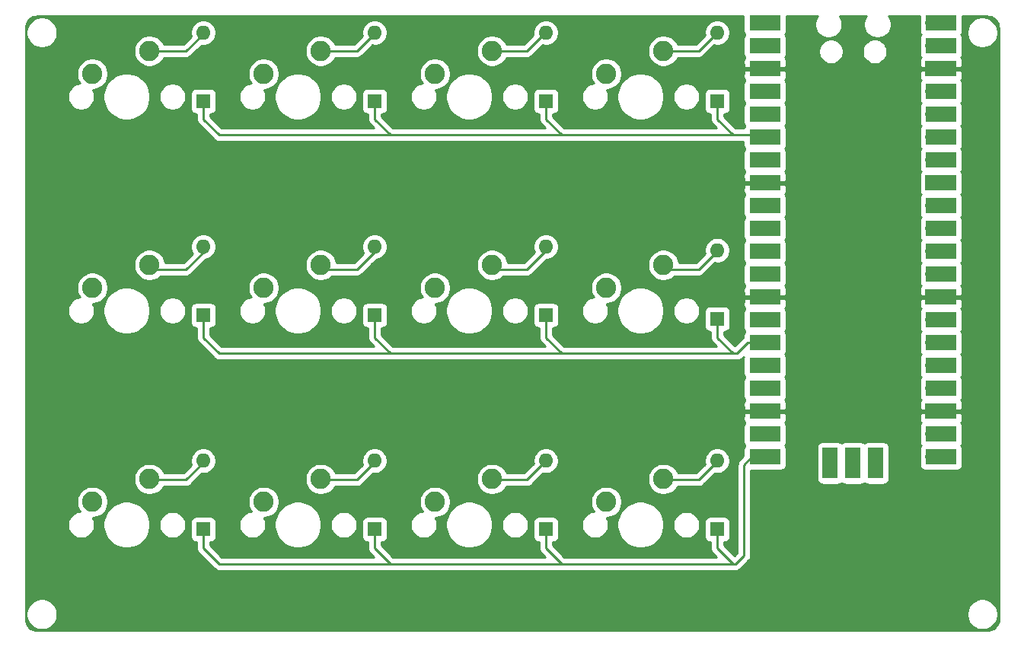
<source format=gtl>
G04 #@! TF.GenerationSoftware,KiCad,Pcbnew,(5.1.9)-1*
G04 #@! TF.CreationDate,2021-05-27T04:07:03+01:00*
G04 #@! TF.ProjectId,EnvMCRO,456e764d-4352-44f2-9e6b-696361645f70,rev?*
G04 #@! TF.SameCoordinates,Original*
G04 #@! TF.FileFunction,Copper,L1,Top*
G04 #@! TF.FilePolarity,Positive*
%FSLAX46Y46*%
G04 Gerber Fmt 4.6, Leading zero omitted, Abs format (unit mm)*
G04 Created by KiCad (PCBNEW (5.1.9)-1) date 2021-05-27 04:07:03*
%MOMM*%
%LPD*%
G01*
G04 APERTURE LIST*
G04 #@! TA.AperFunction,ComponentPad*
%ADD10O,1.700000X1.700000*%
G04 #@! TD*
G04 #@! TA.AperFunction,SMDPad,CuDef*
%ADD11R,1.700000X3.500000*%
G04 #@! TD*
G04 #@! TA.AperFunction,ComponentPad*
%ADD12R,1.700000X1.700000*%
G04 #@! TD*
G04 #@! TA.AperFunction,SMDPad,CuDef*
%ADD13R,3.500000X1.700000*%
G04 #@! TD*
G04 #@! TA.AperFunction,ComponentPad*
%ADD14C,2.250000*%
G04 #@! TD*
G04 #@! TA.AperFunction,ComponentPad*
%ADD15O,1.600000X1.600000*%
G04 #@! TD*
G04 #@! TA.AperFunction,ComponentPad*
%ADD16R,1.600000X1.600000*%
G04 #@! TD*
G04 #@! TA.AperFunction,Conductor*
%ADD17C,0.250000*%
G04 #@! TD*
G04 #@! TA.AperFunction,Conductor*
%ADD18C,0.254000*%
G04 #@! TD*
G04 #@! TA.AperFunction,Conductor*
%ADD19C,0.100000*%
G04 #@! TD*
G04 APERTURE END LIST*
D10*
X158640000Y-88300000D03*
D11*
X158640000Y-89200000D03*
D12*
X156100000Y-88300000D03*
D11*
X156100000Y-89200000D03*
D10*
X153560000Y-88300000D03*
D11*
X153560000Y-89200000D03*
D13*
X165890000Y-88530000D03*
X165890000Y-85990000D03*
X165890000Y-83450000D03*
X165890000Y-80910000D03*
X165890000Y-78370000D03*
X165890000Y-75830000D03*
X165890000Y-73290000D03*
X165890000Y-70750000D03*
X165890000Y-68210000D03*
X165890000Y-65670000D03*
X165890000Y-63130000D03*
X165890000Y-60590000D03*
X165890000Y-58050000D03*
X165890000Y-55510000D03*
X165890000Y-52970000D03*
X165890000Y-50430000D03*
X165890000Y-47890000D03*
X165890000Y-45350000D03*
X165890000Y-42810000D03*
X165890000Y-40270000D03*
X146310000Y-88530000D03*
X146310000Y-85990000D03*
X146310000Y-83450000D03*
X146310000Y-80910000D03*
X146310000Y-78370000D03*
X146310000Y-75830000D03*
X146310000Y-73290000D03*
X146310000Y-70750000D03*
X146310000Y-68210000D03*
X146310000Y-65670000D03*
X146310000Y-63130000D03*
X146310000Y-60590000D03*
X146310000Y-58050000D03*
X146310000Y-55510000D03*
X146310000Y-52970000D03*
X146310000Y-50430000D03*
X146310000Y-47890000D03*
X146310000Y-45350000D03*
X146310000Y-42810000D03*
X146310000Y-40270000D03*
D10*
X164990000Y-40270000D03*
X164990000Y-42810000D03*
D12*
X164990000Y-45350000D03*
D10*
X164990000Y-47890000D03*
X164990000Y-50430000D03*
X164990000Y-52970000D03*
X164990000Y-55510000D03*
D12*
X164990000Y-58050000D03*
D10*
X164990000Y-60590000D03*
X164990000Y-63130000D03*
X164990000Y-65670000D03*
X164990000Y-68210000D03*
D12*
X164990000Y-70750000D03*
D10*
X164990000Y-73290000D03*
X164990000Y-75830000D03*
X164990000Y-78370000D03*
X164990000Y-80910000D03*
D12*
X164990000Y-83450000D03*
D10*
X164990000Y-85990000D03*
X164990000Y-88530000D03*
X147210000Y-88530000D03*
X147210000Y-85990000D03*
D12*
X147210000Y-83450000D03*
D10*
X147210000Y-80910000D03*
X147210000Y-78370000D03*
X147210000Y-75830000D03*
X147210000Y-73290000D03*
D12*
X147210000Y-70750000D03*
D10*
X147210000Y-68210000D03*
X147210000Y-65670000D03*
X147210000Y-63130000D03*
X147210000Y-60590000D03*
D12*
X147210000Y-58050000D03*
D10*
X147210000Y-55510000D03*
X147210000Y-52970000D03*
X147210000Y-50430000D03*
X147210000Y-47890000D03*
D12*
X147210000Y-45350000D03*
D10*
X147210000Y-42810000D03*
X147210000Y-40270000D03*
D14*
X115975000Y-43355000D03*
X109625000Y-45895000D03*
X77875000Y-43355000D03*
X71525000Y-45895000D03*
D15*
X141010000Y-88940000D03*
D16*
X141010000Y-96560000D03*
D15*
X121960000Y-88940000D03*
D16*
X121960000Y-96560000D03*
D15*
X102910000Y-88940000D03*
D16*
X102910000Y-96560000D03*
D15*
X83860000Y-88940000D03*
D16*
X83860000Y-96560000D03*
D15*
X141010000Y-65527500D03*
D16*
X141010000Y-73147500D03*
D15*
X121960000Y-65127500D03*
D16*
X121960000Y-72747500D03*
D15*
X102910000Y-65127500D03*
D16*
X102910000Y-72747500D03*
D15*
X83860000Y-65127500D03*
D16*
X83860000Y-72747500D03*
D15*
X141010000Y-41315000D03*
D16*
X141010000Y-48935000D03*
D15*
X121960000Y-41315000D03*
D16*
X121960000Y-48935000D03*
D15*
X102910000Y-41315000D03*
D16*
X102910000Y-48935000D03*
D15*
X83860000Y-41315000D03*
D16*
X83860000Y-48935000D03*
D14*
X135025000Y-90980000D03*
X128675000Y-93520000D03*
X115975000Y-90980000D03*
X109625000Y-93520000D03*
X96925000Y-90980000D03*
X90575000Y-93520000D03*
X77875000Y-90980000D03*
X71525000Y-93520000D03*
X135025000Y-67167500D03*
X128675000Y-69707500D03*
X115975000Y-67167500D03*
X109625000Y-69707500D03*
X96925000Y-67167500D03*
X90575000Y-69707500D03*
X77875000Y-67167500D03*
X71525000Y-69707500D03*
X135025000Y-43355000D03*
X128675000Y-45895000D03*
X96925000Y-43355000D03*
X90575000Y-45895000D03*
D17*
X121960000Y-48935000D02*
X121960000Y-50960000D01*
X121960000Y-50960000D02*
X123700000Y-52700000D01*
X102910000Y-48935000D02*
X102910000Y-50960000D01*
X102910000Y-50960000D02*
X104650000Y-52700000D01*
X141010000Y-50960000D02*
X141010000Y-48935000D01*
X142750000Y-52700000D02*
X141010000Y-50960000D01*
X85600000Y-52700000D02*
X142750000Y-52700000D01*
X83860000Y-50960000D02*
X85600000Y-52700000D01*
X83860000Y-48935000D02*
X83860000Y-50960000D01*
X142750000Y-52700000D02*
X146940000Y-52700000D01*
X146940000Y-52700000D02*
X147210000Y-52970000D01*
X102910000Y-73235000D02*
X102910000Y-75260000D01*
X102910000Y-75260000D02*
X104650000Y-77000000D01*
X121960000Y-73235000D02*
X121960000Y-75260000D01*
X121960000Y-75260000D02*
X123700000Y-77000000D01*
X142750000Y-77000000D02*
X141010000Y-75260000D01*
X141010000Y-75260000D02*
X141010000Y-73235000D01*
X83860000Y-75260000D02*
X85600000Y-77000000D01*
X83860000Y-73235000D02*
X83860000Y-75260000D01*
X85600000Y-77000000D02*
X142750000Y-77000000D01*
X142750000Y-77000000D02*
X143230000Y-77000000D01*
X143230000Y-77000000D02*
X144400000Y-75830000D01*
X144400000Y-75830000D02*
X147210000Y-75830000D01*
X102910000Y-96635000D02*
X102910000Y-98660000D01*
X102910000Y-98660000D02*
X104650000Y-100400000D01*
X121960000Y-96635000D02*
X121960000Y-98660000D01*
X141010000Y-96635000D02*
X141010000Y-98660000D01*
X141010000Y-98660000D02*
X142750000Y-100400000D01*
X121960000Y-98660000D02*
X123700000Y-100400000D01*
X144850000Y-88530000D02*
X147210000Y-88530000D01*
X144000000Y-89380000D02*
X144850000Y-88530000D01*
X144000000Y-99470000D02*
X144000000Y-89380000D01*
X143070000Y-100400000D02*
X144000000Y-99470000D01*
X85600000Y-100400000D02*
X143070000Y-100400000D01*
X83860000Y-98660000D02*
X85600000Y-100400000D01*
X83860000Y-96635000D02*
X83860000Y-98660000D01*
X77875000Y-43355000D02*
X81945000Y-43355000D01*
X81945000Y-43355000D02*
X84000000Y-41300000D01*
X96925000Y-43355000D02*
X100945000Y-43355000D01*
X100945000Y-43355000D02*
X103000000Y-41300000D01*
X115975000Y-43355000D02*
X119845000Y-43355000D01*
X119845000Y-43355000D02*
X121900000Y-41300000D01*
X135025000Y-43355000D02*
X138945000Y-43355000D01*
X138945000Y-43355000D02*
X141000000Y-41300000D01*
X77875000Y-67655000D02*
X81945000Y-67655000D01*
X81945000Y-67655000D02*
X84000000Y-65600000D01*
X96925000Y-67655000D02*
X100945000Y-67655000D01*
X100945000Y-67655000D02*
X103000000Y-65600000D01*
X115975000Y-67655000D02*
X119845000Y-67655000D01*
X119845000Y-67655000D02*
X121900000Y-65600000D01*
X135025000Y-67655000D02*
X138945000Y-67655000D01*
X138945000Y-67655000D02*
X141000000Y-65600000D01*
X77875000Y-91055000D02*
X81945000Y-91055000D01*
X81945000Y-91055000D02*
X84000000Y-89000000D01*
X96925000Y-91055000D02*
X100945000Y-91055000D01*
X100945000Y-91055000D02*
X103000000Y-89000000D01*
X115975000Y-91055000D02*
X119845000Y-91055000D01*
X119845000Y-91055000D02*
X121900000Y-89000000D01*
X135025000Y-91055000D02*
X138945000Y-91055000D01*
X138945000Y-91055000D02*
X141000000Y-89000000D01*
D18*
X143921928Y-41120000D02*
X143934188Y-41244482D01*
X143970498Y-41364180D01*
X144029463Y-41474494D01*
X144083222Y-41540000D01*
X144029463Y-41605506D01*
X143970498Y-41715820D01*
X143934188Y-41835518D01*
X143921928Y-41960000D01*
X143921928Y-43660000D01*
X143934188Y-43784482D01*
X143970498Y-43904180D01*
X144029463Y-44014494D01*
X144083222Y-44080000D01*
X144029463Y-44145506D01*
X143970498Y-44255820D01*
X143934188Y-44375518D01*
X143921928Y-44500000D01*
X143925000Y-45064250D01*
X144083750Y-45223000D01*
X148536250Y-45223000D01*
X148695000Y-45064250D01*
X148698072Y-44500000D01*
X148685812Y-44375518D01*
X148649502Y-44255820D01*
X148590537Y-44145506D01*
X148536778Y-44080000D01*
X148590537Y-44014494D01*
X148649502Y-43904180D01*
X148685812Y-43784482D01*
X148698072Y-43660000D01*
X148698072Y-43293589D01*
X152290000Y-43293589D01*
X152290000Y-43566411D01*
X152343225Y-43833989D01*
X152447629Y-44086043D01*
X152599201Y-44312886D01*
X152792114Y-44505799D01*
X153018957Y-44657371D01*
X153271011Y-44761775D01*
X153538589Y-44815000D01*
X153811411Y-44815000D01*
X154078989Y-44761775D01*
X154331043Y-44657371D01*
X154557886Y-44505799D01*
X154750799Y-44312886D01*
X154902371Y-44086043D01*
X155006775Y-43833989D01*
X155060000Y-43566411D01*
X155060000Y-43293589D01*
X157140000Y-43293589D01*
X157140000Y-43566411D01*
X157193225Y-43833989D01*
X157297629Y-44086043D01*
X157449201Y-44312886D01*
X157642114Y-44505799D01*
X157868957Y-44657371D01*
X158121011Y-44761775D01*
X158388589Y-44815000D01*
X158661411Y-44815000D01*
X158928989Y-44761775D01*
X159181043Y-44657371D01*
X159407886Y-44505799D01*
X159600799Y-44312886D01*
X159752371Y-44086043D01*
X159856775Y-43833989D01*
X159910000Y-43566411D01*
X159910000Y-43293589D01*
X159856775Y-43026011D01*
X159752371Y-42773957D01*
X159600799Y-42547114D01*
X159407886Y-42354201D01*
X159181043Y-42202629D01*
X158928989Y-42098225D01*
X158661411Y-42045000D01*
X158388589Y-42045000D01*
X158121011Y-42098225D01*
X157868957Y-42202629D01*
X157642114Y-42354201D01*
X157449201Y-42547114D01*
X157297629Y-42773957D01*
X157193225Y-43026011D01*
X157140000Y-43293589D01*
X155060000Y-43293589D01*
X155006775Y-43026011D01*
X154902371Y-42773957D01*
X154750799Y-42547114D01*
X154557886Y-42354201D01*
X154331043Y-42202629D01*
X154078989Y-42098225D01*
X153811411Y-42045000D01*
X153538589Y-42045000D01*
X153271011Y-42098225D01*
X153018957Y-42202629D01*
X152792114Y-42354201D01*
X152599201Y-42547114D01*
X152447629Y-42773957D01*
X152343225Y-43026011D01*
X152290000Y-43293589D01*
X148698072Y-43293589D01*
X148698072Y-41960000D01*
X148685812Y-41835518D01*
X148649502Y-41715820D01*
X148590537Y-41605506D01*
X148536778Y-41540000D01*
X148590537Y-41474494D01*
X148649502Y-41364180D01*
X148685812Y-41244482D01*
X148698072Y-41120000D01*
X148698072Y-39485000D01*
X152140255Y-39485000D01*
X152014701Y-39672905D01*
X151898989Y-39952257D01*
X151840000Y-40248816D01*
X151840000Y-40551184D01*
X151898989Y-40847743D01*
X152014701Y-41127095D01*
X152182688Y-41378505D01*
X152396495Y-41592312D01*
X152647905Y-41760299D01*
X152927257Y-41876011D01*
X153223816Y-41935000D01*
X153526184Y-41935000D01*
X153822743Y-41876011D01*
X154102095Y-41760299D01*
X154353505Y-41592312D01*
X154567312Y-41378505D01*
X154735299Y-41127095D01*
X154851011Y-40847743D01*
X154910000Y-40551184D01*
X154910000Y-40248816D01*
X154851011Y-39952257D01*
X154735299Y-39672905D01*
X154609745Y-39485000D01*
X157590255Y-39485000D01*
X157464701Y-39672905D01*
X157348989Y-39952257D01*
X157290000Y-40248816D01*
X157290000Y-40551184D01*
X157348989Y-40847743D01*
X157464701Y-41127095D01*
X157632688Y-41378505D01*
X157846495Y-41592312D01*
X158097905Y-41760299D01*
X158377257Y-41876011D01*
X158673816Y-41935000D01*
X158976184Y-41935000D01*
X159272743Y-41876011D01*
X159552095Y-41760299D01*
X159803505Y-41592312D01*
X160017312Y-41378505D01*
X160185299Y-41127095D01*
X160301011Y-40847743D01*
X160360000Y-40551184D01*
X160360000Y-40248816D01*
X160301011Y-39952257D01*
X160185299Y-39672905D01*
X160059745Y-39485000D01*
X163501928Y-39485000D01*
X163501928Y-41120000D01*
X163514188Y-41244482D01*
X163550498Y-41364180D01*
X163609463Y-41474494D01*
X163663222Y-41540000D01*
X163609463Y-41605506D01*
X163550498Y-41715820D01*
X163514188Y-41835518D01*
X163501928Y-41960000D01*
X163501928Y-43660000D01*
X163514188Y-43784482D01*
X163550498Y-43904180D01*
X163609463Y-44014494D01*
X163663222Y-44080000D01*
X163609463Y-44145506D01*
X163550498Y-44255820D01*
X163514188Y-44375518D01*
X163501928Y-44500000D01*
X163505000Y-45064250D01*
X163663750Y-45223000D01*
X168116250Y-45223000D01*
X168275000Y-45064250D01*
X168278072Y-44500000D01*
X168265812Y-44375518D01*
X168229502Y-44255820D01*
X168170537Y-44145506D01*
X168116778Y-44080000D01*
X168170537Y-44014494D01*
X168229502Y-43904180D01*
X168265812Y-43784482D01*
X168278072Y-43660000D01*
X168278072Y-41960000D01*
X168265812Y-41835518D01*
X168229502Y-41715820D01*
X168170537Y-41605506D01*
X168116778Y-41540000D01*
X168170537Y-41474494D01*
X168229502Y-41364180D01*
X168265812Y-41244482D01*
X168277174Y-41129117D01*
X168765000Y-41129117D01*
X168765000Y-41470883D01*
X168831675Y-41806081D01*
X168962463Y-42121831D01*
X169152337Y-42405998D01*
X169394002Y-42647663D01*
X169678169Y-42837537D01*
X169993919Y-42968325D01*
X170329117Y-43035000D01*
X170670883Y-43035000D01*
X171006081Y-42968325D01*
X171321831Y-42837537D01*
X171605998Y-42647663D01*
X171847663Y-42405998D01*
X172037537Y-42121831D01*
X172168325Y-41806081D01*
X172235000Y-41470883D01*
X172235000Y-41129117D01*
X172168325Y-40793919D01*
X172037537Y-40478169D01*
X171847663Y-40194002D01*
X171605998Y-39952337D01*
X171321831Y-39762463D01*
X171006081Y-39631675D01*
X170670883Y-39565000D01*
X170329117Y-39565000D01*
X169993919Y-39631675D01*
X169678169Y-39762463D01*
X169394002Y-39952337D01*
X169152337Y-40194002D01*
X168962463Y-40478169D01*
X168831675Y-40793919D01*
X168765000Y-41129117D01*
X168277174Y-41129117D01*
X168278072Y-41120000D01*
X168278072Y-39485000D01*
X170966495Y-39485000D01*
X171254782Y-39513267D01*
X171499855Y-39587259D01*
X171725890Y-39707443D01*
X171924281Y-39869248D01*
X172087460Y-40066497D01*
X172209220Y-40291687D01*
X172284924Y-40536247D01*
X172315001Y-40822408D01*
X172315000Y-106466495D01*
X172286733Y-106754782D01*
X172212741Y-106999855D01*
X172092554Y-107225893D01*
X171930754Y-107424279D01*
X171733503Y-107587460D01*
X171508310Y-107709221D01*
X171263753Y-107784924D01*
X170977602Y-107815000D01*
X65433505Y-107815000D01*
X65145218Y-107786733D01*
X64900145Y-107712741D01*
X64674107Y-107592554D01*
X64475721Y-107430754D01*
X64312540Y-107233503D01*
X64190779Y-107008310D01*
X64115076Y-106763753D01*
X64085000Y-106477602D01*
X64085000Y-105829117D01*
X64165000Y-105829117D01*
X64165000Y-106170883D01*
X64231675Y-106506081D01*
X64362463Y-106821831D01*
X64552337Y-107105998D01*
X64794002Y-107347663D01*
X65078169Y-107537537D01*
X65393919Y-107668325D01*
X65729117Y-107735000D01*
X66070883Y-107735000D01*
X66406081Y-107668325D01*
X66721831Y-107537537D01*
X67005998Y-107347663D01*
X67247663Y-107105998D01*
X67437537Y-106821831D01*
X67568325Y-106506081D01*
X67635000Y-106170883D01*
X67635000Y-105829117D01*
X168765000Y-105829117D01*
X168765000Y-106170883D01*
X168831675Y-106506081D01*
X168962463Y-106821831D01*
X169152337Y-107105998D01*
X169394002Y-107347663D01*
X169678169Y-107537537D01*
X169993919Y-107668325D01*
X170329117Y-107735000D01*
X170670883Y-107735000D01*
X171006081Y-107668325D01*
X171321831Y-107537537D01*
X171605998Y-107347663D01*
X171847663Y-107105998D01*
X172037537Y-106821831D01*
X172168325Y-106506081D01*
X172235000Y-106170883D01*
X172235000Y-105829117D01*
X172168325Y-105493919D01*
X172037537Y-105178169D01*
X171847663Y-104894002D01*
X171605998Y-104652337D01*
X171321831Y-104462463D01*
X171006081Y-104331675D01*
X170670883Y-104265000D01*
X170329117Y-104265000D01*
X169993919Y-104331675D01*
X169678169Y-104462463D01*
X169394002Y-104652337D01*
X169152337Y-104894002D01*
X168962463Y-105178169D01*
X168831675Y-105493919D01*
X168765000Y-105829117D01*
X67635000Y-105829117D01*
X67568325Y-105493919D01*
X67437537Y-105178169D01*
X67247663Y-104894002D01*
X67005998Y-104652337D01*
X66721831Y-104462463D01*
X66406081Y-104331675D01*
X66070883Y-104265000D01*
X65729117Y-104265000D01*
X65393919Y-104331675D01*
X65078169Y-104462463D01*
X64794002Y-104652337D01*
X64552337Y-104894002D01*
X64362463Y-105178169D01*
X64231675Y-105493919D01*
X64165000Y-105829117D01*
X64085000Y-105829117D01*
X64085000Y-95911278D01*
X68745000Y-95911278D01*
X68745000Y-96208722D01*
X68803029Y-96500451D01*
X68916856Y-96775253D01*
X69082107Y-97022569D01*
X69292431Y-97232893D01*
X69539747Y-97398144D01*
X69814549Y-97511971D01*
X70106278Y-97570000D01*
X70403722Y-97570000D01*
X70695451Y-97511971D01*
X70970253Y-97398144D01*
X71217569Y-97232893D01*
X71427893Y-97022569D01*
X71593144Y-96775253D01*
X71706971Y-96500451D01*
X71765000Y-96208722D01*
X71765000Y-95911278D01*
X71743080Y-95801076D01*
X72706100Y-95801076D01*
X72706100Y-96318924D01*
X72807127Y-96826822D01*
X73005299Y-97305251D01*
X73293000Y-97735826D01*
X73659174Y-98102000D01*
X74089749Y-98389701D01*
X74568178Y-98587873D01*
X75076076Y-98688900D01*
X75593924Y-98688900D01*
X76101822Y-98587873D01*
X76580251Y-98389701D01*
X77010826Y-98102000D01*
X77377000Y-97735826D01*
X77664701Y-97305251D01*
X77862873Y-96826822D01*
X77963900Y-96318924D01*
X77963900Y-95911278D01*
X78905000Y-95911278D01*
X78905000Y-96208722D01*
X78963029Y-96500451D01*
X79076856Y-96775253D01*
X79242107Y-97022569D01*
X79452431Y-97232893D01*
X79699747Y-97398144D01*
X79974549Y-97511971D01*
X80266278Y-97570000D01*
X80563722Y-97570000D01*
X80855451Y-97511971D01*
X81130253Y-97398144D01*
X81377569Y-97232893D01*
X81587893Y-97022569D01*
X81753144Y-96775253D01*
X81866971Y-96500451D01*
X81925000Y-96208722D01*
X81925000Y-95911278D01*
X81894909Y-95760000D01*
X82421928Y-95760000D01*
X82421928Y-97360000D01*
X82434188Y-97484482D01*
X82470498Y-97604180D01*
X82529463Y-97714494D01*
X82608815Y-97811185D01*
X82705506Y-97890537D01*
X82815820Y-97949502D01*
X82935518Y-97985812D01*
X83060000Y-97998072D01*
X83100001Y-97998072D01*
X83100001Y-98622668D01*
X83096324Y-98660000D01*
X83110998Y-98808985D01*
X83154454Y-98952246D01*
X83225026Y-99084276D01*
X83296201Y-99171002D01*
X83320000Y-99200001D01*
X83348998Y-99223799D01*
X85036201Y-100911003D01*
X85059999Y-100940001D01*
X85088997Y-100963799D01*
X85175724Y-101034974D01*
X85307753Y-101105546D01*
X85451014Y-101149003D01*
X85600000Y-101163677D01*
X85637333Y-101160000D01*
X104612667Y-101160000D01*
X104650000Y-101163677D01*
X104687333Y-101160000D01*
X123662667Y-101160000D01*
X123700000Y-101163677D01*
X123737333Y-101160000D01*
X142712667Y-101160000D01*
X142750000Y-101163677D01*
X142787333Y-101160000D01*
X143032678Y-101160000D01*
X143070000Y-101163676D01*
X143107322Y-101160000D01*
X143107333Y-101160000D01*
X143218986Y-101149003D01*
X143362247Y-101105546D01*
X143494276Y-101034974D01*
X143610001Y-100940001D01*
X143633803Y-100910998D01*
X144511004Y-100033798D01*
X144540001Y-100010001D01*
X144634974Y-99894276D01*
X144705546Y-99762247D01*
X144749003Y-99618986D01*
X144760000Y-99507333D01*
X144760000Y-99507332D01*
X144763677Y-99470000D01*
X144760000Y-99432667D01*
X144760000Y-90018072D01*
X148060000Y-90018072D01*
X148184482Y-90005812D01*
X148304180Y-89969502D01*
X148414494Y-89910537D01*
X148511185Y-89831185D01*
X148590537Y-89734494D01*
X148649502Y-89624180D01*
X148685812Y-89504482D01*
X148698072Y-89380000D01*
X148698072Y-87680000D01*
X148685812Y-87555518D01*
X148653804Y-87450000D01*
X152071928Y-87450000D01*
X152071928Y-90950000D01*
X152084188Y-91074482D01*
X152120498Y-91194180D01*
X152179463Y-91304494D01*
X152258815Y-91401185D01*
X152355506Y-91480537D01*
X152465820Y-91539502D01*
X152585518Y-91575812D01*
X152710000Y-91588072D01*
X154410000Y-91588072D01*
X154534482Y-91575812D01*
X154654180Y-91539502D01*
X154764494Y-91480537D01*
X154830000Y-91426778D01*
X154895506Y-91480537D01*
X155005820Y-91539502D01*
X155125518Y-91575812D01*
X155250000Y-91588072D01*
X156950000Y-91588072D01*
X157074482Y-91575812D01*
X157194180Y-91539502D01*
X157304494Y-91480537D01*
X157370000Y-91426778D01*
X157435506Y-91480537D01*
X157545820Y-91539502D01*
X157665518Y-91575812D01*
X157790000Y-91588072D01*
X159490000Y-91588072D01*
X159614482Y-91575812D01*
X159734180Y-91539502D01*
X159844494Y-91480537D01*
X159941185Y-91401185D01*
X160020537Y-91304494D01*
X160079502Y-91194180D01*
X160115812Y-91074482D01*
X160128072Y-90950000D01*
X160128072Y-87450000D01*
X160115812Y-87325518D01*
X160079502Y-87205820D01*
X160020537Y-87095506D01*
X159941185Y-86998815D01*
X159844494Y-86919463D01*
X159734180Y-86860498D01*
X159614482Y-86824188D01*
X159490000Y-86811928D01*
X157790000Y-86811928D01*
X157665518Y-86824188D01*
X157545820Y-86860498D01*
X157435506Y-86919463D01*
X157370000Y-86973222D01*
X157304494Y-86919463D01*
X157194180Y-86860498D01*
X157074482Y-86824188D01*
X156950000Y-86811928D01*
X155250000Y-86811928D01*
X155125518Y-86824188D01*
X155005820Y-86860498D01*
X154895506Y-86919463D01*
X154830000Y-86973222D01*
X154764494Y-86919463D01*
X154654180Y-86860498D01*
X154534482Y-86824188D01*
X154410000Y-86811928D01*
X152710000Y-86811928D01*
X152585518Y-86824188D01*
X152465820Y-86860498D01*
X152355506Y-86919463D01*
X152258815Y-86998815D01*
X152179463Y-87095506D01*
X152120498Y-87205820D01*
X152084188Y-87325518D01*
X152071928Y-87450000D01*
X148653804Y-87450000D01*
X148649502Y-87435820D01*
X148590537Y-87325506D01*
X148536778Y-87260000D01*
X148590537Y-87194494D01*
X148649502Y-87084180D01*
X148685812Y-86964482D01*
X148698072Y-86840000D01*
X148698072Y-85140000D01*
X148685812Y-85015518D01*
X148649502Y-84895820D01*
X148590537Y-84785506D01*
X148536778Y-84720000D01*
X148590537Y-84654494D01*
X148649502Y-84544180D01*
X148685812Y-84424482D01*
X148698072Y-84300000D01*
X163501928Y-84300000D01*
X163514188Y-84424482D01*
X163550498Y-84544180D01*
X163609463Y-84654494D01*
X163663222Y-84720000D01*
X163609463Y-84785506D01*
X163550498Y-84895820D01*
X163514188Y-85015518D01*
X163501928Y-85140000D01*
X163501928Y-86840000D01*
X163514188Y-86964482D01*
X163550498Y-87084180D01*
X163609463Y-87194494D01*
X163663222Y-87260000D01*
X163609463Y-87325506D01*
X163550498Y-87435820D01*
X163514188Y-87555518D01*
X163501928Y-87680000D01*
X163501928Y-89380000D01*
X163514188Y-89504482D01*
X163550498Y-89624180D01*
X163609463Y-89734494D01*
X163688815Y-89831185D01*
X163785506Y-89910537D01*
X163895820Y-89969502D01*
X164015518Y-90005812D01*
X164140000Y-90018072D01*
X167640000Y-90018072D01*
X167764482Y-90005812D01*
X167884180Y-89969502D01*
X167994494Y-89910537D01*
X168091185Y-89831185D01*
X168170537Y-89734494D01*
X168229502Y-89624180D01*
X168265812Y-89504482D01*
X168278072Y-89380000D01*
X168278072Y-87680000D01*
X168265812Y-87555518D01*
X168229502Y-87435820D01*
X168170537Y-87325506D01*
X168116778Y-87260000D01*
X168170537Y-87194494D01*
X168229502Y-87084180D01*
X168265812Y-86964482D01*
X168278072Y-86840000D01*
X168278072Y-85140000D01*
X168265812Y-85015518D01*
X168229502Y-84895820D01*
X168170537Y-84785506D01*
X168116778Y-84720000D01*
X168170537Y-84654494D01*
X168229502Y-84544180D01*
X168265812Y-84424482D01*
X168278072Y-84300000D01*
X168275000Y-83735750D01*
X168116250Y-83577000D01*
X163663750Y-83577000D01*
X163505000Y-83735750D01*
X163501928Y-84300000D01*
X148698072Y-84300000D01*
X148695000Y-83735750D01*
X148536250Y-83577000D01*
X144083750Y-83577000D01*
X143925000Y-83735750D01*
X143921928Y-84300000D01*
X143934188Y-84424482D01*
X143970498Y-84544180D01*
X144029463Y-84654494D01*
X144083222Y-84720000D01*
X144029463Y-84785506D01*
X143970498Y-84895820D01*
X143934188Y-85015518D01*
X143921928Y-85140000D01*
X143921928Y-86840000D01*
X143934188Y-86964482D01*
X143970498Y-87084180D01*
X144029463Y-87194494D01*
X144083222Y-87260000D01*
X144029463Y-87325506D01*
X143970498Y-87435820D01*
X143934188Y-87555518D01*
X143921928Y-87680000D01*
X143921928Y-88383270D01*
X143488998Y-88816201D01*
X143460000Y-88839999D01*
X143436202Y-88868997D01*
X143436201Y-88868998D01*
X143365026Y-88955724D01*
X143294454Y-89087754D01*
X143275880Y-89148986D01*
X143250998Y-89231014D01*
X143245421Y-89287636D01*
X143236324Y-89380000D01*
X143240001Y-89417332D01*
X143240000Y-99155198D01*
X142910000Y-99485198D01*
X141770000Y-98345199D01*
X141770000Y-97998072D01*
X141810000Y-97998072D01*
X141934482Y-97985812D01*
X142054180Y-97949502D01*
X142164494Y-97890537D01*
X142261185Y-97811185D01*
X142340537Y-97714494D01*
X142399502Y-97604180D01*
X142435812Y-97484482D01*
X142448072Y-97360000D01*
X142448072Y-95760000D01*
X142435812Y-95635518D01*
X142399502Y-95515820D01*
X142340537Y-95405506D01*
X142261185Y-95308815D01*
X142164494Y-95229463D01*
X142054180Y-95170498D01*
X141934482Y-95134188D01*
X141810000Y-95121928D01*
X140210000Y-95121928D01*
X140085518Y-95134188D01*
X139965820Y-95170498D01*
X139855506Y-95229463D01*
X139758815Y-95308815D01*
X139679463Y-95405506D01*
X139620498Y-95515820D01*
X139584188Y-95635518D01*
X139571928Y-95760000D01*
X139571928Y-97360000D01*
X139584188Y-97484482D01*
X139620498Y-97604180D01*
X139679463Y-97714494D01*
X139758815Y-97811185D01*
X139855506Y-97890537D01*
X139965820Y-97949502D01*
X140085518Y-97985812D01*
X140210000Y-97998072D01*
X140250001Y-97998072D01*
X140250001Y-98622668D01*
X140246324Y-98660000D01*
X140260998Y-98808985D01*
X140304454Y-98952246D01*
X140375026Y-99084276D01*
X140446201Y-99171002D01*
X140470000Y-99200001D01*
X140498998Y-99223799D01*
X140915199Y-99640000D01*
X124014802Y-99640000D01*
X122720000Y-98345199D01*
X122720000Y-97998072D01*
X122760000Y-97998072D01*
X122884482Y-97985812D01*
X123004180Y-97949502D01*
X123114494Y-97890537D01*
X123211185Y-97811185D01*
X123290537Y-97714494D01*
X123349502Y-97604180D01*
X123385812Y-97484482D01*
X123398072Y-97360000D01*
X123398072Y-95911278D01*
X125895000Y-95911278D01*
X125895000Y-96208722D01*
X125953029Y-96500451D01*
X126066856Y-96775253D01*
X126232107Y-97022569D01*
X126442431Y-97232893D01*
X126689747Y-97398144D01*
X126964549Y-97511971D01*
X127256278Y-97570000D01*
X127553722Y-97570000D01*
X127845451Y-97511971D01*
X128120253Y-97398144D01*
X128367569Y-97232893D01*
X128577893Y-97022569D01*
X128743144Y-96775253D01*
X128856971Y-96500451D01*
X128915000Y-96208722D01*
X128915000Y-95911278D01*
X128893080Y-95801076D01*
X129856100Y-95801076D01*
X129856100Y-96318924D01*
X129957127Y-96826822D01*
X130155299Y-97305251D01*
X130443000Y-97735826D01*
X130809174Y-98102000D01*
X131239749Y-98389701D01*
X131718178Y-98587873D01*
X132226076Y-98688900D01*
X132743924Y-98688900D01*
X133251822Y-98587873D01*
X133730251Y-98389701D01*
X134160826Y-98102000D01*
X134527000Y-97735826D01*
X134814701Y-97305251D01*
X135012873Y-96826822D01*
X135113900Y-96318924D01*
X135113900Y-95911278D01*
X136055000Y-95911278D01*
X136055000Y-96208722D01*
X136113029Y-96500451D01*
X136226856Y-96775253D01*
X136392107Y-97022569D01*
X136602431Y-97232893D01*
X136849747Y-97398144D01*
X137124549Y-97511971D01*
X137416278Y-97570000D01*
X137713722Y-97570000D01*
X138005451Y-97511971D01*
X138280253Y-97398144D01*
X138527569Y-97232893D01*
X138737893Y-97022569D01*
X138903144Y-96775253D01*
X139016971Y-96500451D01*
X139075000Y-96208722D01*
X139075000Y-95911278D01*
X139016971Y-95619549D01*
X138903144Y-95344747D01*
X138737893Y-95097431D01*
X138527569Y-94887107D01*
X138280253Y-94721856D01*
X138005451Y-94608029D01*
X137713722Y-94550000D01*
X137416278Y-94550000D01*
X137124549Y-94608029D01*
X136849747Y-94721856D01*
X136602431Y-94887107D01*
X136392107Y-95097431D01*
X136226856Y-95344747D01*
X136113029Y-95619549D01*
X136055000Y-95911278D01*
X135113900Y-95911278D01*
X135113900Y-95801076D01*
X135012873Y-95293178D01*
X134814701Y-94814749D01*
X134527000Y-94384174D01*
X134160826Y-94018000D01*
X133730251Y-93730299D01*
X133251822Y-93532127D01*
X132743924Y-93431100D01*
X132226076Y-93431100D01*
X131718178Y-93532127D01*
X131239749Y-93730299D01*
X130809174Y-94018000D01*
X130443000Y-94384174D01*
X130155299Y-94814749D01*
X129957127Y-95293178D01*
X129856100Y-95801076D01*
X128893080Y-95801076D01*
X128856971Y-95619549D01*
X128743144Y-95344747D01*
X128699882Y-95280000D01*
X128848345Y-95280000D01*
X129188373Y-95212364D01*
X129508673Y-95079692D01*
X129796935Y-94887081D01*
X130042081Y-94641935D01*
X130234692Y-94353673D01*
X130367364Y-94033373D01*
X130435000Y-93693345D01*
X130435000Y-93346655D01*
X130367364Y-93006627D01*
X130234692Y-92686327D01*
X130042081Y-92398065D01*
X129796935Y-92152919D01*
X129508673Y-91960308D01*
X129188373Y-91827636D01*
X128848345Y-91760000D01*
X128501655Y-91760000D01*
X128161627Y-91827636D01*
X127841327Y-91960308D01*
X127553065Y-92152919D01*
X127307919Y-92398065D01*
X127115308Y-92686327D01*
X126982636Y-93006627D01*
X126915000Y-93346655D01*
X126915000Y-93693345D01*
X126982636Y-94033373D01*
X127115308Y-94353673D01*
X127247638Y-94551719D01*
X126964549Y-94608029D01*
X126689747Y-94721856D01*
X126442431Y-94887107D01*
X126232107Y-95097431D01*
X126066856Y-95344747D01*
X125953029Y-95619549D01*
X125895000Y-95911278D01*
X123398072Y-95911278D01*
X123398072Y-95760000D01*
X123385812Y-95635518D01*
X123349502Y-95515820D01*
X123290537Y-95405506D01*
X123211185Y-95308815D01*
X123114494Y-95229463D01*
X123004180Y-95170498D01*
X122884482Y-95134188D01*
X122760000Y-95121928D01*
X121160000Y-95121928D01*
X121035518Y-95134188D01*
X120915820Y-95170498D01*
X120805506Y-95229463D01*
X120708815Y-95308815D01*
X120629463Y-95405506D01*
X120570498Y-95515820D01*
X120534188Y-95635518D01*
X120521928Y-95760000D01*
X120521928Y-97360000D01*
X120534188Y-97484482D01*
X120570498Y-97604180D01*
X120629463Y-97714494D01*
X120708815Y-97811185D01*
X120805506Y-97890537D01*
X120915820Y-97949502D01*
X121035518Y-97985812D01*
X121160000Y-97998072D01*
X121200001Y-97998072D01*
X121200001Y-98622668D01*
X121196324Y-98660000D01*
X121210998Y-98808985D01*
X121254454Y-98952246D01*
X121325026Y-99084276D01*
X121396201Y-99171002D01*
X121420000Y-99200001D01*
X121448998Y-99223799D01*
X121865199Y-99640000D01*
X104964802Y-99640000D01*
X103670000Y-98345199D01*
X103670000Y-97998072D01*
X103710000Y-97998072D01*
X103834482Y-97985812D01*
X103954180Y-97949502D01*
X104064494Y-97890537D01*
X104161185Y-97811185D01*
X104240537Y-97714494D01*
X104299502Y-97604180D01*
X104335812Y-97484482D01*
X104348072Y-97360000D01*
X104348072Y-95911278D01*
X106845000Y-95911278D01*
X106845000Y-96208722D01*
X106903029Y-96500451D01*
X107016856Y-96775253D01*
X107182107Y-97022569D01*
X107392431Y-97232893D01*
X107639747Y-97398144D01*
X107914549Y-97511971D01*
X108206278Y-97570000D01*
X108503722Y-97570000D01*
X108795451Y-97511971D01*
X109070253Y-97398144D01*
X109317569Y-97232893D01*
X109527893Y-97022569D01*
X109693144Y-96775253D01*
X109806971Y-96500451D01*
X109865000Y-96208722D01*
X109865000Y-95911278D01*
X109843080Y-95801076D01*
X110806100Y-95801076D01*
X110806100Y-96318924D01*
X110907127Y-96826822D01*
X111105299Y-97305251D01*
X111393000Y-97735826D01*
X111759174Y-98102000D01*
X112189749Y-98389701D01*
X112668178Y-98587873D01*
X113176076Y-98688900D01*
X113693924Y-98688900D01*
X114201822Y-98587873D01*
X114680251Y-98389701D01*
X115110826Y-98102000D01*
X115477000Y-97735826D01*
X115764701Y-97305251D01*
X115962873Y-96826822D01*
X116063900Y-96318924D01*
X116063900Y-95911278D01*
X117005000Y-95911278D01*
X117005000Y-96208722D01*
X117063029Y-96500451D01*
X117176856Y-96775253D01*
X117342107Y-97022569D01*
X117552431Y-97232893D01*
X117799747Y-97398144D01*
X118074549Y-97511971D01*
X118366278Y-97570000D01*
X118663722Y-97570000D01*
X118955451Y-97511971D01*
X119230253Y-97398144D01*
X119477569Y-97232893D01*
X119687893Y-97022569D01*
X119853144Y-96775253D01*
X119966971Y-96500451D01*
X120025000Y-96208722D01*
X120025000Y-95911278D01*
X119966971Y-95619549D01*
X119853144Y-95344747D01*
X119687893Y-95097431D01*
X119477569Y-94887107D01*
X119230253Y-94721856D01*
X118955451Y-94608029D01*
X118663722Y-94550000D01*
X118366278Y-94550000D01*
X118074549Y-94608029D01*
X117799747Y-94721856D01*
X117552431Y-94887107D01*
X117342107Y-95097431D01*
X117176856Y-95344747D01*
X117063029Y-95619549D01*
X117005000Y-95911278D01*
X116063900Y-95911278D01*
X116063900Y-95801076D01*
X115962873Y-95293178D01*
X115764701Y-94814749D01*
X115477000Y-94384174D01*
X115110826Y-94018000D01*
X114680251Y-93730299D01*
X114201822Y-93532127D01*
X113693924Y-93431100D01*
X113176076Y-93431100D01*
X112668178Y-93532127D01*
X112189749Y-93730299D01*
X111759174Y-94018000D01*
X111393000Y-94384174D01*
X111105299Y-94814749D01*
X110907127Y-95293178D01*
X110806100Y-95801076D01*
X109843080Y-95801076D01*
X109806971Y-95619549D01*
X109693144Y-95344747D01*
X109649882Y-95280000D01*
X109798345Y-95280000D01*
X110138373Y-95212364D01*
X110458673Y-95079692D01*
X110746935Y-94887081D01*
X110992081Y-94641935D01*
X111184692Y-94353673D01*
X111317364Y-94033373D01*
X111385000Y-93693345D01*
X111385000Y-93346655D01*
X111317364Y-93006627D01*
X111184692Y-92686327D01*
X110992081Y-92398065D01*
X110746935Y-92152919D01*
X110458673Y-91960308D01*
X110138373Y-91827636D01*
X109798345Y-91760000D01*
X109451655Y-91760000D01*
X109111627Y-91827636D01*
X108791327Y-91960308D01*
X108503065Y-92152919D01*
X108257919Y-92398065D01*
X108065308Y-92686327D01*
X107932636Y-93006627D01*
X107865000Y-93346655D01*
X107865000Y-93693345D01*
X107932636Y-94033373D01*
X108065308Y-94353673D01*
X108197638Y-94551719D01*
X107914549Y-94608029D01*
X107639747Y-94721856D01*
X107392431Y-94887107D01*
X107182107Y-95097431D01*
X107016856Y-95344747D01*
X106903029Y-95619549D01*
X106845000Y-95911278D01*
X104348072Y-95911278D01*
X104348072Y-95760000D01*
X104335812Y-95635518D01*
X104299502Y-95515820D01*
X104240537Y-95405506D01*
X104161185Y-95308815D01*
X104064494Y-95229463D01*
X103954180Y-95170498D01*
X103834482Y-95134188D01*
X103710000Y-95121928D01*
X102110000Y-95121928D01*
X101985518Y-95134188D01*
X101865820Y-95170498D01*
X101755506Y-95229463D01*
X101658815Y-95308815D01*
X101579463Y-95405506D01*
X101520498Y-95515820D01*
X101484188Y-95635518D01*
X101471928Y-95760000D01*
X101471928Y-97360000D01*
X101484188Y-97484482D01*
X101520498Y-97604180D01*
X101579463Y-97714494D01*
X101658815Y-97811185D01*
X101755506Y-97890537D01*
X101865820Y-97949502D01*
X101985518Y-97985812D01*
X102110000Y-97998072D01*
X102150001Y-97998072D01*
X102150001Y-98622668D01*
X102146324Y-98660000D01*
X102160998Y-98808985D01*
X102204454Y-98952246D01*
X102275026Y-99084276D01*
X102346201Y-99171002D01*
X102370000Y-99200001D01*
X102398998Y-99223799D01*
X102815199Y-99640000D01*
X85914802Y-99640000D01*
X84620000Y-98345199D01*
X84620000Y-97998072D01*
X84660000Y-97998072D01*
X84784482Y-97985812D01*
X84904180Y-97949502D01*
X85014494Y-97890537D01*
X85111185Y-97811185D01*
X85190537Y-97714494D01*
X85249502Y-97604180D01*
X85285812Y-97484482D01*
X85298072Y-97360000D01*
X85298072Y-95911278D01*
X87795000Y-95911278D01*
X87795000Y-96208722D01*
X87853029Y-96500451D01*
X87966856Y-96775253D01*
X88132107Y-97022569D01*
X88342431Y-97232893D01*
X88589747Y-97398144D01*
X88864549Y-97511971D01*
X89156278Y-97570000D01*
X89453722Y-97570000D01*
X89745451Y-97511971D01*
X90020253Y-97398144D01*
X90267569Y-97232893D01*
X90477893Y-97022569D01*
X90643144Y-96775253D01*
X90756971Y-96500451D01*
X90815000Y-96208722D01*
X90815000Y-95911278D01*
X90793080Y-95801076D01*
X91756100Y-95801076D01*
X91756100Y-96318924D01*
X91857127Y-96826822D01*
X92055299Y-97305251D01*
X92343000Y-97735826D01*
X92709174Y-98102000D01*
X93139749Y-98389701D01*
X93618178Y-98587873D01*
X94126076Y-98688900D01*
X94643924Y-98688900D01*
X95151822Y-98587873D01*
X95630251Y-98389701D01*
X96060826Y-98102000D01*
X96427000Y-97735826D01*
X96714701Y-97305251D01*
X96912873Y-96826822D01*
X97013900Y-96318924D01*
X97013900Y-95911278D01*
X97955000Y-95911278D01*
X97955000Y-96208722D01*
X98013029Y-96500451D01*
X98126856Y-96775253D01*
X98292107Y-97022569D01*
X98502431Y-97232893D01*
X98749747Y-97398144D01*
X99024549Y-97511971D01*
X99316278Y-97570000D01*
X99613722Y-97570000D01*
X99905451Y-97511971D01*
X100180253Y-97398144D01*
X100427569Y-97232893D01*
X100637893Y-97022569D01*
X100803144Y-96775253D01*
X100916971Y-96500451D01*
X100975000Y-96208722D01*
X100975000Y-95911278D01*
X100916971Y-95619549D01*
X100803144Y-95344747D01*
X100637893Y-95097431D01*
X100427569Y-94887107D01*
X100180253Y-94721856D01*
X99905451Y-94608029D01*
X99613722Y-94550000D01*
X99316278Y-94550000D01*
X99024549Y-94608029D01*
X98749747Y-94721856D01*
X98502431Y-94887107D01*
X98292107Y-95097431D01*
X98126856Y-95344747D01*
X98013029Y-95619549D01*
X97955000Y-95911278D01*
X97013900Y-95911278D01*
X97013900Y-95801076D01*
X96912873Y-95293178D01*
X96714701Y-94814749D01*
X96427000Y-94384174D01*
X96060826Y-94018000D01*
X95630251Y-93730299D01*
X95151822Y-93532127D01*
X94643924Y-93431100D01*
X94126076Y-93431100D01*
X93618178Y-93532127D01*
X93139749Y-93730299D01*
X92709174Y-94018000D01*
X92343000Y-94384174D01*
X92055299Y-94814749D01*
X91857127Y-95293178D01*
X91756100Y-95801076D01*
X90793080Y-95801076D01*
X90756971Y-95619549D01*
X90643144Y-95344747D01*
X90599882Y-95280000D01*
X90748345Y-95280000D01*
X91088373Y-95212364D01*
X91408673Y-95079692D01*
X91696935Y-94887081D01*
X91942081Y-94641935D01*
X92134692Y-94353673D01*
X92267364Y-94033373D01*
X92335000Y-93693345D01*
X92335000Y-93346655D01*
X92267364Y-93006627D01*
X92134692Y-92686327D01*
X91942081Y-92398065D01*
X91696935Y-92152919D01*
X91408673Y-91960308D01*
X91088373Y-91827636D01*
X90748345Y-91760000D01*
X90401655Y-91760000D01*
X90061627Y-91827636D01*
X89741327Y-91960308D01*
X89453065Y-92152919D01*
X89207919Y-92398065D01*
X89015308Y-92686327D01*
X88882636Y-93006627D01*
X88815000Y-93346655D01*
X88815000Y-93693345D01*
X88882636Y-94033373D01*
X89015308Y-94353673D01*
X89147638Y-94551719D01*
X88864549Y-94608029D01*
X88589747Y-94721856D01*
X88342431Y-94887107D01*
X88132107Y-95097431D01*
X87966856Y-95344747D01*
X87853029Y-95619549D01*
X87795000Y-95911278D01*
X85298072Y-95911278D01*
X85298072Y-95760000D01*
X85285812Y-95635518D01*
X85249502Y-95515820D01*
X85190537Y-95405506D01*
X85111185Y-95308815D01*
X85014494Y-95229463D01*
X84904180Y-95170498D01*
X84784482Y-95134188D01*
X84660000Y-95121928D01*
X83060000Y-95121928D01*
X82935518Y-95134188D01*
X82815820Y-95170498D01*
X82705506Y-95229463D01*
X82608815Y-95308815D01*
X82529463Y-95405506D01*
X82470498Y-95515820D01*
X82434188Y-95635518D01*
X82421928Y-95760000D01*
X81894909Y-95760000D01*
X81866971Y-95619549D01*
X81753144Y-95344747D01*
X81587893Y-95097431D01*
X81377569Y-94887107D01*
X81130253Y-94721856D01*
X80855451Y-94608029D01*
X80563722Y-94550000D01*
X80266278Y-94550000D01*
X79974549Y-94608029D01*
X79699747Y-94721856D01*
X79452431Y-94887107D01*
X79242107Y-95097431D01*
X79076856Y-95344747D01*
X78963029Y-95619549D01*
X78905000Y-95911278D01*
X77963900Y-95911278D01*
X77963900Y-95801076D01*
X77862873Y-95293178D01*
X77664701Y-94814749D01*
X77377000Y-94384174D01*
X77010826Y-94018000D01*
X76580251Y-93730299D01*
X76101822Y-93532127D01*
X75593924Y-93431100D01*
X75076076Y-93431100D01*
X74568178Y-93532127D01*
X74089749Y-93730299D01*
X73659174Y-94018000D01*
X73293000Y-94384174D01*
X73005299Y-94814749D01*
X72807127Y-95293178D01*
X72706100Y-95801076D01*
X71743080Y-95801076D01*
X71706971Y-95619549D01*
X71593144Y-95344747D01*
X71549882Y-95280000D01*
X71698345Y-95280000D01*
X72038373Y-95212364D01*
X72358673Y-95079692D01*
X72646935Y-94887081D01*
X72892081Y-94641935D01*
X73084692Y-94353673D01*
X73217364Y-94033373D01*
X73285000Y-93693345D01*
X73285000Y-93346655D01*
X73217364Y-93006627D01*
X73084692Y-92686327D01*
X72892081Y-92398065D01*
X72646935Y-92152919D01*
X72358673Y-91960308D01*
X72038373Y-91827636D01*
X71698345Y-91760000D01*
X71351655Y-91760000D01*
X71011627Y-91827636D01*
X70691327Y-91960308D01*
X70403065Y-92152919D01*
X70157919Y-92398065D01*
X69965308Y-92686327D01*
X69832636Y-93006627D01*
X69765000Y-93346655D01*
X69765000Y-93693345D01*
X69832636Y-94033373D01*
X69965308Y-94353673D01*
X70097638Y-94551719D01*
X69814549Y-94608029D01*
X69539747Y-94721856D01*
X69292431Y-94887107D01*
X69082107Y-95097431D01*
X68916856Y-95344747D01*
X68803029Y-95619549D01*
X68745000Y-95911278D01*
X64085000Y-95911278D01*
X64085000Y-90806655D01*
X76115000Y-90806655D01*
X76115000Y-91153345D01*
X76182636Y-91493373D01*
X76315308Y-91813673D01*
X76507919Y-92101935D01*
X76753065Y-92347081D01*
X77041327Y-92539692D01*
X77361627Y-92672364D01*
X77701655Y-92740000D01*
X78048345Y-92740000D01*
X78388373Y-92672364D01*
X78708673Y-92539692D01*
X78996935Y-92347081D01*
X79242081Y-92101935D01*
X79433805Y-91815000D01*
X81907678Y-91815000D01*
X81945000Y-91818676D01*
X81982322Y-91815000D01*
X81982333Y-91815000D01*
X82093986Y-91804003D01*
X82237247Y-91760546D01*
X82369276Y-91689974D01*
X82485001Y-91595001D01*
X82508804Y-91565997D01*
X83268146Y-90806655D01*
X95165000Y-90806655D01*
X95165000Y-91153345D01*
X95232636Y-91493373D01*
X95365308Y-91813673D01*
X95557919Y-92101935D01*
X95803065Y-92347081D01*
X96091327Y-92539692D01*
X96411627Y-92672364D01*
X96751655Y-92740000D01*
X97098345Y-92740000D01*
X97438373Y-92672364D01*
X97758673Y-92539692D01*
X98046935Y-92347081D01*
X98292081Y-92101935D01*
X98483805Y-91815000D01*
X100907678Y-91815000D01*
X100945000Y-91818676D01*
X100982322Y-91815000D01*
X100982333Y-91815000D01*
X101093986Y-91804003D01*
X101237247Y-91760546D01*
X101369276Y-91689974D01*
X101485001Y-91595001D01*
X101508804Y-91565997D01*
X102268146Y-90806655D01*
X114215000Y-90806655D01*
X114215000Y-91153345D01*
X114282636Y-91493373D01*
X114415308Y-91813673D01*
X114607919Y-92101935D01*
X114853065Y-92347081D01*
X115141327Y-92539692D01*
X115461627Y-92672364D01*
X115801655Y-92740000D01*
X116148345Y-92740000D01*
X116488373Y-92672364D01*
X116808673Y-92539692D01*
X117096935Y-92347081D01*
X117342081Y-92101935D01*
X117533805Y-91815000D01*
X119807678Y-91815000D01*
X119845000Y-91818676D01*
X119882322Y-91815000D01*
X119882333Y-91815000D01*
X119993986Y-91804003D01*
X120137247Y-91760546D01*
X120269276Y-91689974D01*
X120385001Y-91595001D01*
X120408804Y-91565997D01*
X121168146Y-90806655D01*
X133265000Y-90806655D01*
X133265000Y-91153345D01*
X133332636Y-91493373D01*
X133465308Y-91813673D01*
X133657919Y-92101935D01*
X133903065Y-92347081D01*
X134191327Y-92539692D01*
X134511627Y-92672364D01*
X134851655Y-92740000D01*
X135198345Y-92740000D01*
X135538373Y-92672364D01*
X135858673Y-92539692D01*
X136146935Y-92347081D01*
X136392081Y-92101935D01*
X136583805Y-91815000D01*
X138907678Y-91815000D01*
X138945000Y-91818676D01*
X138982322Y-91815000D01*
X138982333Y-91815000D01*
X139093986Y-91804003D01*
X139237247Y-91760546D01*
X139369276Y-91689974D01*
X139485001Y-91595001D01*
X139508804Y-91565997D01*
X140727818Y-90346983D01*
X140868665Y-90375000D01*
X141151335Y-90375000D01*
X141428574Y-90319853D01*
X141689727Y-90211680D01*
X141924759Y-90054637D01*
X142124637Y-89854759D01*
X142281680Y-89619727D01*
X142389853Y-89358574D01*
X142445000Y-89081335D01*
X142445000Y-88798665D01*
X142389853Y-88521426D01*
X142281680Y-88260273D01*
X142124637Y-88025241D01*
X141924759Y-87825363D01*
X141689727Y-87668320D01*
X141428574Y-87560147D01*
X141151335Y-87505000D01*
X140868665Y-87505000D01*
X140591426Y-87560147D01*
X140330273Y-87668320D01*
X140095241Y-87825363D01*
X139895363Y-88025241D01*
X139738320Y-88260273D01*
X139630147Y-88521426D01*
X139575000Y-88798665D01*
X139575000Y-89081335D01*
X139619608Y-89305591D01*
X138630199Y-90295000D01*
X136646274Y-90295000D01*
X136584692Y-90146327D01*
X136392081Y-89858065D01*
X136146935Y-89612919D01*
X135858673Y-89420308D01*
X135538373Y-89287636D01*
X135198345Y-89220000D01*
X134851655Y-89220000D01*
X134511627Y-89287636D01*
X134191327Y-89420308D01*
X133903065Y-89612919D01*
X133657919Y-89858065D01*
X133465308Y-90146327D01*
X133332636Y-90466627D01*
X133265000Y-90806655D01*
X121168146Y-90806655D01*
X121636114Y-90338688D01*
X121818665Y-90375000D01*
X122101335Y-90375000D01*
X122378574Y-90319853D01*
X122639727Y-90211680D01*
X122874759Y-90054637D01*
X123074637Y-89854759D01*
X123231680Y-89619727D01*
X123339853Y-89358574D01*
X123395000Y-89081335D01*
X123395000Y-88798665D01*
X123339853Y-88521426D01*
X123231680Y-88260273D01*
X123074637Y-88025241D01*
X122874759Y-87825363D01*
X122639727Y-87668320D01*
X122378574Y-87560147D01*
X122101335Y-87505000D01*
X121818665Y-87505000D01*
X121541426Y-87560147D01*
X121280273Y-87668320D01*
X121045241Y-87825363D01*
X120845363Y-88025241D01*
X120688320Y-88260273D01*
X120580147Y-88521426D01*
X120525000Y-88798665D01*
X120525000Y-89081335D01*
X120561312Y-89263886D01*
X119530199Y-90295000D01*
X117596274Y-90295000D01*
X117534692Y-90146327D01*
X117342081Y-89858065D01*
X117096935Y-89612919D01*
X116808673Y-89420308D01*
X116488373Y-89287636D01*
X116148345Y-89220000D01*
X115801655Y-89220000D01*
X115461627Y-89287636D01*
X115141327Y-89420308D01*
X114853065Y-89612919D01*
X114607919Y-89858065D01*
X114415308Y-90146327D01*
X114282636Y-90466627D01*
X114215000Y-90806655D01*
X102268146Y-90806655D01*
X102711227Y-90363575D01*
X102768665Y-90375000D01*
X103051335Y-90375000D01*
X103328574Y-90319853D01*
X103589727Y-90211680D01*
X103824759Y-90054637D01*
X104024637Y-89854759D01*
X104181680Y-89619727D01*
X104289853Y-89358574D01*
X104345000Y-89081335D01*
X104345000Y-88798665D01*
X104289853Y-88521426D01*
X104181680Y-88260273D01*
X104024637Y-88025241D01*
X103824759Y-87825363D01*
X103589727Y-87668320D01*
X103328574Y-87560147D01*
X103051335Y-87505000D01*
X102768665Y-87505000D01*
X102491426Y-87560147D01*
X102230273Y-87668320D01*
X101995241Y-87825363D01*
X101795363Y-88025241D01*
X101638320Y-88260273D01*
X101530147Y-88521426D01*
X101475000Y-88798665D01*
X101475000Y-89081335D01*
X101530147Y-89358574D01*
X101540831Y-89384367D01*
X100630199Y-90295000D01*
X98546274Y-90295000D01*
X98484692Y-90146327D01*
X98292081Y-89858065D01*
X98046935Y-89612919D01*
X97758673Y-89420308D01*
X97438373Y-89287636D01*
X97098345Y-89220000D01*
X96751655Y-89220000D01*
X96411627Y-89287636D01*
X96091327Y-89420308D01*
X95803065Y-89612919D01*
X95557919Y-89858065D01*
X95365308Y-90146327D01*
X95232636Y-90466627D01*
X95165000Y-90806655D01*
X83268146Y-90806655D01*
X83702931Y-90371870D01*
X83718665Y-90375000D01*
X84001335Y-90375000D01*
X84278574Y-90319853D01*
X84539727Y-90211680D01*
X84774759Y-90054637D01*
X84974637Y-89854759D01*
X85131680Y-89619727D01*
X85239853Y-89358574D01*
X85295000Y-89081335D01*
X85295000Y-88798665D01*
X85239853Y-88521426D01*
X85131680Y-88260273D01*
X84974637Y-88025241D01*
X84774759Y-87825363D01*
X84539727Y-87668320D01*
X84278574Y-87560147D01*
X84001335Y-87505000D01*
X83718665Y-87505000D01*
X83441426Y-87560147D01*
X83180273Y-87668320D01*
X82945241Y-87825363D01*
X82745363Y-88025241D01*
X82588320Y-88260273D01*
X82480147Y-88521426D01*
X82425000Y-88798665D01*
X82425000Y-89081335D01*
X82480147Y-89358574D01*
X82505476Y-89419723D01*
X81630199Y-90295000D01*
X79496274Y-90295000D01*
X79434692Y-90146327D01*
X79242081Y-89858065D01*
X78996935Y-89612919D01*
X78708673Y-89420308D01*
X78388373Y-89287636D01*
X78048345Y-89220000D01*
X77701655Y-89220000D01*
X77361627Y-89287636D01*
X77041327Y-89420308D01*
X76753065Y-89612919D01*
X76507919Y-89858065D01*
X76315308Y-90146327D01*
X76182636Y-90466627D01*
X76115000Y-90806655D01*
X64085000Y-90806655D01*
X64085000Y-72098778D01*
X68745000Y-72098778D01*
X68745000Y-72396222D01*
X68803029Y-72687951D01*
X68916856Y-72962753D01*
X69082107Y-73210069D01*
X69292431Y-73420393D01*
X69539747Y-73585644D01*
X69814549Y-73699471D01*
X70106278Y-73757500D01*
X70403722Y-73757500D01*
X70695451Y-73699471D01*
X70970253Y-73585644D01*
X71217569Y-73420393D01*
X71427893Y-73210069D01*
X71593144Y-72962753D01*
X71706971Y-72687951D01*
X71765000Y-72396222D01*
X71765000Y-72098778D01*
X71743080Y-71988576D01*
X72706100Y-71988576D01*
X72706100Y-72506424D01*
X72807127Y-73014322D01*
X73005299Y-73492751D01*
X73293000Y-73923326D01*
X73659174Y-74289500D01*
X74089749Y-74577201D01*
X74568178Y-74775373D01*
X75076076Y-74876400D01*
X75593924Y-74876400D01*
X76101822Y-74775373D01*
X76580251Y-74577201D01*
X77010826Y-74289500D01*
X77377000Y-73923326D01*
X77664701Y-73492751D01*
X77862873Y-73014322D01*
X77963900Y-72506424D01*
X77963900Y-72098778D01*
X78905000Y-72098778D01*
X78905000Y-72396222D01*
X78963029Y-72687951D01*
X79076856Y-72962753D01*
X79242107Y-73210069D01*
X79452431Y-73420393D01*
X79699747Y-73585644D01*
X79974549Y-73699471D01*
X80266278Y-73757500D01*
X80563722Y-73757500D01*
X80855451Y-73699471D01*
X81130253Y-73585644D01*
X81377569Y-73420393D01*
X81587893Y-73210069D01*
X81753144Y-72962753D01*
X81866971Y-72687951D01*
X81925000Y-72396222D01*
X81925000Y-72098778D01*
X81894909Y-71947500D01*
X82421928Y-71947500D01*
X82421928Y-73547500D01*
X82434188Y-73671982D01*
X82470498Y-73791680D01*
X82529463Y-73901994D01*
X82608815Y-73998685D01*
X82705506Y-74078037D01*
X82815820Y-74137002D01*
X82935518Y-74173312D01*
X83060000Y-74185572D01*
X83100000Y-74185572D01*
X83100001Y-75222668D01*
X83096324Y-75260000D01*
X83110998Y-75408985D01*
X83154454Y-75552246D01*
X83225026Y-75684276D01*
X83296201Y-75771002D01*
X83320000Y-75800001D01*
X83348998Y-75823799D01*
X85036201Y-77511003D01*
X85059999Y-77540001D01*
X85088997Y-77563799D01*
X85175724Y-77634974D01*
X85307753Y-77705546D01*
X85451014Y-77749003D01*
X85600000Y-77763677D01*
X85637333Y-77760000D01*
X104612667Y-77760000D01*
X104650000Y-77763677D01*
X104687333Y-77760000D01*
X123662667Y-77760000D01*
X123700000Y-77763677D01*
X123737333Y-77760000D01*
X142712667Y-77760000D01*
X142750000Y-77763677D01*
X142787333Y-77760000D01*
X143192678Y-77760000D01*
X143230000Y-77763676D01*
X143267322Y-77760000D01*
X143267333Y-77760000D01*
X143378986Y-77749003D01*
X143522247Y-77705546D01*
X143654276Y-77634974D01*
X143770001Y-77540001D01*
X143793804Y-77510997D01*
X143945032Y-77359769D01*
X143934188Y-77395518D01*
X143921928Y-77520000D01*
X143921928Y-79220000D01*
X143934188Y-79344482D01*
X143970498Y-79464180D01*
X144029463Y-79574494D01*
X144083222Y-79640000D01*
X144029463Y-79705506D01*
X143970498Y-79815820D01*
X143934188Y-79935518D01*
X143921928Y-80060000D01*
X143921928Y-81760000D01*
X143934188Y-81884482D01*
X143970498Y-82004180D01*
X144029463Y-82114494D01*
X144083222Y-82180000D01*
X144029463Y-82245506D01*
X143970498Y-82355820D01*
X143934188Y-82475518D01*
X143921928Y-82600000D01*
X143925000Y-83164250D01*
X144083750Y-83323000D01*
X148536250Y-83323000D01*
X148695000Y-83164250D01*
X148698072Y-82600000D01*
X148685812Y-82475518D01*
X148649502Y-82355820D01*
X148590537Y-82245506D01*
X148536778Y-82180000D01*
X148590537Y-82114494D01*
X148649502Y-82004180D01*
X148685812Y-81884482D01*
X148698072Y-81760000D01*
X148698072Y-80060000D01*
X148685812Y-79935518D01*
X148649502Y-79815820D01*
X148590537Y-79705506D01*
X148536778Y-79640000D01*
X148590537Y-79574494D01*
X148649502Y-79464180D01*
X148685812Y-79344482D01*
X148698072Y-79220000D01*
X148698072Y-77520000D01*
X148685812Y-77395518D01*
X148649502Y-77275820D01*
X148590537Y-77165506D01*
X148536778Y-77100000D01*
X148590537Y-77034494D01*
X148649502Y-76924180D01*
X148685812Y-76804482D01*
X148698072Y-76680000D01*
X148698072Y-74980000D01*
X148685812Y-74855518D01*
X148649502Y-74735820D01*
X148590537Y-74625506D01*
X148536778Y-74560000D01*
X148590537Y-74494494D01*
X148649502Y-74384180D01*
X148685812Y-74264482D01*
X148698072Y-74140000D01*
X148698072Y-72440000D01*
X148685812Y-72315518D01*
X148649502Y-72195820D01*
X148590537Y-72085506D01*
X148536778Y-72020000D01*
X148590537Y-71954494D01*
X148649502Y-71844180D01*
X148685812Y-71724482D01*
X148698072Y-71600000D01*
X163501928Y-71600000D01*
X163514188Y-71724482D01*
X163550498Y-71844180D01*
X163609463Y-71954494D01*
X163663222Y-72020000D01*
X163609463Y-72085506D01*
X163550498Y-72195820D01*
X163514188Y-72315518D01*
X163501928Y-72440000D01*
X163501928Y-74140000D01*
X163514188Y-74264482D01*
X163550498Y-74384180D01*
X163609463Y-74494494D01*
X163663222Y-74560000D01*
X163609463Y-74625506D01*
X163550498Y-74735820D01*
X163514188Y-74855518D01*
X163501928Y-74980000D01*
X163501928Y-76680000D01*
X163514188Y-76804482D01*
X163550498Y-76924180D01*
X163609463Y-77034494D01*
X163663222Y-77100000D01*
X163609463Y-77165506D01*
X163550498Y-77275820D01*
X163514188Y-77395518D01*
X163501928Y-77520000D01*
X163501928Y-79220000D01*
X163514188Y-79344482D01*
X163550498Y-79464180D01*
X163609463Y-79574494D01*
X163663222Y-79640000D01*
X163609463Y-79705506D01*
X163550498Y-79815820D01*
X163514188Y-79935518D01*
X163501928Y-80060000D01*
X163501928Y-81760000D01*
X163514188Y-81884482D01*
X163550498Y-82004180D01*
X163609463Y-82114494D01*
X163663222Y-82180000D01*
X163609463Y-82245506D01*
X163550498Y-82355820D01*
X163514188Y-82475518D01*
X163501928Y-82600000D01*
X163505000Y-83164250D01*
X163663750Y-83323000D01*
X168116250Y-83323000D01*
X168275000Y-83164250D01*
X168278072Y-82600000D01*
X168265812Y-82475518D01*
X168229502Y-82355820D01*
X168170537Y-82245506D01*
X168116778Y-82180000D01*
X168170537Y-82114494D01*
X168229502Y-82004180D01*
X168265812Y-81884482D01*
X168278072Y-81760000D01*
X168278072Y-80060000D01*
X168265812Y-79935518D01*
X168229502Y-79815820D01*
X168170537Y-79705506D01*
X168116778Y-79640000D01*
X168170537Y-79574494D01*
X168229502Y-79464180D01*
X168265812Y-79344482D01*
X168278072Y-79220000D01*
X168278072Y-77520000D01*
X168265812Y-77395518D01*
X168229502Y-77275820D01*
X168170537Y-77165506D01*
X168116778Y-77100000D01*
X168170537Y-77034494D01*
X168229502Y-76924180D01*
X168265812Y-76804482D01*
X168278072Y-76680000D01*
X168278072Y-74980000D01*
X168265812Y-74855518D01*
X168229502Y-74735820D01*
X168170537Y-74625506D01*
X168116778Y-74560000D01*
X168170537Y-74494494D01*
X168229502Y-74384180D01*
X168265812Y-74264482D01*
X168278072Y-74140000D01*
X168278072Y-72440000D01*
X168265812Y-72315518D01*
X168229502Y-72195820D01*
X168170537Y-72085506D01*
X168116778Y-72020000D01*
X168170537Y-71954494D01*
X168229502Y-71844180D01*
X168265812Y-71724482D01*
X168278072Y-71600000D01*
X168275000Y-71035750D01*
X168116250Y-70877000D01*
X163663750Y-70877000D01*
X163505000Y-71035750D01*
X163501928Y-71600000D01*
X148698072Y-71600000D01*
X148695000Y-71035750D01*
X148536250Y-70877000D01*
X144083750Y-70877000D01*
X143925000Y-71035750D01*
X143921928Y-71600000D01*
X143934188Y-71724482D01*
X143970498Y-71844180D01*
X144029463Y-71954494D01*
X144083222Y-72020000D01*
X144029463Y-72085506D01*
X143970498Y-72195820D01*
X143934188Y-72315518D01*
X143921928Y-72440000D01*
X143921928Y-74140000D01*
X143934188Y-74264482D01*
X143970498Y-74384180D01*
X144029463Y-74494494D01*
X144083222Y-74560000D01*
X144029463Y-74625506D01*
X143970498Y-74735820D01*
X143934188Y-74855518D01*
X143921928Y-74980000D01*
X143921928Y-75239175D01*
X143859999Y-75289999D01*
X143836201Y-75318997D01*
X142990000Y-76165198D01*
X141770000Y-74945199D01*
X141770000Y-74585572D01*
X141810000Y-74585572D01*
X141934482Y-74573312D01*
X142054180Y-74537002D01*
X142164494Y-74478037D01*
X142261185Y-74398685D01*
X142340537Y-74301994D01*
X142399502Y-74191680D01*
X142435812Y-74071982D01*
X142448072Y-73947500D01*
X142448072Y-72347500D01*
X142435812Y-72223018D01*
X142399502Y-72103320D01*
X142340537Y-71993006D01*
X142261185Y-71896315D01*
X142164494Y-71816963D01*
X142054180Y-71757998D01*
X141934482Y-71721688D01*
X141810000Y-71709428D01*
X140210000Y-71709428D01*
X140085518Y-71721688D01*
X139965820Y-71757998D01*
X139855506Y-71816963D01*
X139758815Y-71896315D01*
X139679463Y-71993006D01*
X139620498Y-72103320D01*
X139584188Y-72223018D01*
X139571928Y-72347500D01*
X139571928Y-73947500D01*
X139584188Y-74071982D01*
X139620498Y-74191680D01*
X139679463Y-74301994D01*
X139758815Y-74398685D01*
X139855506Y-74478037D01*
X139965820Y-74537002D01*
X140085518Y-74573312D01*
X140210000Y-74585572D01*
X140250000Y-74585572D01*
X140250000Y-75222677D01*
X140246324Y-75260000D01*
X140250000Y-75297322D01*
X140250000Y-75297332D01*
X140260997Y-75408985D01*
X140300058Y-75537753D01*
X140304454Y-75552246D01*
X140375026Y-75684276D01*
X140414871Y-75732826D01*
X140469999Y-75800001D01*
X140499003Y-75823804D01*
X140915199Y-76240000D01*
X124014802Y-76240000D01*
X122720000Y-74945199D01*
X122720000Y-74185572D01*
X122760000Y-74185572D01*
X122884482Y-74173312D01*
X123004180Y-74137002D01*
X123114494Y-74078037D01*
X123211185Y-73998685D01*
X123290537Y-73901994D01*
X123349502Y-73791680D01*
X123385812Y-73671982D01*
X123398072Y-73547500D01*
X123398072Y-72098778D01*
X125895000Y-72098778D01*
X125895000Y-72396222D01*
X125953029Y-72687951D01*
X126066856Y-72962753D01*
X126232107Y-73210069D01*
X126442431Y-73420393D01*
X126689747Y-73585644D01*
X126964549Y-73699471D01*
X127256278Y-73757500D01*
X127553722Y-73757500D01*
X127845451Y-73699471D01*
X128120253Y-73585644D01*
X128367569Y-73420393D01*
X128577893Y-73210069D01*
X128743144Y-72962753D01*
X128856971Y-72687951D01*
X128915000Y-72396222D01*
X128915000Y-72098778D01*
X128893080Y-71988576D01*
X129856100Y-71988576D01*
X129856100Y-72506424D01*
X129957127Y-73014322D01*
X130155299Y-73492751D01*
X130443000Y-73923326D01*
X130809174Y-74289500D01*
X131239749Y-74577201D01*
X131718178Y-74775373D01*
X132226076Y-74876400D01*
X132743924Y-74876400D01*
X133251822Y-74775373D01*
X133730251Y-74577201D01*
X134160826Y-74289500D01*
X134527000Y-73923326D01*
X134814701Y-73492751D01*
X135012873Y-73014322D01*
X135113900Y-72506424D01*
X135113900Y-72098778D01*
X136055000Y-72098778D01*
X136055000Y-72396222D01*
X136113029Y-72687951D01*
X136226856Y-72962753D01*
X136392107Y-73210069D01*
X136602431Y-73420393D01*
X136849747Y-73585644D01*
X137124549Y-73699471D01*
X137416278Y-73757500D01*
X137713722Y-73757500D01*
X138005451Y-73699471D01*
X138280253Y-73585644D01*
X138527569Y-73420393D01*
X138737893Y-73210069D01*
X138903144Y-72962753D01*
X139016971Y-72687951D01*
X139075000Y-72396222D01*
X139075000Y-72098778D01*
X139016971Y-71807049D01*
X138903144Y-71532247D01*
X138737893Y-71284931D01*
X138527569Y-71074607D01*
X138280253Y-70909356D01*
X138005451Y-70795529D01*
X137713722Y-70737500D01*
X137416278Y-70737500D01*
X137124549Y-70795529D01*
X136849747Y-70909356D01*
X136602431Y-71074607D01*
X136392107Y-71284931D01*
X136226856Y-71532247D01*
X136113029Y-71807049D01*
X136055000Y-72098778D01*
X135113900Y-72098778D01*
X135113900Y-71988576D01*
X135012873Y-71480678D01*
X134814701Y-71002249D01*
X134527000Y-70571674D01*
X134160826Y-70205500D01*
X133730251Y-69917799D01*
X133251822Y-69719627D01*
X132743924Y-69618600D01*
X132226076Y-69618600D01*
X131718178Y-69719627D01*
X131239749Y-69917799D01*
X130809174Y-70205500D01*
X130443000Y-70571674D01*
X130155299Y-71002249D01*
X129957127Y-71480678D01*
X129856100Y-71988576D01*
X128893080Y-71988576D01*
X128856971Y-71807049D01*
X128743144Y-71532247D01*
X128699882Y-71467500D01*
X128848345Y-71467500D01*
X129188373Y-71399864D01*
X129508673Y-71267192D01*
X129796935Y-71074581D01*
X130042081Y-70829435D01*
X130234692Y-70541173D01*
X130367364Y-70220873D01*
X130435000Y-69880845D01*
X130435000Y-69534155D01*
X130367364Y-69194127D01*
X130234692Y-68873827D01*
X130042081Y-68585565D01*
X129796935Y-68340419D01*
X129508673Y-68147808D01*
X129188373Y-68015136D01*
X128848345Y-67947500D01*
X128501655Y-67947500D01*
X128161627Y-68015136D01*
X127841327Y-68147808D01*
X127553065Y-68340419D01*
X127307919Y-68585565D01*
X127115308Y-68873827D01*
X126982636Y-69194127D01*
X126915000Y-69534155D01*
X126915000Y-69880845D01*
X126982636Y-70220873D01*
X127115308Y-70541173D01*
X127247638Y-70739219D01*
X126964549Y-70795529D01*
X126689747Y-70909356D01*
X126442431Y-71074607D01*
X126232107Y-71284931D01*
X126066856Y-71532247D01*
X125953029Y-71807049D01*
X125895000Y-72098778D01*
X123398072Y-72098778D01*
X123398072Y-71947500D01*
X123385812Y-71823018D01*
X123349502Y-71703320D01*
X123290537Y-71593006D01*
X123211185Y-71496315D01*
X123114494Y-71416963D01*
X123004180Y-71357998D01*
X122884482Y-71321688D01*
X122760000Y-71309428D01*
X121160000Y-71309428D01*
X121035518Y-71321688D01*
X120915820Y-71357998D01*
X120805506Y-71416963D01*
X120708815Y-71496315D01*
X120629463Y-71593006D01*
X120570498Y-71703320D01*
X120534188Y-71823018D01*
X120521928Y-71947500D01*
X120521928Y-73547500D01*
X120534188Y-73671982D01*
X120570498Y-73791680D01*
X120629463Y-73901994D01*
X120708815Y-73998685D01*
X120805506Y-74078037D01*
X120915820Y-74137002D01*
X121035518Y-74173312D01*
X121160000Y-74185572D01*
X121200000Y-74185572D01*
X121200001Y-75222668D01*
X121196324Y-75260000D01*
X121210998Y-75408985D01*
X121254454Y-75552246D01*
X121325026Y-75684276D01*
X121396201Y-75771002D01*
X121420000Y-75800001D01*
X121448998Y-75823799D01*
X121865199Y-76240000D01*
X104964802Y-76240000D01*
X103670000Y-74945199D01*
X103670000Y-74185572D01*
X103710000Y-74185572D01*
X103834482Y-74173312D01*
X103954180Y-74137002D01*
X104064494Y-74078037D01*
X104161185Y-73998685D01*
X104240537Y-73901994D01*
X104299502Y-73791680D01*
X104335812Y-73671982D01*
X104348072Y-73547500D01*
X104348072Y-72098778D01*
X106845000Y-72098778D01*
X106845000Y-72396222D01*
X106903029Y-72687951D01*
X107016856Y-72962753D01*
X107182107Y-73210069D01*
X107392431Y-73420393D01*
X107639747Y-73585644D01*
X107914549Y-73699471D01*
X108206278Y-73757500D01*
X108503722Y-73757500D01*
X108795451Y-73699471D01*
X109070253Y-73585644D01*
X109317569Y-73420393D01*
X109527893Y-73210069D01*
X109693144Y-72962753D01*
X109806971Y-72687951D01*
X109865000Y-72396222D01*
X109865000Y-72098778D01*
X109843080Y-71988576D01*
X110806100Y-71988576D01*
X110806100Y-72506424D01*
X110907127Y-73014322D01*
X111105299Y-73492751D01*
X111393000Y-73923326D01*
X111759174Y-74289500D01*
X112189749Y-74577201D01*
X112668178Y-74775373D01*
X113176076Y-74876400D01*
X113693924Y-74876400D01*
X114201822Y-74775373D01*
X114680251Y-74577201D01*
X115110826Y-74289500D01*
X115477000Y-73923326D01*
X115764701Y-73492751D01*
X115962873Y-73014322D01*
X116063900Y-72506424D01*
X116063900Y-72098778D01*
X117005000Y-72098778D01*
X117005000Y-72396222D01*
X117063029Y-72687951D01*
X117176856Y-72962753D01*
X117342107Y-73210069D01*
X117552431Y-73420393D01*
X117799747Y-73585644D01*
X118074549Y-73699471D01*
X118366278Y-73757500D01*
X118663722Y-73757500D01*
X118955451Y-73699471D01*
X119230253Y-73585644D01*
X119477569Y-73420393D01*
X119687893Y-73210069D01*
X119853144Y-72962753D01*
X119966971Y-72687951D01*
X120025000Y-72396222D01*
X120025000Y-72098778D01*
X119966971Y-71807049D01*
X119853144Y-71532247D01*
X119687893Y-71284931D01*
X119477569Y-71074607D01*
X119230253Y-70909356D01*
X118955451Y-70795529D01*
X118663722Y-70737500D01*
X118366278Y-70737500D01*
X118074549Y-70795529D01*
X117799747Y-70909356D01*
X117552431Y-71074607D01*
X117342107Y-71284931D01*
X117176856Y-71532247D01*
X117063029Y-71807049D01*
X117005000Y-72098778D01*
X116063900Y-72098778D01*
X116063900Y-71988576D01*
X115962873Y-71480678D01*
X115764701Y-71002249D01*
X115477000Y-70571674D01*
X115110826Y-70205500D01*
X114680251Y-69917799D01*
X114201822Y-69719627D01*
X113693924Y-69618600D01*
X113176076Y-69618600D01*
X112668178Y-69719627D01*
X112189749Y-69917799D01*
X111759174Y-70205500D01*
X111393000Y-70571674D01*
X111105299Y-71002249D01*
X110907127Y-71480678D01*
X110806100Y-71988576D01*
X109843080Y-71988576D01*
X109806971Y-71807049D01*
X109693144Y-71532247D01*
X109649882Y-71467500D01*
X109798345Y-71467500D01*
X110138373Y-71399864D01*
X110458673Y-71267192D01*
X110746935Y-71074581D01*
X110992081Y-70829435D01*
X111184692Y-70541173D01*
X111317364Y-70220873D01*
X111385000Y-69880845D01*
X111385000Y-69534155D01*
X111317364Y-69194127D01*
X111184692Y-68873827D01*
X110992081Y-68585565D01*
X110746935Y-68340419D01*
X110458673Y-68147808D01*
X110138373Y-68015136D01*
X109798345Y-67947500D01*
X109451655Y-67947500D01*
X109111627Y-68015136D01*
X108791327Y-68147808D01*
X108503065Y-68340419D01*
X108257919Y-68585565D01*
X108065308Y-68873827D01*
X107932636Y-69194127D01*
X107865000Y-69534155D01*
X107865000Y-69880845D01*
X107932636Y-70220873D01*
X108065308Y-70541173D01*
X108197638Y-70739219D01*
X107914549Y-70795529D01*
X107639747Y-70909356D01*
X107392431Y-71074607D01*
X107182107Y-71284931D01*
X107016856Y-71532247D01*
X106903029Y-71807049D01*
X106845000Y-72098778D01*
X104348072Y-72098778D01*
X104348072Y-71947500D01*
X104335812Y-71823018D01*
X104299502Y-71703320D01*
X104240537Y-71593006D01*
X104161185Y-71496315D01*
X104064494Y-71416963D01*
X103954180Y-71357998D01*
X103834482Y-71321688D01*
X103710000Y-71309428D01*
X102110000Y-71309428D01*
X101985518Y-71321688D01*
X101865820Y-71357998D01*
X101755506Y-71416963D01*
X101658815Y-71496315D01*
X101579463Y-71593006D01*
X101520498Y-71703320D01*
X101484188Y-71823018D01*
X101471928Y-71947500D01*
X101471928Y-73547500D01*
X101484188Y-73671982D01*
X101520498Y-73791680D01*
X101579463Y-73901994D01*
X101658815Y-73998685D01*
X101755506Y-74078037D01*
X101865820Y-74137002D01*
X101985518Y-74173312D01*
X102110000Y-74185572D01*
X102150000Y-74185572D01*
X102150001Y-75222668D01*
X102146324Y-75260000D01*
X102160998Y-75408985D01*
X102204454Y-75552246D01*
X102275026Y-75684276D01*
X102346201Y-75771002D01*
X102370000Y-75800001D01*
X102398998Y-75823799D01*
X102815199Y-76240000D01*
X85914802Y-76240000D01*
X84620000Y-74945199D01*
X84620000Y-74185572D01*
X84660000Y-74185572D01*
X84784482Y-74173312D01*
X84904180Y-74137002D01*
X85014494Y-74078037D01*
X85111185Y-73998685D01*
X85190537Y-73901994D01*
X85249502Y-73791680D01*
X85285812Y-73671982D01*
X85298072Y-73547500D01*
X85298072Y-72098778D01*
X87795000Y-72098778D01*
X87795000Y-72396222D01*
X87853029Y-72687951D01*
X87966856Y-72962753D01*
X88132107Y-73210069D01*
X88342431Y-73420393D01*
X88589747Y-73585644D01*
X88864549Y-73699471D01*
X89156278Y-73757500D01*
X89453722Y-73757500D01*
X89745451Y-73699471D01*
X90020253Y-73585644D01*
X90267569Y-73420393D01*
X90477893Y-73210069D01*
X90643144Y-72962753D01*
X90756971Y-72687951D01*
X90815000Y-72396222D01*
X90815000Y-72098778D01*
X90793080Y-71988576D01*
X91756100Y-71988576D01*
X91756100Y-72506424D01*
X91857127Y-73014322D01*
X92055299Y-73492751D01*
X92343000Y-73923326D01*
X92709174Y-74289500D01*
X93139749Y-74577201D01*
X93618178Y-74775373D01*
X94126076Y-74876400D01*
X94643924Y-74876400D01*
X95151822Y-74775373D01*
X95630251Y-74577201D01*
X96060826Y-74289500D01*
X96427000Y-73923326D01*
X96714701Y-73492751D01*
X96912873Y-73014322D01*
X97013900Y-72506424D01*
X97013900Y-72098778D01*
X97955000Y-72098778D01*
X97955000Y-72396222D01*
X98013029Y-72687951D01*
X98126856Y-72962753D01*
X98292107Y-73210069D01*
X98502431Y-73420393D01*
X98749747Y-73585644D01*
X99024549Y-73699471D01*
X99316278Y-73757500D01*
X99613722Y-73757500D01*
X99905451Y-73699471D01*
X100180253Y-73585644D01*
X100427569Y-73420393D01*
X100637893Y-73210069D01*
X100803144Y-72962753D01*
X100916971Y-72687951D01*
X100975000Y-72396222D01*
X100975000Y-72098778D01*
X100916971Y-71807049D01*
X100803144Y-71532247D01*
X100637893Y-71284931D01*
X100427569Y-71074607D01*
X100180253Y-70909356D01*
X99905451Y-70795529D01*
X99613722Y-70737500D01*
X99316278Y-70737500D01*
X99024549Y-70795529D01*
X98749747Y-70909356D01*
X98502431Y-71074607D01*
X98292107Y-71284931D01*
X98126856Y-71532247D01*
X98013029Y-71807049D01*
X97955000Y-72098778D01*
X97013900Y-72098778D01*
X97013900Y-71988576D01*
X96912873Y-71480678D01*
X96714701Y-71002249D01*
X96427000Y-70571674D01*
X96060826Y-70205500D01*
X95630251Y-69917799D01*
X95151822Y-69719627D01*
X94643924Y-69618600D01*
X94126076Y-69618600D01*
X93618178Y-69719627D01*
X93139749Y-69917799D01*
X92709174Y-70205500D01*
X92343000Y-70571674D01*
X92055299Y-71002249D01*
X91857127Y-71480678D01*
X91756100Y-71988576D01*
X90793080Y-71988576D01*
X90756971Y-71807049D01*
X90643144Y-71532247D01*
X90599882Y-71467500D01*
X90748345Y-71467500D01*
X91088373Y-71399864D01*
X91408673Y-71267192D01*
X91696935Y-71074581D01*
X91942081Y-70829435D01*
X92134692Y-70541173D01*
X92267364Y-70220873D01*
X92335000Y-69880845D01*
X92335000Y-69534155D01*
X92267364Y-69194127D01*
X92134692Y-68873827D01*
X91942081Y-68585565D01*
X91696935Y-68340419D01*
X91408673Y-68147808D01*
X91088373Y-68015136D01*
X90748345Y-67947500D01*
X90401655Y-67947500D01*
X90061627Y-68015136D01*
X89741327Y-68147808D01*
X89453065Y-68340419D01*
X89207919Y-68585565D01*
X89015308Y-68873827D01*
X88882636Y-69194127D01*
X88815000Y-69534155D01*
X88815000Y-69880845D01*
X88882636Y-70220873D01*
X89015308Y-70541173D01*
X89147638Y-70739219D01*
X88864549Y-70795529D01*
X88589747Y-70909356D01*
X88342431Y-71074607D01*
X88132107Y-71284931D01*
X87966856Y-71532247D01*
X87853029Y-71807049D01*
X87795000Y-72098778D01*
X85298072Y-72098778D01*
X85298072Y-71947500D01*
X85285812Y-71823018D01*
X85249502Y-71703320D01*
X85190537Y-71593006D01*
X85111185Y-71496315D01*
X85014494Y-71416963D01*
X84904180Y-71357998D01*
X84784482Y-71321688D01*
X84660000Y-71309428D01*
X83060000Y-71309428D01*
X82935518Y-71321688D01*
X82815820Y-71357998D01*
X82705506Y-71416963D01*
X82608815Y-71496315D01*
X82529463Y-71593006D01*
X82470498Y-71703320D01*
X82434188Y-71823018D01*
X82421928Y-71947500D01*
X81894909Y-71947500D01*
X81866971Y-71807049D01*
X81753144Y-71532247D01*
X81587893Y-71284931D01*
X81377569Y-71074607D01*
X81130253Y-70909356D01*
X80855451Y-70795529D01*
X80563722Y-70737500D01*
X80266278Y-70737500D01*
X79974549Y-70795529D01*
X79699747Y-70909356D01*
X79452431Y-71074607D01*
X79242107Y-71284931D01*
X79076856Y-71532247D01*
X78963029Y-71807049D01*
X78905000Y-72098778D01*
X77963900Y-72098778D01*
X77963900Y-71988576D01*
X77862873Y-71480678D01*
X77664701Y-71002249D01*
X77377000Y-70571674D01*
X77010826Y-70205500D01*
X76580251Y-69917799D01*
X76101822Y-69719627D01*
X75593924Y-69618600D01*
X75076076Y-69618600D01*
X74568178Y-69719627D01*
X74089749Y-69917799D01*
X73659174Y-70205500D01*
X73293000Y-70571674D01*
X73005299Y-71002249D01*
X72807127Y-71480678D01*
X72706100Y-71988576D01*
X71743080Y-71988576D01*
X71706971Y-71807049D01*
X71593144Y-71532247D01*
X71549882Y-71467500D01*
X71698345Y-71467500D01*
X72038373Y-71399864D01*
X72358673Y-71267192D01*
X72646935Y-71074581D01*
X72892081Y-70829435D01*
X73084692Y-70541173D01*
X73217364Y-70220873D01*
X73285000Y-69880845D01*
X73285000Y-69534155D01*
X73217364Y-69194127D01*
X73084692Y-68873827D01*
X72892081Y-68585565D01*
X72646935Y-68340419D01*
X72358673Y-68147808D01*
X72038373Y-68015136D01*
X71698345Y-67947500D01*
X71351655Y-67947500D01*
X71011627Y-68015136D01*
X70691327Y-68147808D01*
X70403065Y-68340419D01*
X70157919Y-68585565D01*
X69965308Y-68873827D01*
X69832636Y-69194127D01*
X69765000Y-69534155D01*
X69765000Y-69880845D01*
X69832636Y-70220873D01*
X69965308Y-70541173D01*
X70097638Y-70739219D01*
X69814549Y-70795529D01*
X69539747Y-70909356D01*
X69292431Y-71074607D01*
X69082107Y-71284931D01*
X68916856Y-71532247D01*
X68803029Y-71807049D01*
X68745000Y-72098778D01*
X64085000Y-72098778D01*
X64085000Y-66994155D01*
X76115000Y-66994155D01*
X76115000Y-67340845D01*
X76182636Y-67680873D01*
X76315308Y-68001173D01*
X76507919Y-68289435D01*
X76753065Y-68534581D01*
X77041327Y-68727192D01*
X77361627Y-68859864D01*
X77701655Y-68927500D01*
X78048345Y-68927500D01*
X78388373Y-68859864D01*
X78708673Y-68727192D01*
X78996935Y-68534581D01*
X79116516Y-68415000D01*
X81907678Y-68415000D01*
X81945000Y-68418676D01*
X81982322Y-68415000D01*
X81982333Y-68415000D01*
X82093986Y-68404003D01*
X82237247Y-68360546D01*
X82369276Y-68289974D01*
X82485001Y-68195001D01*
X82508804Y-68165997D01*
X83680646Y-66994155D01*
X95165000Y-66994155D01*
X95165000Y-67340845D01*
X95232636Y-67680873D01*
X95365308Y-68001173D01*
X95557919Y-68289435D01*
X95803065Y-68534581D01*
X96091327Y-68727192D01*
X96411627Y-68859864D01*
X96751655Y-68927500D01*
X97098345Y-68927500D01*
X97438373Y-68859864D01*
X97758673Y-68727192D01*
X98046935Y-68534581D01*
X98166516Y-68415000D01*
X100907678Y-68415000D01*
X100945000Y-68418676D01*
X100982322Y-68415000D01*
X100982333Y-68415000D01*
X101093986Y-68404003D01*
X101237247Y-68360546D01*
X101369276Y-68289974D01*
X101485001Y-68195001D01*
X101508804Y-68165997D01*
X102680646Y-66994155D01*
X114215000Y-66994155D01*
X114215000Y-67340845D01*
X114282636Y-67680873D01*
X114415308Y-68001173D01*
X114607919Y-68289435D01*
X114853065Y-68534581D01*
X115141327Y-68727192D01*
X115461627Y-68859864D01*
X115801655Y-68927500D01*
X116148345Y-68927500D01*
X116488373Y-68859864D01*
X116808673Y-68727192D01*
X117096935Y-68534581D01*
X117216516Y-68415000D01*
X119807678Y-68415000D01*
X119845000Y-68418676D01*
X119882322Y-68415000D01*
X119882333Y-68415000D01*
X119993986Y-68404003D01*
X120137247Y-68360546D01*
X120269276Y-68289974D01*
X120385001Y-68195001D01*
X120408804Y-68165997D01*
X121580646Y-66994155D01*
X133265000Y-66994155D01*
X133265000Y-67340845D01*
X133332636Y-67680873D01*
X133465308Y-68001173D01*
X133657919Y-68289435D01*
X133903065Y-68534581D01*
X134191327Y-68727192D01*
X134511627Y-68859864D01*
X134851655Y-68927500D01*
X135198345Y-68927500D01*
X135538373Y-68859864D01*
X135858673Y-68727192D01*
X136146935Y-68534581D01*
X136266516Y-68415000D01*
X138907678Y-68415000D01*
X138945000Y-68418676D01*
X138982322Y-68415000D01*
X138982333Y-68415000D01*
X139093986Y-68404003D01*
X139237247Y-68360546D01*
X139369276Y-68289974D01*
X139485001Y-68195001D01*
X139508804Y-68165997D01*
X140738244Y-66936557D01*
X140868665Y-66962500D01*
X141151335Y-66962500D01*
X141428574Y-66907353D01*
X141689727Y-66799180D01*
X141924759Y-66642137D01*
X142124637Y-66442259D01*
X142281680Y-66207227D01*
X142389853Y-65946074D01*
X142445000Y-65668835D01*
X142445000Y-65386165D01*
X142389853Y-65108926D01*
X142281680Y-64847773D01*
X142124637Y-64612741D01*
X141924759Y-64412863D01*
X141689727Y-64255820D01*
X141428574Y-64147647D01*
X141151335Y-64092500D01*
X140868665Y-64092500D01*
X140591426Y-64147647D01*
X140330273Y-64255820D01*
X140095241Y-64412863D01*
X139895363Y-64612741D01*
X139738320Y-64847773D01*
X139630147Y-65108926D01*
X139575000Y-65386165D01*
X139575000Y-65668835D01*
X139621682Y-65903517D01*
X138630199Y-66895000D01*
X136765277Y-66895000D01*
X136717364Y-66654127D01*
X136584692Y-66333827D01*
X136392081Y-66045565D01*
X136146935Y-65800419D01*
X135858673Y-65607808D01*
X135538373Y-65475136D01*
X135198345Y-65407500D01*
X134851655Y-65407500D01*
X134511627Y-65475136D01*
X134191327Y-65607808D01*
X133903065Y-65800419D01*
X133657919Y-66045565D01*
X133465308Y-66333827D01*
X133332636Y-66654127D01*
X133265000Y-66994155D01*
X121580646Y-66994155D01*
X122012302Y-66562500D01*
X122101335Y-66562500D01*
X122378574Y-66507353D01*
X122639727Y-66399180D01*
X122874759Y-66242137D01*
X123074637Y-66042259D01*
X123231680Y-65807227D01*
X123339853Y-65546074D01*
X123395000Y-65268835D01*
X123395000Y-64986165D01*
X123339853Y-64708926D01*
X123231680Y-64447773D01*
X123074637Y-64212741D01*
X122874759Y-64012863D01*
X122639727Y-63855820D01*
X122378574Y-63747647D01*
X122101335Y-63692500D01*
X121818665Y-63692500D01*
X121541426Y-63747647D01*
X121280273Y-63855820D01*
X121045241Y-64012863D01*
X120845363Y-64212741D01*
X120688320Y-64447773D01*
X120580147Y-64708926D01*
X120525000Y-64986165D01*
X120525000Y-65268835D01*
X120580147Y-65546074D01*
X120667715Y-65757483D01*
X119530199Y-66895000D01*
X117715277Y-66895000D01*
X117667364Y-66654127D01*
X117534692Y-66333827D01*
X117342081Y-66045565D01*
X117096935Y-65800419D01*
X116808673Y-65607808D01*
X116488373Y-65475136D01*
X116148345Y-65407500D01*
X115801655Y-65407500D01*
X115461627Y-65475136D01*
X115141327Y-65607808D01*
X114853065Y-65800419D01*
X114607919Y-66045565D01*
X114415308Y-66333827D01*
X114282636Y-66654127D01*
X114215000Y-66994155D01*
X102680646Y-66994155D01*
X103127440Y-66547362D01*
X103328574Y-66507353D01*
X103589727Y-66399180D01*
X103824759Y-66242137D01*
X104024637Y-66042259D01*
X104181680Y-65807227D01*
X104289853Y-65546074D01*
X104345000Y-65268835D01*
X104345000Y-64986165D01*
X104289853Y-64708926D01*
X104181680Y-64447773D01*
X104024637Y-64212741D01*
X103824759Y-64012863D01*
X103589727Y-63855820D01*
X103328574Y-63747647D01*
X103051335Y-63692500D01*
X102768665Y-63692500D01*
X102491426Y-63747647D01*
X102230273Y-63855820D01*
X101995241Y-64012863D01*
X101795363Y-64212741D01*
X101638320Y-64447773D01*
X101530147Y-64708926D01*
X101475000Y-64986165D01*
X101475000Y-65268835D01*
X101530147Y-65546074D01*
X101638320Y-65807227D01*
X101670224Y-65854975D01*
X100630199Y-66895000D01*
X98665277Y-66895000D01*
X98617364Y-66654127D01*
X98484692Y-66333827D01*
X98292081Y-66045565D01*
X98046935Y-65800419D01*
X97758673Y-65607808D01*
X97438373Y-65475136D01*
X97098345Y-65407500D01*
X96751655Y-65407500D01*
X96411627Y-65475136D01*
X96091327Y-65607808D01*
X95803065Y-65800419D01*
X95557919Y-66045565D01*
X95365308Y-66333827D01*
X95232636Y-66654127D01*
X95165000Y-66994155D01*
X83680646Y-66994155D01*
X84139856Y-66534946D01*
X84278574Y-66507353D01*
X84539727Y-66399180D01*
X84774759Y-66242137D01*
X84974637Y-66042259D01*
X85131680Y-65807227D01*
X85239853Y-65546074D01*
X85295000Y-65268835D01*
X85295000Y-64986165D01*
X85239853Y-64708926D01*
X85131680Y-64447773D01*
X84974637Y-64212741D01*
X84774759Y-64012863D01*
X84539727Y-63855820D01*
X84278574Y-63747647D01*
X84001335Y-63692500D01*
X83718665Y-63692500D01*
X83441426Y-63747647D01*
X83180273Y-63855820D01*
X82945241Y-64012863D01*
X82745363Y-64212741D01*
X82588320Y-64447773D01*
X82480147Y-64708926D01*
X82425000Y-64986165D01*
X82425000Y-65268835D01*
X82480147Y-65546074D01*
X82588320Y-65807227D01*
X82640251Y-65884947D01*
X81630199Y-66895000D01*
X79615277Y-66895000D01*
X79567364Y-66654127D01*
X79434692Y-66333827D01*
X79242081Y-66045565D01*
X78996935Y-65800419D01*
X78708673Y-65607808D01*
X78388373Y-65475136D01*
X78048345Y-65407500D01*
X77701655Y-65407500D01*
X77361627Y-65475136D01*
X77041327Y-65607808D01*
X76753065Y-65800419D01*
X76507919Y-66045565D01*
X76315308Y-66333827D01*
X76182636Y-66654127D01*
X76115000Y-66994155D01*
X64085000Y-66994155D01*
X64085000Y-58900000D01*
X143921928Y-58900000D01*
X143934188Y-59024482D01*
X143970498Y-59144180D01*
X144029463Y-59254494D01*
X144083222Y-59320000D01*
X144029463Y-59385506D01*
X143970498Y-59495820D01*
X143934188Y-59615518D01*
X143921928Y-59740000D01*
X143921928Y-61440000D01*
X143934188Y-61564482D01*
X143970498Y-61684180D01*
X144029463Y-61794494D01*
X144083222Y-61860000D01*
X144029463Y-61925506D01*
X143970498Y-62035820D01*
X143934188Y-62155518D01*
X143921928Y-62280000D01*
X143921928Y-63980000D01*
X143934188Y-64104482D01*
X143970498Y-64224180D01*
X144029463Y-64334494D01*
X144083222Y-64400000D01*
X144029463Y-64465506D01*
X143970498Y-64575820D01*
X143934188Y-64695518D01*
X143921928Y-64820000D01*
X143921928Y-66520000D01*
X143934188Y-66644482D01*
X143970498Y-66764180D01*
X144029463Y-66874494D01*
X144083222Y-66940000D01*
X144029463Y-67005506D01*
X143970498Y-67115820D01*
X143934188Y-67235518D01*
X143921928Y-67360000D01*
X143921928Y-69060000D01*
X143934188Y-69184482D01*
X143970498Y-69304180D01*
X144029463Y-69414494D01*
X144083222Y-69480000D01*
X144029463Y-69545506D01*
X143970498Y-69655820D01*
X143934188Y-69775518D01*
X143921928Y-69900000D01*
X143925000Y-70464250D01*
X144083750Y-70623000D01*
X148536250Y-70623000D01*
X148695000Y-70464250D01*
X148698072Y-69900000D01*
X148685812Y-69775518D01*
X148649502Y-69655820D01*
X148590537Y-69545506D01*
X148536778Y-69480000D01*
X148590537Y-69414494D01*
X148649502Y-69304180D01*
X148685812Y-69184482D01*
X148698072Y-69060000D01*
X148698072Y-67360000D01*
X148685812Y-67235518D01*
X148649502Y-67115820D01*
X148590537Y-67005506D01*
X148536778Y-66940000D01*
X148590537Y-66874494D01*
X148649502Y-66764180D01*
X148685812Y-66644482D01*
X148698072Y-66520000D01*
X148698072Y-64820000D01*
X148685812Y-64695518D01*
X148649502Y-64575820D01*
X148590537Y-64465506D01*
X148536778Y-64400000D01*
X148590537Y-64334494D01*
X148649502Y-64224180D01*
X148685812Y-64104482D01*
X148698072Y-63980000D01*
X148698072Y-62280000D01*
X148685812Y-62155518D01*
X148649502Y-62035820D01*
X148590537Y-61925506D01*
X148536778Y-61860000D01*
X148590537Y-61794494D01*
X148649502Y-61684180D01*
X148685812Y-61564482D01*
X148698072Y-61440000D01*
X148698072Y-59740000D01*
X148685812Y-59615518D01*
X148649502Y-59495820D01*
X148590537Y-59385506D01*
X148536778Y-59320000D01*
X148590537Y-59254494D01*
X148649502Y-59144180D01*
X148685812Y-59024482D01*
X148698072Y-58900000D01*
X148695000Y-58335750D01*
X148536250Y-58177000D01*
X144083750Y-58177000D01*
X143925000Y-58335750D01*
X143921928Y-58900000D01*
X64085000Y-58900000D01*
X64085000Y-48286278D01*
X68745000Y-48286278D01*
X68745000Y-48583722D01*
X68803029Y-48875451D01*
X68916856Y-49150253D01*
X69082107Y-49397569D01*
X69292431Y-49607893D01*
X69539747Y-49773144D01*
X69814549Y-49886971D01*
X70106278Y-49945000D01*
X70403722Y-49945000D01*
X70695451Y-49886971D01*
X70970253Y-49773144D01*
X71217569Y-49607893D01*
X71427893Y-49397569D01*
X71593144Y-49150253D01*
X71706971Y-48875451D01*
X71765000Y-48583722D01*
X71765000Y-48286278D01*
X71743080Y-48176076D01*
X72706100Y-48176076D01*
X72706100Y-48693924D01*
X72807127Y-49201822D01*
X73005299Y-49680251D01*
X73293000Y-50110826D01*
X73659174Y-50477000D01*
X74089749Y-50764701D01*
X74568178Y-50962873D01*
X75076076Y-51063900D01*
X75593924Y-51063900D01*
X76101822Y-50962873D01*
X76580251Y-50764701D01*
X77010826Y-50477000D01*
X77377000Y-50110826D01*
X77664701Y-49680251D01*
X77862873Y-49201822D01*
X77963900Y-48693924D01*
X77963900Y-48286278D01*
X78905000Y-48286278D01*
X78905000Y-48583722D01*
X78963029Y-48875451D01*
X79076856Y-49150253D01*
X79242107Y-49397569D01*
X79452431Y-49607893D01*
X79699747Y-49773144D01*
X79974549Y-49886971D01*
X80266278Y-49945000D01*
X80563722Y-49945000D01*
X80855451Y-49886971D01*
X81130253Y-49773144D01*
X81377569Y-49607893D01*
X81587893Y-49397569D01*
X81753144Y-49150253D01*
X81866971Y-48875451D01*
X81925000Y-48583722D01*
X81925000Y-48286278D01*
X81894909Y-48135000D01*
X82421928Y-48135000D01*
X82421928Y-49735000D01*
X82434188Y-49859482D01*
X82470498Y-49979180D01*
X82529463Y-50089494D01*
X82608815Y-50186185D01*
X82705506Y-50265537D01*
X82815820Y-50324502D01*
X82935518Y-50360812D01*
X83060000Y-50373072D01*
X83100001Y-50373072D01*
X83100001Y-50922668D01*
X83096324Y-50960000D01*
X83110998Y-51108985D01*
X83154454Y-51252246D01*
X83225026Y-51384276D01*
X83296201Y-51471002D01*
X83320000Y-51500001D01*
X83348998Y-51523799D01*
X85036200Y-53211002D01*
X85059999Y-53240001D01*
X85088997Y-53263799D01*
X85175724Y-53334974D01*
X85307753Y-53405546D01*
X85451014Y-53449003D01*
X85600000Y-53463677D01*
X85637333Y-53460000D01*
X104612667Y-53460000D01*
X104650000Y-53463677D01*
X104687333Y-53460000D01*
X123662667Y-53460000D01*
X123700000Y-53463677D01*
X123737333Y-53460000D01*
X142712667Y-53460000D01*
X142750000Y-53463677D01*
X142787333Y-53460000D01*
X143921928Y-53460000D01*
X143921928Y-53820000D01*
X143934188Y-53944482D01*
X143970498Y-54064180D01*
X144029463Y-54174494D01*
X144083222Y-54240000D01*
X144029463Y-54305506D01*
X143970498Y-54415820D01*
X143934188Y-54535518D01*
X143921928Y-54660000D01*
X143921928Y-56360000D01*
X143934188Y-56484482D01*
X143970498Y-56604180D01*
X144029463Y-56714494D01*
X144083222Y-56780000D01*
X144029463Y-56845506D01*
X143970498Y-56955820D01*
X143934188Y-57075518D01*
X143921928Y-57200000D01*
X143925000Y-57764250D01*
X144083750Y-57923000D01*
X148536250Y-57923000D01*
X148695000Y-57764250D01*
X148698072Y-57200000D01*
X148685812Y-57075518D01*
X148649502Y-56955820D01*
X148590537Y-56845506D01*
X148536778Y-56780000D01*
X148590537Y-56714494D01*
X148649502Y-56604180D01*
X148685812Y-56484482D01*
X148698072Y-56360000D01*
X148698072Y-54660000D01*
X148685812Y-54535518D01*
X148649502Y-54415820D01*
X148590537Y-54305506D01*
X148536778Y-54240000D01*
X148590537Y-54174494D01*
X148649502Y-54064180D01*
X148685812Y-53944482D01*
X148698072Y-53820000D01*
X148698072Y-52120000D01*
X148685812Y-51995518D01*
X148649502Y-51875820D01*
X148590537Y-51765506D01*
X148536778Y-51700000D01*
X148590537Y-51634494D01*
X148649502Y-51524180D01*
X148685812Y-51404482D01*
X148698072Y-51280000D01*
X148698072Y-49580000D01*
X148685812Y-49455518D01*
X148649502Y-49335820D01*
X148590537Y-49225506D01*
X148536778Y-49160000D01*
X148590537Y-49094494D01*
X148649502Y-48984180D01*
X148685812Y-48864482D01*
X148698072Y-48740000D01*
X148698072Y-47040000D01*
X148685812Y-46915518D01*
X148649502Y-46795820D01*
X148590537Y-46685506D01*
X148536778Y-46620000D01*
X148590537Y-46554494D01*
X148649502Y-46444180D01*
X148685812Y-46324482D01*
X148698072Y-46200000D01*
X163501928Y-46200000D01*
X163514188Y-46324482D01*
X163550498Y-46444180D01*
X163609463Y-46554494D01*
X163663222Y-46620000D01*
X163609463Y-46685506D01*
X163550498Y-46795820D01*
X163514188Y-46915518D01*
X163501928Y-47040000D01*
X163501928Y-48740000D01*
X163514188Y-48864482D01*
X163550498Y-48984180D01*
X163609463Y-49094494D01*
X163663222Y-49160000D01*
X163609463Y-49225506D01*
X163550498Y-49335820D01*
X163514188Y-49455518D01*
X163501928Y-49580000D01*
X163501928Y-51280000D01*
X163514188Y-51404482D01*
X163550498Y-51524180D01*
X163609463Y-51634494D01*
X163663222Y-51700000D01*
X163609463Y-51765506D01*
X163550498Y-51875820D01*
X163514188Y-51995518D01*
X163501928Y-52120000D01*
X163501928Y-53820000D01*
X163514188Y-53944482D01*
X163550498Y-54064180D01*
X163609463Y-54174494D01*
X163663222Y-54240000D01*
X163609463Y-54305506D01*
X163550498Y-54415820D01*
X163514188Y-54535518D01*
X163501928Y-54660000D01*
X163501928Y-56360000D01*
X163514188Y-56484482D01*
X163550498Y-56604180D01*
X163609463Y-56714494D01*
X163663222Y-56780000D01*
X163609463Y-56845506D01*
X163550498Y-56955820D01*
X163514188Y-57075518D01*
X163501928Y-57200000D01*
X163501928Y-58900000D01*
X163514188Y-59024482D01*
X163550498Y-59144180D01*
X163609463Y-59254494D01*
X163663222Y-59320000D01*
X163609463Y-59385506D01*
X163550498Y-59495820D01*
X163514188Y-59615518D01*
X163501928Y-59740000D01*
X163501928Y-61440000D01*
X163514188Y-61564482D01*
X163550498Y-61684180D01*
X163609463Y-61794494D01*
X163663222Y-61860000D01*
X163609463Y-61925506D01*
X163550498Y-62035820D01*
X163514188Y-62155518D01*
X163501928Y-62280000D01*
X163501928Y-63980000D01*
X163514188Y-64104482D01*
X163550498Y-64224180D01*
X163609463Y-64334494D01*
X163663222Y-64400000D01*
X163609463Y-64465506D01*
X163550498Y-64575820D01*
X163514188Y-64695518D01*
X163501928Y-64820000D01*
X163501928Y-66520000D01*
X163514188Y-66644482D01*
X163550498Y-66764180D01*
X163609463Y-66874494D01*
X163663222Y-66940000D01*
X163609463Y-67005506D01*
X163550498Y-67115820D01*
X163514188Y-67235518D01*
X163501928Y-67360000D01*
X163501928Y-69060000D01*
X163514188Y-69184482D01*
X163550498Y-69304180D01*
X163609463Y-69414494D01*
X163663222Y-69480000D01*
X163609463Y-69545506D01*
X163550498Y-69655820D01*
X163514188Y-69775518D01*
X163501928Y-69900000D01*
X163505000Y-70464250D01*
X163663750Y-70623000D01*
X168116250Y-70623000D01*
X168275000Y-70464250D01*
X168278072Y-69900000D01*
X168265812Y-69775518D01*
X168229502Y-69655820D01*
X168170537Y-69545506D01*
X168116778Y-69480000D01*
X168170537Y-69414494D01*
X168229502Y-69304180D01*
X168265812Y-69184482D01*
X168278072Y-69060000D01*
X168278072Y-67360000D01*
X168265812Y-67235518D01*
X168229502Y-67115820D01*
X168170537Y-67005506D01*
X168116778Y-66940000D01*
X168170537Y-66874494D01*
X168229502Y-66764180D01*
X168265812Y-66644482D01*
X168278072Y-66520000D01*
X168278072Y-64820000D01*
X168265812Y-64695518D01*
X168229502Y-64575820D01*
X168170537Y-64465506D01*
X168116778Y-64400000D01*
X168170537Y-64334494D01*
X168229502Y-64224180D01*
X168265812Y-64104482D01*
X168278072Y-63980000D01*
X168278072Y-62280000D01*
X168265812Y-62155518D01*
X168229502Y-62035820D01*
X168170537Y-61925506D01*
X168116778Y-61860000D01*
X168170537Y-61794494D01*
X168229502Y-61684180D01*
X168265812Y-61564482D01*
X168278072Y-61440000D01*
X168278072Y-59740000D01*
X168265812Y-59615518D01*
X168229502Y-59495820D01*
X168170537Y-59385506D01*
X168116778Y-59320000D01*
X168170537Y-59254494D01*
X168229502Y-59144180D01*
X168265812Y-59024482D01*
X168278072Y-58900000D01*
X168278072Y-57200000D01*
X168265812Y-57075518D01*
X168229502Y-56955820D01*
X168170537Y-56845506D01*
X168116778Y-56780000D01*
X168170537Y-56714494D01*
X168229502Y-56604180D01*
X168265812Y-56484482D01*
X168278072Y-56360000D01*
X168278072Y-54660000D01*
X168265812Y-54535518D01*
X168229502Y-54415820D01*
X168170537Y-54305506D01*
X168116778Y-54240000D01*
X168170537Y-54174494D01*
X168229502Y-54064180D01*
X168265812Y-53944482D01*
X168278072Y-53820000D01*
X168278072Y-52120000D01*
X168265812Y-51995518D01*
X168229502Y-51875820D01*
X168170537Y-51765506D01*
X168116778Y-51700000D01*
X168170537Y-51634494D01*
X168229502Y-51524180D01*
X168265812Y-51404482D01*
X168278072Y-51280000D01*
X168278072Y-49580000D01*
X168265812Y-49455518D01*
X168229502Y-49335820D01*
X168170537Y-49225506D01*
X168116778Y-49160000D01*
X168170537Y-49094494D01*
X168229502Y-48984180D01*
X168265812Y-48864482D01*
X168278072Y-48740000D01*
X168278072Y-47040000D01*
X168265812Y-46915518D01*
X168229502Y-46795820D01*
X168170537Y-46685506D01*
X168116778Y-46620000D01*
X168170537Y-46554494D01*
X168229502Y-46444180D01*
X168265812Y-46324482D01*
X168278072Y-46200000D01*
X168275000Y-45635750D01*
X168116250Y-45477000D01*
X163663750Y-45477000D01*
X163505000Y-45635750D01*
X163501928Y-46200000D01*
X148698072Y-46200000D01*
X148695000Y-45635750D01*
X148536250Y-45477000D01*
X144083750Y-45477000D01*
X143925000Y-45635750D01*
X143921928Y-46200000D01*
X143934188Y-46324482D01*
X143970498Y-46444180D01*
X144029463Y-46554494D01*
X144083222Y-46620000D01*
X144029463Y-46685506D01*
X143970498Y-46795820D01*
X143934188Y-46915518D01*
X143921928Y-47040000D01*
X143921928Y-48740000D01*
X143934188Y-48864482D01*
X143970498Y-48984180D01*
X144029463Y-49094494D01*
X144083222Y-49160000D01*
X144029463Y-49225506D01*
X143970498Y-49335820D01*
X143934188Y-49455518D01*
X143921928Y-49580000D01*
X143921928Y-51280000D01*
X143934188Y-51404482D01*
X143970498Y-51524180D01*
X144029463Y-51634494D01*
X144083222Y-51700000D01*
X144029463Y-51765506D01*
X143970498Y-51875820D01*
X143951029Y-51940000D01*
X143064802Y-51940000D01*
X141770000Y-50645199D01*
X141770000Y-50373072D01*
X141810000Y-50373072D01*
X141934482Y-50360812D01*
X142054180Y-50324502D01*
X142164494Y-50265537D01*
X142261185Y-50186185D01*
X142340537Y-50089494D01*
X142399502Y-49979180D01*
X142435812Y-49859482D01*
X142448072Y-49735000D01*
X142448072Y-48135000D01*
X142435812Y-48010518D01*
X142399502Y-47890820D01*
X142340537Y-47780506D01*
X142261185Y-47683815D01*
X142164494Y-47604463D01*
X142054180Y-47545498D01*
X141934482Y-47509188D01*
X141810000Y-47496928D01*
X140210000Y-47496928D01*
X140085518Y-47509188D01*
X139965820Y-47545498D01*
X139855506Y-47604463D01*
X139758815Y-47683815D01*
X139679463Y-47780506D01*
X139620498Y-47890820D01*
X139584188Y-48010518D01*
X139571928Y-48135000D01*
X139571928Y-49735000D01*
X139584188Y-49859482D01*
X139620498Y-49979180D01*
X139679463Y-50089494D01*
X139758815Y-50186185D01*
X139855506Y-50265537D01*
X139965820Y-50324502D01*
X140085518Y-50360812D01*
X140210000Y-50373072D01*
X140250000Y-50373072D01*
X140250000Y-50922677D01*
X140246324Y-50960000D01*
X140250000Y-50997322D01*
X140250000Y-50997332D01*
X140260997Y-51108985D01*
X140304454Y-51252246D01*
X140375026Y-51384276D01*
X140391609Y-51404482D01*
X140469999Y-51500001D01*
X140499003Y-51523804D01*
X140915199Y-51940000D01*
X124014802Y-51940000D01*
X122720000Y-50645199D01*
X122720000Y-50373072D01*
X122760000Y-50373072D01*
X122884482Y-50360812D01*
X123004180Y-50324502D01*
X123114494Y-50265537D01*
X123211185Y-50186185D01*
X123290537Y-50089494D01*
X123349502Y-49979180D01*
X123385812Y-49859482D01*
X123398072Y-49735000D01*
X123398072Y-48286278D01*
X125895000Y-48286278D01*
X125895000Y-48583722D01*
X125953029Y-48875451D01*
X126066856Y-49150253D01*
X126232107Y-49397569D01*
X126442431Y-49607893D01*
X126689747Y-49773144D01*
X126964549Y-49886971D01*
X127256278Y-49945000D01*
X127553722Y-49945000D01*
X127845451Y-49886971D01*
X128120253Y-49773144D01*
X128367569Y-49607893D01*
X128577893Y-49397569D01*
X128743144Y-49150253D01*
X128856971Y-48875451D01*
X128915000Y-48583722D01*
X128915000Y-48286278D01*
X128893080Y-48176076D01*
X129856100Y-48176076D01*
X129856100Y-48693924D01*
X129957127Y-49201822D01*
X130155299Y-49680251D01*
X130443000Y-50110826D01*
X130809174Y-50477000D01*
X131239749Y-50764701D01*
X131718178Y-50962873D01*
X132226076Y-51063900D01*
X132743924Y-51063900D01*
X133251822Y-50962873D01*
X133730251Y-50764701D01*
X134160826Y-50477000D01*
X134527000Y-50110826D01*
X134814701Y-49680251D01*
X135012873Y-49201822D01*
X135113900Y-48693924D01*
X135113900Y-48286278D01*
X136055000Y-48286278D01*
X136055000Y-48583722D01*
X136113029Y-48875451D01*
X136226856Y-49150253D01*
X136392107Y-49397569D01*
X136602431Y-49607893D01*
X136849747Y-49773144D01*
X137124549Y-49886971D01*
X137416278Y-49945000D01*
X137713722Y-49945000D01*
X138005451Y-49886971D01*
X138280253Y-49773144D01*
X138527569Y-49607893D01*
X138737893Y-49397569D01*
X138903144Y-49150253D01*
X139016971Y-48875451D01*
X139075000Y-48583722D01*
X139075000Y-48286278D01*
X139016971Y-47994549D01*
X138903144Y-47719747D01*
X138737893Y-47472431D01*
X138527569Y-47262107D01*
X138280253Y-47096856D01*
X138005451Y-46983029D01*
X137713722Y-46925000D01*
X137416278Y-46925000D01*
X137124549Y-46983029D01*
X136849747Y-47096856D01*
X136602431Y-47262107D01*
X136392107Y-47472431D01*
X136226856Y-47719747D01*
X136113029Y-47994549D01*
X136055000Y-48286278D01*
X135113900Y-48286278D01*
X135113900Y-48176076D01*
X135012873Y-47668178D01*
X134814701Y-47189749D01*
X134527000Y-46759174D01*
X134160826Y-46393000D01*
X133730251Y-46105299D01*
X133251822Y-45907127D01*
X132743924Y-45806100D01*
X132226076Y-45806100D01*
X131718178Y-45907127D01*
X131239749Y-46105299D01*
X130809174Y-46393000D01*
X130443000Y-46759174D01*
X130155299Y-47189749D01*
X129957127Y-47668178D01*
X129856100Y-48176076D01*
X128893080Y-48176076D01*
X128856971Y-47994549D01*
X128743144Y-47719747D01*
X128699882Y-47655000D01*
X128848345Y-47655000D01*
X129188373Y-47587364D01*
X129508673Y-47454692D01*
X129796935Y-47262081D01*
X130042081Y-47016935D01*
X130234692Y-46728673D01*
X130367364Y-46408373D01*
X130435000Y-46068345D01*
X130435000Y-45721655D01*
X130367364Y-45381627D01*
X130234692Y-45061327D01*
X130042081Y-44773065D01*
X129796935Y-44527919D01*
X129508673Y-44335308D01*
X129188373Y-44202636D01*
X128848345Y-44135000D01*
X128501655Y-44135000D01*
X128161627Y-44202636D01*
X127841327Y-44335308D01*
X127553065Y-44527919D01*
X127307919Y-44773065D01*
X127115308Y-45061327D01*
X126982636Y-45381627D01*
X126915000Y-45721655D01*
X126915000Y-46068345D01*
X126982636Y-46408373D01*
X127115308Y-46728673D01*
X127247638Y-46926719D01*
X126964549Y-46983029D01*
X126689747Y-47096856D01*
X126442431Y-47262107D01*
X126232107Y-47472431D01*
X126066856Y-47719747D01*
X125953029Y-47994549D01*
X125895000Y-48286278D01*
X123398072Y-48286278D01*
X123398072Y-48135000D01*
X123385812Y-48010518D01*
X123349502Y-47890820D01*
X123290537Y-47780506D01*
X123211185Y-47683815D01*
X123114494Y-47604463D01*
X123004180Y-47545498D01*
X122884482Y-47509188D01*
X122760000Y-47496928D01*
X121160000Y-47496928D01*
X121035518Y-47509188D01*
X120915820Y-47545498D01*
X120805506Y-47604463D01*
X120708815Y-47683815D01*
X120629463Y-47780506D01*
X120570498Y-47890820D01*
X120534188Y-48010518D01*
X120521928Y-48135000D01*
X120521928Y-49735000D01*
X120534188Y-49859482D01*
X120570498Y-49979180D01*
X120629463Y-50089494D01*
X120708815Y-50186185D01*
X120805506Y-50265537D01*
X120915820Y-50324502D01*
X121035518Y-50360812D01*
X121160000Y-50373072D01*
X121200001Y-50373072D01*
X121200001Y-50922668D01*
X121196324Y-50960000D01*
X121210998Y-51108985D01*
X121254454Y-51252246D01*
X121325026Y-51384276D01*
X121396201Y-51471002D01*
X121420000Y-51500001D01*
X121448998Y-51523799D01*
X121865199Y-51940000D01*
X104964802Y-51940000D01*
X103670000Y-50645199D01*
X103670000Y-50373072D01*
X103710000Y-50373072D01*
X103834482Y-50360812D01*
X103954180Y-50324502D01*
X104064494Y-50265537D01*
X104161185Y-50186185D01*
X104240537Y-50089494D01*
X104299502Y-49979180D01*
X104335812Y-49859482D01*
X104348072Y-49735000D01*
X104348072Y-48286278D01*
X106845000Y-48286278D01*
X106845000Y-48583722D01*
X106903029Y-48875451D01*
X107016856Y-49150253D01*
X107182107Y-49397569D01*
X107392431Y-49607893D01*
X107639747Y-49773144D01*
X107914549Y-49886971D01*
X108206278Y-49945000D01*
X108503722Y-49945000D01*
X108795451Y-49886971D01*
X109070253Y-49773144D01*
X109317569Y-49607893D01*
X109527893Y-49397569D01*
X109693144Y-49150253D01*
X109806971Y-48875451D01*
X109865000Y-48583722D01*
X109865000Y-48286278D01*
X109843080Y-48176076D01*
X110806100Y-48176076D01*
X110806100Y-48693924D01*
X110907127Y-49201822D01*
X111105299Y-49680251D01*
X111393000Y-50110826D01*
X111759174Y-50477000D01*
X112189749Y-50764701D01*
X112668178Y-50962873D01*
X113176076Y-51063900D01*
X113693924Y-51063900D01*
X114201822Y-50962873D01*
X114680251Y-50764701D01*
X115110826Y-50477000D01*
X115477000Y-50110826D01*
X115764701Y-49680251D01*
X115962873Y-49201822D01*
X116063900Y-48693924D01*
X116063900Y-48286278D01*
X117005000Y-48286278D01*
X117005000Y-48583722D01*
X117063029Y-48875451D01*
X117176856Y-49150253D01*
X117342107Y-49397569D01*
X117552431Y-49607893D01*
X117799747Y-49773144D01*
X118074549Y-49886971D01*
X118366278Y-49945000D01*
X118663722Y-49945000D01*
X118955451Y-49886971D01*
X119230253Y-49773144D01*
X119477569Y-49607893D01*
X119687893Y-49397569D01*
X119853144Y-49150253D01*
X119966971Y-48875451D01*
X120025000Y-48583722D01*
X120025000Y-48286278D01*
X119966971Y-47994549D01*
X119853144Y-47719747D01*
X119687893Y-47472431D01*
X119477569Y-47262107D01*
X119230253Y-47096856D01*
X118955451Y-46983029D01*
X118663722Y-46925000D01*
X118366278Y-46925000D01*
X118074549Y-46983029D01*
X117799747Y-47096856D01*
X117552431Y-47262107D01*
X117342107Y-47472431D01*
X117176856Y-47719747D01*
X117063029Y-47994549D01*
X117005000Y-48286278D01*
X116063900Y-48286278D01*
X116063900Y-48176076D01*
X115962873Y-47668178D01*
X115764701Y-47189749D01*
X115477000Y-46759174D01*
X115110826Y-46393000D01*
X114680251Y-46105299D01*
X114201822Y-45907127D01*
X113693924Y-45806100D01*
X113176076Y-45806100D01*
X112668178Y-45907127D01*
X112189749Y-46105299D01*
X111759174Y-46393000D01*
X111393000Y-46759174D01*
X111105299Y-47189749D01*
X110907127Y-47668178D01*
X110806100Y-48176076D01*
X109843080Y-48176076D01*
X109806971Y-47994549D01*
X109693144Y-47719747D01*
X109649882Y-47655000D01*
X109798345Y-47655000D01*
X110138373Y-47587364D01*
X110458673Y-47454692D01*
X110746935Y-47262081D01*
X110992081Y-47016935D01*
X111184692Y-46728673D01*
X111317364Y-46408373D01*
X111385000Y-46068345D01*
X111385000Y-45721655D01*
X111317364Y-45381627D01*
X111184692Y-45061327D01*
X110992081Y-44773065D01*
X110746935Y-44527919D01*
X110458673Y-44335308D01*
X110138373Y-44202636D01*
X109798345Y-44135000D01*
X109451655Y-44135000D01*
X109111627Y-44202636D01*
X108791327Y-44335308D01*
X108503065Y-44527919D01*
X108257919Y-44773065D01*
X108065308Y-45061327D01*
X107932636Y-45381627D01*
X107865000Y-45721655D01*
X107865000Y-46068345D01*
X107932636Y-46408373D01*
X108065308Y-46728673D01*
X108197638Y-46926719D01*
X107914549Y-46983029D01*
X107639747Y-47096856D01*
X107392431Y-47262107D01*
X107182107Y-47472431D01*
X107016856Y-47719747D01*
X106903029Y-47994549D01*
X106845000Y-48286278D01*
X104348072Y-48286278D01*
X104348072Y-48135000D01*
X104335812Y-48010518D01*
X104299502Y-47890820D01*
X104240537Y-47780506D01*
X104161185Y-47683815D01*
X104064494Y-47604463D01*
X103954180Y-47545498D01*
X103834482Y-47509188D01*
X103710000Y-47496928D01*
X102110000Y-47496928D01*
X101985518Y-47509188D01*
X101865820Y-47545498D01*
X101755506Y-47604463D01*
X101658815Y-47683815D01*
X101579463Y-47780506D01*
X101520498Y-47890820D01*
X101484188Y-48010518D01*
X101471928Y-48135000D01*
X101471928Y-49735000D01*
X101484188Y-49859482D01*
X101520498Y-49979180D01*
X101579463Y-50089494D01*
X101658815Y-50186185D01*
X101755506Y-50265537D01*
X101865820Y-50324502D01*
X101985518Y-50360812D01*
X102110000Y-50373072D01*
X102150001Y-50373072D01*
X102150001Y-50922668D01*
X102146324Y-50960000D01*
X102160998Y-51108985D01*
X102204454Y-51252246D01*
X102275026Y-51384276D01*
X102346201Y-51471002D01*
X102370000Y-51500001D01*
X102398998Y-51523799D01*
X102815199Y-51940000D01*
X85914802Y-51940000D01*
X84620000Y-50645199D01*
X84620000Y-50373072D01*
X84660000Y-50373072D01*
X84784482Y-50360812D01*
X84904180Y-50324502D01*
X85014494Y-50265537D01*
X85111185Y-50186185D01*
X85190537Y-50089494D01*
X85249502Y-49979180D01*
X85285812Y-49859482D01*
X85298072Y-49735000D01*
X85298072Y-48286278D01*
X87795000Y-48286278D01*
X87795000Y-48583722D01*
X87853029Y-48875451D01*
X87966856Y-49150253D01*
X88132107Y-49397569D01*
X88342431Y-49607893D01*
X88589747Y-49773144D01*
X88864549Y-49886971D01*
X89156278Y-49945000D01*
X89453722Y-49945000D01*
X89745451Y-49886971D01*
X90020253Y-49773144D01*
X90267569Y-49607893D01*
X90477893Y-49397569D01*
X90643144Y-49150253D01*
X90756971Y-48875451D01*
X90815000Y-48583722D01*
X90815000Y-48286278D01*
X90793080Y-48176076D01*
X91756100Y-48176076D01*
X91756100Y-48693924D01*
X91857127Y-49201822D01*
X92055299Y-49680251D01*
X92343000Y-50110826D01*
X92709174Y-50477000D01*
X93139749Y-50764701D01*
X93618178Y-50962873D01*
X94126076Y-51063900D01*
X94643924Y-51063900D01*
X95151822Y-50962873D01*
X95630251Y-50764701D01*
X96060826Y-50477000D01*
X96427000Y-50110826D01*
X96714701Y-49680251D01*
X96912873Y-49201822D01*
X97013900Y-48693924D01*
X97013900Y-48286278D01*
X97955000Y-48286278D01*
X97955000Y-48583722D01*
X98013029Y-48875451D01*
X98126856Y-49150253D01*
X98292107Y-49397569D01*
X98502431Y-49607893D01*
X98749747Y-49773144D01*
X99024549Y-49886971D01*
X99316278Y-49945000D01*
X99613722Y-49945000D01*
X99905451Y-49886971D01*
X100180253Y-49773144D01*
X100427569Y-49607893D01*
X100637893Y-49397569D01*
X100803144Y-49150253D01*
X100916971Y-48875451D01*
X100975000Y-48583722D01*
X100975000Y-48286278D01*
X100916971Y-47994549D01*
X100803144Y-47719747D01*
X100637893Y-47472431D01*
X100427569Y-47262107D01*
X100180253Y-47096856D01*
X99905451Y-46983029D01*
X99613722Y-46925000D01*
X99316278Y-46925000D01*
X99024549Y-46983029D01*
X98749747Y-47096856D01*
X98502431Y-47262107D01*
X98292107Y-47472431D01*
X98126856Y-47719747D01*
X98013029Y-47994549D01*
X97955000Y-48286278D01*
X97013900Y-48286278D01*
X97013900Y-48176076D01*
X96912873Y-47668178D01*
X96714701Y-47189749D01*
X96427000Y-46759174D01*
X96060826Y-46393000D01*
X95630251Y-46105299D01*
X95151822Y-45907127D01*
X94643924Y-45806100D01*
X94126076Y-45806100D01*
X93618178Y-45907127D01*
X93139749Y-46105299D01*
X92709174Y-46393000D01*
X92343000Y-46759174D01*
X92055299Y-47189749D01*
X91857127Y-47668178D01*
X91756100Y-48176076D01*
X90793080Y-48176076D01*
X90756971Y-47994549D01*
X90643144Y-47719747D01*
X90599882Y-47655000D01*
X90748345Y-47655000D01*
X91088373Y-47587364D01*
X91408673Y-47454692D01*
X91696935Y-47262081D01*
X91942081Y-47016935D01*
X92134692Y-46728673D01*
X92267364Y-46408373D01*
X92335000Y-46068345D01*
X92335000Y-45721655D01*
X92267364Y-45381627D01*
X92134692Y-45061327D01*
X91942081Y-44773065D01*
X91696935Y-44527919D01*
X91408673Y-44335308D01*
X91088373Y-44202636D01*
X90748345Y-44135000D01*
X90401655Y-44135000D01*
X90061627Y-44202636D01*
X89741327Y-44335308D01*
X89453065Y-44527919D01*
X89207919Y-44773065D01*
X89015308Y-45061327D01*
X88882636Y-45381627D01*
X88815000Y-45721655D01*
X88815000Y-46068345D01*
X88882636Y-46408373D01*
X89015308Y-46728673D01*
X89147638Y-46926719D01*
X88864549Y-46983029D01*
X88589747Y-47096856D01*
X88342431Y-47262107D01*
X88132107Y-47472431D01*
X87966856Y-47719747D01*
X87853029Y-47994549D01*
X87795000Y-48286278D01*
X85298072Y-48286278D01*
X85298072Y-48135000D01*
X85285812Y-48010518D01*
X85249502Y-47890820D01*
X85190537Y-47780506D01*
X85111185Y-47683815D01*
X85014494Y-47604463D01*
X84904180Y-47545498D01*
X84784482Y-47509188D01*
X84660000Y-47496928D01*
X83060000Y-47496928D01*
X82935518Y-47509188D01*
X82815820Y-47545498D01*
X82705506Y-47604463D01*
X82608815Y-47683815D01*
X82529463Y-47780506D01*
X82470498Y-47890820D01*
X82434188Y-48010518D01*
X82421928Y-48135000D01*
X81894909Y-48135000D01*
X81866971Y-47994549D01*
X81753144Y-47719747D01*
X81587893Y-47472431D01*
X81377569Y-47262107D01*
X81130253Y-47096856D01*
X80855451Y-46983029D01*
X80563722Y-46925000D01*
X80266278Y-46925000D01*
X79974549Y-46983029D01*
X79699747Y-47096856D01*
X79452431Y-47262107D01*
X79242107Y-47472431D01*
X79076856Y-47719747D01*
X78963029Y-47994549D01*
X78905000Y-48286278D01*
X77963900Y-48286278D01*
X77963900Y-48176076D01*
X77862873Y-47668178D01*
X77664701Y-47189749D01*
X77377000Y-46759174D01*
X77010826Y-46393000D01*
X76580251Y-46105299D01*
X76101822Y-45907127D01*
X75593924Y-45806100D01*
X75076076Y-45806100D01*
X74568178Y-45907127D01*
X74089749Y-46105299D01*
X73659174Y-46393000D01*
X73293000Y-46759174D01*
X73005299Y-47189749D01*
X72807127Y-47668178D01*
X72706100Y-48176076D01*
X71743080Y-48176076D01*
X71706971Y-47994549D01*
X71593144Y-47719747D01*
X71549882Y-47655000D01*
X71698345Y-47655000D01*
X72038373Y-47587364D01*
X72358673Y-47454692D01*
X72646935Y-47262081D01*
X72892081Y-47016935D01*
X73084692Y-46728673D01*
X73217364Y-46408373D01*
X73285000Y-46068345D01*
X73285000Y-45721655D01*
X73217364Y-45381627D01*
X73084692Y-45061327D01*
X72892081Y-44773065D01*
X72646935Y-44527919D01*
X72358673Y-44335308D01*
X72038373Y-44202636D01*
X71698345Y-44135000D01*
X71351655Y-44135000D01*
X71011627Y-44202636D01*
X70691327Y-44335308D01*
X70403065Y-44527919D01*
X70157919Y-44773065D01*
X69965308Y-45061327D01*
X69832636Y-45381627D01*
X69765000Y-45721655D01*
X69765000Y-46068345D01*
X69832636Y-46408373D01*
X69965308Y-46728673D01*
X70097638Y-46926719D01*
X69814549Y-46983029D01*
X69539747Y-47096856D01*
X69292431Y-47262107D01*
X69082107Y-47472431D01*
X68916856Y-47719747D01*
X68803029Y-47994549D01*
X68745000Y-48286278D01*
X64085000Y-48286278D01*
X64085000Y-43181655D01*
X76115000Y-43181655D01*
X76115000Y-43528345D01*
X76182636Y-43868373D01*
X76315308Y-44188673D01*
X76507919Y-44476935D01*
X76753065Y-44722081D01*
X77041327Y-44914692D01*
X77361627Y-45047364D01*
X77701655Y-45115000D01*
X78048345Y-45115000D01*
X78388373Y-45047364D01*
X78708673Y-44914692D01*
X78996935Y-44722081D01*
X79242081Y-44476935D01*
X79434692Y-44188673D01*
X79465208Y-44115000D01*
X81907678Y-44115000D01*
X81945000Y-44118676D01*
X81982322Y-44115000D01*
X81982333Y-44115000D01*
X82093986Y-44104003D01*
X82237247Y-44060546D01*
X82369276Y-43989974D01*
X82485001Y-43895001D01*
X82508804Y-43865997D01*
X83193146Y-43181655D01*
X95165000Y-43181655D01*
X95165000Y-43528345D01*
X95232636Y-43868373D01*
X95365308Y-44188673D01*
X95557919Y-44476935D01*
X95803065Y-44722081D01*
X96091327Y-44914692D01*
X96411627Y-45047364D01*
X96751655Y-45115000D01*
X97098345Y-45115000D01*
X97438373Y-45047364D01*
X97758673Y-44914692D01*
X98046935Y-44722081D01*
X98292081Y-44476935D01*
X98484692Y-44188673D01*
X98515208Y-44115000D01*
X100907678Y-44115000D01*
X100945000Y-44118676D01*
X100982322Y-44115000D01*
X100982333Y-44115000D01*
X101093986Y-44104003D01*
X101237247Y-44060546D01*
X101369276Y-43989974D01*
X101485001Y-43895001D01*
X101508804Y-43865997D01*
X102193146Y-43181655D01*
X114215000Y-43181655D01*
X114215000Y-43528345D01*
X114282636Y-43868373D01*
X114415308Y-44188673D01*
X114607919Y-44476935D01*
X114853065Y-44722081D01*
X115141327Y-44914692D01*
X115461627Y-45047364D01*
X115801655Y-45115000D01*
X116148345Y-45115000D01*
X116488373Y-45047364D01*
X116808673Y-44914692D01*
X117096935Y-44722081D01*
X117342081Y-44476935D01*
X117534692Y-44188673D01*
X117565208Y-44115000D01*
X119807678Y-44115000D01*
X119845000Y-44118676D01*
X119882322Y-44115000D01*
X119882333Y-44115000D01*
X119993986Y-44104003D01*
X120137247Y-44060546D01*
X120269276Y-43989974D01*
X120385001Y-43895001D01*
X120408804Y-43865997D01*
X121093146Y-43181655D01*
X133265000Y-43181655D01*
X133265000Y-43528345D01*
X133332636Y-43868373D01*
X133465308Y-44188673D01*
X133657919Y-44476935D01*
X133903065Y-44722081D01*
X134191327Y-44914692D01*
X134511627Y-45047364D01*
X134851655Y-45115000D01*
X135198345Y-45115000D01*
X135538373Y-45047364D01*
X135858673Y-44914692D01*
X136146935Y-44722081D01*
X136392081Y-44476935D01*
X136584692Y-44188673D01*
X136615208Y-44115000D01*
X138907678Y-44115000D01*
X138945000Y-44118676D01*
X138982322Y-44115000D01*
X138982333Y-44115000D01*
X139093986Y-44104003D01*
X139237247Y-44060546D01*
X139369276Y-43989974D01*
X139485001Y-43895001D01*
X139508804Y-43865997D01*
X140665262Y-42709540D01*
X140868665Y-42750000D01*
X141151335Y-42750000D01*
X141428574Y-42694853D01*
X141689727Y-42586680D01*
X141924759Y-42429637D01*
X142124637Y-42229759D01*
X142281680Y-41994727D01*
X142389853Y-41733574D01*
X142445000Y-41456335D01*
X142445000Y-41173665D01*
X142389853Y-40896426D01*
X142281680Y-40635273D01*
X142124637Y-40400241D01*
X141924759Y-40200363D01*
X141689727Y-40043320D01*
X141428574Y-39935147D01*
X141151335Y-39880000D01*
X140868665Y-39880000D01*
X140591426Y-39935147D01*
X140330273Y-40043320D01*
X140095241Y-40200363D01*
X139895363Y-40400241D01*
X139738320Y-40635273D01*
X139630147Y-40896426D01*
X139575000Y-41173665D01*
X139575000Y-41456335D01*
X139607164Y-41618034D01*
X138630199Y-42595000D01*
X136615208Y-42595000D01*
X136584692Y-42521327D01*
X136392081Y-42233065D01*
X136146935Y-41987919D01*
X135858673Y-41795308D01*
X135538373Y-41662636D01*
X135198345Y-41595000D01*
X134851655Y-41595000D01*
X134511627Y-41662636D01*
X134191327Y-41795308D01*
X133903065Y-41987919D01*
X133657919Y-42233065D01*
X133465308Y-42521327D01*
X133332636Y-42841627D01*
X133265000Y-43181655D01*
X121093146Y-43181655D01*
X121573557Y-42701244D01*
X121818665Y-42750000D01*
X122101335Y-42750000D01*
X122378574Y-42694853D01*
X122639727Y-42586680D01*
X122874759Y-42429637D01*
X123074637Y-42229759D01*
X123231680Y-41994727D01*
X123339853Y-41733574D01*
X123395000Y-41456335D01*
X123395000Y-41173665D01*
X123339853Y-40896426D01*
X123231680Y-40635273D01*
X123074637Y-40400241D01*
X122874759Y-40200363D01*
X122639727Y-40043320D01*
X122378574Y-39935147D01*
X122101335Y-39880000D01*
X121818665Y-39880000D01*
X121541426Y-39935147D01*
X121280273Y-40043320D01*
X121045241Y-40200363D01*
X120845363Y-40400241D01*
X120688320Y-40635273D01*
X120580147Y-40896426D01*
X120525000Y-41173665D01*
X120525000Y-41456335D01*
X120548869Y-41576330D01*
X119530199Y-42595000D01*
X117565208Y-42595000D01*
X117534692Y-42521327D01*
X117342081Y-42233065D01*
X117096935Y-41987919D01*
X116808673Y-41795308D01*
X116488373Y-41662636D01*
X116148345Y-41595000D01*
X115801655Y-41595000D01*
X115461627Y-41662636D01*
X115141327Y-41795308D01*
X114853065Y-41987919D01*
X114607919Y-42233065D01*
X114415308Y-42521327D01*
X114282636Y-42841627D01*
X114215000Y-43181655D01*
X102193146Y-43181655D01*
X102648670Y-42726131D01*
X102768665Y-42750000D01*
X103051335Y-42750000D01*
X103328574Y-42694853D01*
X103589727Y-42586680D01*
X103824759Y-42429637D01*
X104024637Y-42229759D01*
X104181680Y-41994727D01*
X104289853Y-41733574D01*
X104345000Y-41456335D01*
X104345000Y-41173665D01*
X104289853Y-40896426D01*
X104181680Y-40635273D01*
X104024637Y-40400241D01*
X103824759Y-40200363D01*
X103589727Y-40043320D01*
X103328574Y-39935147D01*
X103051335Y-39880000D01*
X102768665Y-39880000D01*
X102491426Y-39935147D01*
X102230273Y-40043320D01*
X101995241Y-40200363D01*
X101795363Y-40400241D01*
X101638320Y-40635273D01*
X101530147Y-40896426D01*
X101475000Y-41173665D01*
X101475000Y-41456335D01*
X101523756Y-41701443D01*
X100630199Y-42595000D01*
X98515208Y-42595000D01*
X98484692Y-42521327D01*
X98292081Y-42233065D01*
X98046935Y-41987919D01*
X97758673Y-41795308D01*
X97438373Y-41662636D01*
X97098345Y-41595000D01*
X96751655Y-41595000D01*
X96411627Y-41662636D01*
X96091327Y-41795308D01*
X95803065Y-41987919D01*
X95557919Y-42233065D01*
X95365308Y-42521327D01*
X95232636Y-42841627D01*
X95165000Y-43181655D01*
X83193146Y-43181655D01*
X83640375Y-42734427D01*
X83718665Y-42750000D01*
X84001335Y-42750000D01*
X84278574Y-42694853D01*
X84539727Y-42586680D01*
X84774759Y-42429637D01*
X84974637Y-42229759D01*
X85131680Y-41994727D01*
X85239853Y-41733574D01*
X85295000Y-41456335D01*
X85295000Y-41173665D01*
X85239853Y-40896426D01*
X85131680Y-40635273D01*
X84974637Y-40400241D01*
X84774759Y-40200363D01*
X84539727Y-40043320D01*
X84278574Y-39935147D01*
X84001335Y-39880000D01*
X83718665Y-39880000D01*
X83441426Y-39935147D01*
X83180273Y-40043320D01*
X82945241Y-40200363D01*
X82745363Y-40400241D01*
X82588320Y-40635273D01*
X82480147Y-40896426D01*
X82425000Y-41173665D01*
X82425000Y-41456335D01*
X82480147Y-41733574D01*
X82483509Y-41741690D01*
X81630199Y-42595000D01*
X79465208Y-42595000D01*
X79434692Y-42521327D01*
X79242081Y-42233065D01*
X78996935Y-41987919D01*
X78708673Y-41795308D01*
X78388373Y-41662636D01*
X78048345Y-41595000D01*
X77701655Y-41595000D01*
X77361627Y-41662636D01*
X77041327Y-41795308D01*
X76753065Y-41987919D01*
X76507919Y-42233065D01*
X76315308Y-42521327D01*
X76182636Y-42841627D01*
X76115000Y-43181655D01*
X64085000Y-43181655D01*
X64085000Y-41129117D01*
X64165000Y-41129117D01*
X64165000Y-41470883D01*
X64231675Y-41806081D01*
X64362463Y-42121831D01*
X64552337Y-42405998D01*
X64794002Y-42647663D01*
X65078169Y-42837537D01*
X65393919Y-42968325D01*
X65729117Y-43035000D01*
X66070883Y-43035000D01*
X66406081Y-42968325D01*
X66721831Y-42837537D01*
X67005998Y-42647663D01*
X67247663Y-42405998D01*
X67437537Y-42121831D01*
X67568325Y-41806081D01*
X67635000Y-41470883D01*
X67635000Y-41129117D01*
X67568325Y-40793919D01*
X67437537Y-40478169D01*
X67247663Y-40194002D01*
X67005998Y-39952337D01*
X66721831Y-39762463D01*
X66406081Y-39631675D01*
X66070883Y-39565000D01*
X65729117Y-39565000D01*
X65393919Y-39631675D01*
X65078169Y-39762463D01*
X64794002Y-39952337D01*
X64552337Y-40194002D01*
X64362463Y-40478169D01*
X64231675Y-40793919D01*
X64165000Y-41129117D01*
X64085000Y-41129117D01*
X64085000Y-40833505D01*
X64113267Y-40545218D01*
X64187259Y-40300145D01*
X64307443Y-40074110D01*
X64469248Y-39875719D01*
X64666497Y-39712540D01*
X64891687Y-39590780D01*
X65136247Y-39515076D01*
X65422398Y-39485000D01*
X143921928Y-39485000D01*
X143921928Y-41120000D01*
G04 #@! TA.AperFunction,Conductor*
D19*
G36*
X143921928Y-41120000D02*
G01*
X143934188Y-41244482D01*
X143970498Y-41364180D01*
X144029463Y-41474494D01*
X144083222Y-41540000D01*
X144029463Y-41605506D01*
X143970498Y-41715820D01*
X143934188Y-41835518D01*
X143921928Y-41960000D01*
X143921928Y-43660000D01*
X143934188Y-43784482D01*
X143970498Y-43904180D01*
X144029463Y-44014494D01*
X144083222Y-44080000D01*
X144029463Y-44145506D01*
X143970498Y-44255820D01*
X143934188Y-44375518D01*
X143921928Y-44500000D01*
X143925000Y-45064250D01*
X144083750Y-45223000D01*
X148536250Y-45223000D01*
X148695000Y-45064250D01*
X148698072Y-44500000D01*
X148685812Y-44375518D01*
X148649502Y-44255820D01*
X148590537Y-44145506D01*
X148536778Y-44080000D01*
X148590537Y-44014494D01*
X148649502Y-43904180D01*
X148685812Y-43784482D01*
X148698072Y-43660000D01*
X148698072Y-43293589D01*
X152290000Y-43293589D01*
X152290000Y-43566411D01*
X152343225Y-43833989D01*
X152447629Y-44086043D01*
X152599201Y-44312886D01*
X152792114Y-44505799D01*
X153018957Y-44657371D01*
X153271011Y-44761775D01*
X153538589Y-44815000D01*
X153811411Y-44815000D01*
X154078989Y-44761775D01*
X154331043Y-44657371D01*
X154557886Y-44505799D01*
X154750799Y-44312886D01*
X154902371Y-44086043D01*
X155006775Y-43833989D01*
X155060000Y-43566411D01*
X155060000Y-43293589D01*
X157140000Y-43293589D01*
X157140000Y-43566411D01*
X157193225Y-43833989D01*
X157297629Y-44086043D01*
X157449201Y-44312886D01*
X157642114Y-44505799D01*
X157868957Y-44657371D01*
X158121011Y-44761775D01*
X158388589Y-44815000D01*
X158661411Y-44815000D01*
X158928989Y-44761775D01*
X159181043Y-44657371D01*
X159407886Y-44505799D01*
X159600799Y-44312886D01*
X159752371Y-44086043D01*
X159856775Y-43833989D01*
X159910000Y-43566411D01*
X159910000Y-43293589D01*
X159856775Y-43026011D01*
X159752371Y-42773957D01*
X159600799Y-42547114D01*
X159407886Y-42354201D01*
X159181043Y-42202629D01*
X158928989Y-42098225D01*
X158661411Y-42045000D01*
X158388589Y-42045000D01*
X158121011Y-42098225D01*
X157868957Y-42202629D01*
X157642114Y-42354201D01*
X157449201Y-42547114D01*
X157297629Y-42773957D01*
X157193225Y-43026011D01*
X157140000Y-43293589D01*
X155060000Y-43293589D01*
X155006775Y-43026011D01*
X154902371Y-42773957D01*
X154750799Y-42547114D01*
X154557886Y-42354201D01*
X154331043Y-42202629D01*
X154078989Y-42098225D01*
X153811411Y-42045000D01*
X153538589Y-42045000D01*
X153271011Y-42098225D01*
X153018957Y-42202629D01*
X152792114Y-42354201D01*
X152599201Y-42547114D01*
X152447629Y-42773957D01*
X152343225Y-43026011D01*
X152290000Y-43293589D01*
X148698072Y-43293589D01*
X148698072Y-41960000D01*
X148685812Y-41835518D01*
X148649502Y-41715820D01*
X148590537Y-41605506D01*
X148536778Y-41540000D01*
X148590537Y-41474494D01*
X148649502Y-41364180D01*
X148685812Y-41244482D01*
X148698072Y-41120000D01*
X148698072Y-39485000D01*
X152140255Y-39485000D01*
X152014701Y-39672905D01*
X151898989Y-39952257D01*
X151840000Y-40248816D01*
X151840000Y-40551184D01*
X151898989Y-40847743D01*
X152014701Y-41127095D01*
X152182688Y-41378505D01*
X152396495Y-41592312D01*
X152647905Y-41760299D01*
X152927257Y-41876011D01*
X153223816Y-41935000D01*
X153526184Y-41935000D01*
X153822743Y-41876011D01*
X154102095Y-41760299D01*
X154353505Y-41592312D01*
X154567312Y-41378505D01*
X154735299Y-41127095D01*
X154851011Y-40847743D01*
X154910000Y-40551184D01*
X154910000Y-40248816D01*
X154851011Y-39952257D01*
X154735299Y-39672905D01*
X154609745Y-39485000D01*
X157590255Y-39485000D01*
X157464701Y-39672905D01*
X157348989Y-39952257D01*
X157290000Y-40248816D01*
X157290000Y-40551184D01*
X157348989Y-40847743D01*
X157464701Y-41127095D01*
X157632688Y-41378505D01*
X157846495Y-41592312D01*
X158097905Y-41760299D01*
X158377257Y-41876011D01*
X158673816Y-41935000D01*
X158976184Y-41935000D01*
X159272743Y-41876011D01*
X159552095Y-41760299D01*
X159803505Y-41592312D01*
X160017312Y-41378505D01*
X160185299Y-41127095D01*
X160301011Y-40847743D01*
X160360000Y-40551184D01*
X160360000Y-40248816D01*
X160301011Y-39952257D01*
X160185299Y-39672905D01*
X160059745Y-39485000D01*
X163501928Y-39485000D01*
X163501928Y-41120000D01*
X163514188Y-41244482D01*
X163550498Y-41364180D01*
X163609463Y-41474494D01*
X163663222Y-41540000D01*
X163609463Y-41605506D01*
X163550498Y-41715820D01*
X163514188Y-41835518D01*
X163501928Y-41960000D01*
X163501928Y-43660000D01*
X163514188Y-43784482D01*
X163550498Y-43904180D01*
X163609463Y-44014494D01*
X163663222Y-44080000D01*
X163609463Y-44145506D01*
X163550498Y-44255820D01*
X163514188Y-44375518D01*
X163501928Y-44500000D01*
X163505000Y-45064250D01*
X163663750Y-45223000D01*
X168116250Y-45223000D01*
X168275000Y-45064250D01*
X168278072Y-44500000D01*
X168265812Y-44375518D01*
X168229502Y-44255820D01*
X168170537Y-44145506D01*
X168116778Y-44080000D01*
X168170537Y-44014494D01*
X168229502Y-43904180D01*
X168265812Y-43784482D01*
X168278072Y-43660000D01*
X168278072Y-41960000D01*
X168265812Y-41835518D01*
X168229502Y-41715820D01*
X168170537Y-41605506D01*
X168116778Y-41540000D01*
X168170537Y-41474494D01*
X168229502Y-41364180D01*
X168265812Y-41244482D01*
X168277174Y-41129117D01*
X168765000Y-41129117D01*
X168765000Y-41470883D01*
X168831675Y-41806081D01*
X168962463Y-42121831D01*
X169152337Y-42405998D01*
X169394002Y-42647663D01*
X169678169Y-42837537D01*
X169993919Y-42968325D01*
X170329117Y-43035000D01*
X170670883Y-43035000D01*
X171006081Y-42968325D01*
X171321831Y-42837537D01*
X171605998Y-42647663D01*
X171847663Y-42405998D01*
X172037537Y-42121831D01*
X172168325Y-41806081D01*
X172235000Y-41470883D01*
X172235000Y-41129117D01*
X172168325Y-40793919D01*
X172037537Y-40478169D01*
X171847663Y-40194002D01*
X171605998Y-39952337D01*
X171321831Y-39762463D01*
X171006081Y-39631675D01*
X170670883Y-39565000D01*
X170329117Y-39565000D01*
X169993919Y-39631675D01*
X169678169Y-39762463D01*
X169394002Y-39952337D01*
X169152337Y-40194002D01*
X168962463Y-40478169D01*
X168831675Y-40793919D01*
X168765000Y-41129117D01*
X168277174Y-41129117D01*
X168278072Y-41120000D01*
X168278072Y-39485000D01*
X170966495Y-39485000D01*
X171254782Y-39513267D01*
X171499855Y-39587259D01*
X171725890Y-39707443D01*
X171924281Y-39869248D01*
X172087460Y-40066497D01*
X172209220Y-40291687D01*
X172284924Y-40536247D01*
X172315001Y-40822408D01*
X172315000Y-106466495D01*
X172286733Y-106754782D01*
X172212741Y-106999855D01*
X172092554Y-107225893D01*
X171930754Y-107424279D01*
X171733503Y-107587460D01*
X171508310Y-107709221D01*
X171263753Y-107784924D01*
X170977602Y-107815000D01*
X65433505Y-107815000D01*
X65145218Y-107786733D01*
X64900145Y-107712741D01*
X64674107Y-107592554D01*
X64475721Y-107430754D01*
X64312540Y-107233503D01*
X64190779Y-107008310D01*
X64115076Y-106763753D01*
X64085000Y-106477602D01*
X64085000Y-105829117D01*
X64165000Y-105829117D01*
X64165000Y-106170883D01*
X64231675Y-106506081D01*
X64362463Y-106821831D01*
X64552337Y-107105998D01*
X64794002Y-107347663D01*
X65078169Y-107537537D01*
X65393919Y-107668325D01*
X65729117Y-107735000D01*
X66070883Y-107735000D01*
X66406081Y-107668325D01*
X66721831Y-107537537D01*
X67005998Y-107347663D01*
X67247663Y-107105998D01*
X67437537Y-106821831D01*
X67568325Y-106506081D01*
X67635000Y-106170883D01*
X67635000Y-105829117D01*
X168765000Y-105829117D01*
X168765000Y-106170883D01*
X168831675Y-106506081D01*
X168962463Y-106821831D01*
X169152337Y-107105998D01*
X169394002Y-107347663D01*
X169678169Y-107537537D01*
X169993919Y-107668325D01*
X170329117Y-107735000D01*
X170670883Y-107735000D01*
X171006081Y-107668325D01*
X171321831Y-107537537D01*
X171605998Y-107347663D01*
X171847663Y-107105998D01*
X172037537Y-106821831D01*
X172168325Y-106506081D01*
X172235000Y-106170883D01*
X172235000Y-105829117D01*
X172168325Y-105493919D01*
X172037537Y-105178169D01*
X171847663Y-104894002D01*
X171605998Y-104652337D01*
X171321831Y-104462463D01*
X171006081Y-104331675D01*
X170670883Y-104265000D01*
X170329117Y-104265000D01*
X169993919Y-104331675D01*
X169678169Y-104462463D01*
X169394002Y-104652337D01*
X169152337Y-104894002D01*
X168962463Y-105178169D01*
X168831675Y-105493919D01*
X168765000Y-105829117D01*
X67635000Y-105829117D01*
X67568325Y-105493919D01*
X67437537Y-105178169D01*
X67247663Y-104894002D01*
X67005998Y-104652337D01*
X66721831Y-104462463D01*
X66406081Y-104331675D01*
X66070883Y-104265000D01*
X65729117Y-104265000D01*
X65393919Y-104331675D01*
X65078169Y-104462463D01*
X64794002Y-104652337D01*
X64552337Y-104894002D01*
X64362463Y-105178169D01*
X64231675Y-105493919D01*
X64165000Y-105829117D01*
X64085000Y-105829117D01*
X64085000Y-95911278D01*
X68745000Y-95911278D01*
X68745000Y-96208722D01*
X68803029Y-96500451D01*
X68916856Y-96775253D01*
X69082107Y-97022569D01*
X69292431Y-97232893D01*
X69539747Y-97398144D01*
X69814549Y-97511971D01*
X70106278Y-97570000D01*
X70403722Y-97570000D01*
X70695451Y-97511971D01*
X70970253Y-97398144D01*
X71217569Y-97232893D01*
X71427893Y-97022569D01*
X71593144Y-96775253D01*
X71706971Y-96500451D01*
X71765000Y-96208722D01*
X71765000Y-95911278D01*
X71743080Y-95801076D01*
X72706100Y-95801076D01*
X72706100Y-96318924D01*
X72807127Y-96826822D01*
X73005299Y-97305251D01*
X73293000Y-97735826D01*
X73659174Y-98102000D01*
X74089749Y-98389701D01*
X74568178Y-98587873D01*
X75076076Y-98688900D01*
X75593924Y-98688900D01*
X76101822Y-98587873D01*
X76580251Y-98389701D01*
X77010826Y-98102000D01*
X77377000Y-97735826D01*
X77664701Y-97305251D01*
X77862873Y-96826822D01*
X77963900Y-96318924D01*
X77963900Y-95911278D01*
X78905000Y-95911278D01*
X78905000Y-96208722D01*
X78963029Y-96500451D01*
X79076856Y-96775253D01*
X79242107Y-97022569D01*
X79452431Y-97232893D01*
X79699747Y-97398144D01*
X79974549Y-97511971D01*
X80266278Y-97570000D01*
X80563722Y-97570000D01*
X80855451Y-97511971D01*
X81130253Y-97398144D01*
X81377569Y-97232893D01*
X81587893Y-97022569D01*
X81753144Y-96775253D01*
X81866971Y-96500451D01*
X81925000Y-96208722D01*
X81925000Y-95911278D01*
X81894909Y-95760000D01*
X82421928Y-95760000D01*
X82421928Y-97360000D01*
X82434188Y-97484482D01*
X82470498Y-97604180D01*
X82529463Y-97714494D01*
X82608815Y-97811185D01*
X82705506Y-97890537D01*
X82815820Y-97949502D01*
X82935518Y-97985812D01*
X83060000Y-97998072D01*
X83100001Y-97998072D01*
X83100001Y-98622668D01*
X83096324Y-98660000D01*
X83110998Y-98808985D01*
X83154454Y-98952246D01*
X83225026Y-99084276D01*
X83296201Y-99171002D01*
X83320000Y-99200001D01*
X83348998Y-99223799D01*
X85036201Y-100911003D01*
X85059999Y-100940001D01*
X85088997Y-100963799D01*
X85175724Y-101034974D01*
X85307753Y-101105546D01*
X85451014Y-101149003D01*
X85600000Y-101163677D01*
X85637333Y-101160000D01*
X104612667Y-101160000D01*
X104650000Y-101163677D01*
X104687333Y-101160000D01*
X123662667Y-101160000D01*
X123700000Y-101163677D01*
X123737333Y-101160000D01*
X142712667Y-101160000D01*
X142750000Y-101163677D01*
X142787333Y-101160000D01*
X143032678Y-101160000D01*
X143070000Y-101163676D01*
X143107322Y-101160000D01*
X143107333Y-101160000D01*
X143218986Y-101149003D01*
X143362247Y-101105546D01*
X143494276Y-101034974D01*
X143610001Y-100940001D01*
X143633803Y-100910998D01*
X144511004Y-100033798D01*
X144540001Y-100010001D01*
X144634974Y-99894276D01*
X144705546Y-99762247D01*
X144749003Y-99618986D01*
X144760000Y-99507333D01*
X144760000Y-99507332D01*
X144763677Y-99470000D01*
X144760000Y-99432667D01*
X144760000Y-90018072D01*
X148060000Y-90018072D01*
X148184482Y-90005812D01*
X148304180Y-89969502D01*
X148414494Y-89910537D01*
X148511185Y-89831185D01*
X148590537Y-89734494D01*
X148649502Y-89624180D01*
X148685812Y-89504482D01*
X148698072Y-89380000D01*
X148698072Y-87680000D01*
X148685812Y-87555518D01*
X148653804Y-87450000D01*
X152071928Y-87450000D01*
X152071928Y-90950000D01*
X152084188Y-91074482D01*
X152120498Y-91194180D01*
X152179463Y-91304494D01*
X152258815Y-91401185D01*
X152355506Y-91480537D01*
X152465820Y-91539502D01*
X152585518Y-91575812D01*
X152710000Y-91588072D01*
X154410000Y-91588072D01*
X154534482Y-91575812D01*
X154654180Y-91539502D01*
X154764494Y-91480537D01*
X154830000Y-91426778D01*
X154895506Y-91480537D01*
X155005820Y-91539502D01*
X155125518Y-91575812D01*
X155250000Y-91588072D01*
X156950000Y-91588072D01*
X157074482Y-91575812D01*
X157194180Y-91539502D01*
X157304494Y-91480537D01*
X157370000Y-91426778D01*
X157435506Y-91480537D01*
X157545820Y-91539502D01*
X157665518Y-91575812D01*
X157790000Y-91588072D01*
X159490000Y-91588072D01*
X159614482Y-91575812D01*
X159734180Y-91539502D01*
X159844494Y-91480537D01*
X159941185Y-91401185D01*
X160020537Y-91304494D01*
X160079502Y-91194180D01*
X160115812Y-91074482D01*
X160128072Y-90950000D01*
X160128072Y-87450000D01*
X160115812Y-87325518D01*
X160079502Y-87205820D01*
X160020537Y-87095506D01*
X159941185Y-86998815D01*
X159844494Y-86919463D01*
X159734180Y-86860498D01*
X159614482Y-86824188D01*
X159490000Y-86811928D01*
X157790000Y-86811928D01*
X157665518Y-86824188D01*
X157545820Y-86860498D01*
X157435506Y-86919463D01*
X157370000Y-86973222D01*
X157304494Y-86919463D01*
X157194180Y-86860498D01*
X157074482Y-86824188D01*
X156950000Y-86811928D01*
X155250000Y-86811928D01*
X155125518Y-86824188D01*
X155005820Y-86860498D01*
X154895506Y-86919463D01*
X154830000Y-86973222D01*
X154764494Y-86919463D01*
X154654180Y-86860498D01*
X154534482Y-86824188D01*
X154410000Y-86811928D01*
X152710000Y-86811928D01*
X152585518Y-86824188D01*
X152465820Y-86860498D01*
X152355506Y-86919463D01*
X152258815Y-86998815D01*
X152179463Y-87095506D01*
X152120498Y-87205820D01*
X152084188Y-87325518D01*
X152071928Y-87450000D01*
X148653804Y-87450000D01*
X148649502Y-87435820D01*
X148590537Y-87325506D01*
X148536778Y-87260000D01*
X148590537Y-87194494D01*
X148649502Y-87084180D01*
X148685812Y-86964482D01*
X148698072Y-86840000D01*
X148698072Y-85140000D01*
X148685812Y-85015518D01*
X148649502Y-84895820D01*
X148590537Y-84785506D01*
X148536778Y-84720000D01*
X148590537Y-84654494D01*
X148649502Y-84544180D01*
X148685812Y-84424482D01*
X148698072Y-84300000D01*
X163501928Y-84300000D01*
X163514188Y-84424482D01*
X163550498Y-84544180D01*
X163609463Y-84654494D01*
X163663222Y-84720000D01*
X163609463Y-84785506D01*
X163550498Y-84895820D01*
X163514188Y-85015518D01*
X163501928Y-85140000D01*
X163501928Y-86840000D01*
X163514188Y-86964482D01*
X163550498Y-87084180D01*
X163609463Y-87194494D01*
X163663222Y-87260000D01*
X163609463Y-87325506D01*
X163550498Y-87435820D01*
X163514188Y-87555518D01*
X163501928Y-87680000D01*
X163501928Y-89380000D01*
X163514188Y-89504482D01*
X163550498Y-89624180D01*
X163609463Y-89734494D01*
X163688815Y-89831185D01*
X163785506Y-89910537D01*
X163895820Y-89969502D01*
X164015518Y-90005812D01*
X164140000Y-90018072D01*
X167640000Y-90018072D01*
X167764482Y-90005812D01*
X167884180Y-89969502D01*
X167994494Y-89910537D01*
X168091185Y-89831185D01*
X168170537Y-89734494D01*
X168229502Y-89624180D01*
X168265812Y-89504482D01*
X168278072Y-89380000D01*
X168278072Y-87680000D01*
X168265812Y-87555518D01*
X168229502Y-87435820D01*
X168170537Y-87325506D01*
X168116778Y-87260000D01*
X168170537Y-87194494D01*
X168229502Y-87084180D01*
X168265812Y-86964482D01*
X168278072Y-86840000D01*
X168278072Y-85140000D01*
X168265812Y-85015518D01*
X168229502Y-84895820D01*
X168170537Y-84785506D01*
X168116778Y-84720000D01*
X168170537Y-84654494D01*
X168229502Y-84544180D01*
X168265812Y-84424482D01*
X168278072Y-84300000D01*
X168275000Y-83735750D01*
X168116250Y-83577000D01*
X163663750Y-83577000D01*
X163505000Y-83735750D01*
X163501928Y-84300000D01*
X148698072Y-84300000D01*
X148695000Y-83735750D01*
X148536250Y-83577000D01*
X144083750Y-83577000D01*
X143925000Y-83735750D01*
X143921928Y-84300000D01*
X143934188Y-84424482D01*
X143970498Y-84544180D01*
X144029463Y-84654494D01*
X144083222Y-84720000D01*
X144029463Y-84785506D01*
X143970498Y-84895820D01*
X143934188Y-85015518D01*
X143921928Y-85140000D01*
X143921928Y-86840000D01*
X143934188Y-86964482D01*
X143970498Y-87084180D01*
X144029463Y-87194494D01*
X144083222Y-87260000D01*
X144029463Y-87325506D01*
X143970498Y-87435820D01*
X143934188Y-87555518D01*
X143921928Y-87680000D01*
X143921928Y-88383270D01*
X143488998Y-88816201D01*
X143460000Y-88839999D01*
X143436202Y-88868997D01*
X143436201Y-88868998D01*
X143365026Y-88955724D01*
X143294454Y-89087754D01*
X143275880Y-89148986D01*
X143250998Y-89231014D01*
X143245421Y-89287636D01*
X143236324Y-89380000D01*
X143240001Y-89417332D01*
X143240000Y-99155198D01*
X142910000Y-99485198D01*
X141770000Y-98345199D01*
X141770000Y-97998072D01*
X141810000Y-97998072D01*
X141934482Y-97985812D01*
X142054180Y-97949502D01*
X142164494Y-97890537D01*
X142261185Y-97811185D01*
X142340537Y-97714494D01*
X142399502Y-97604180D01*
X142435812Y-97484482D01*
X142448072Y-97360000D01*
X142448072Y-95760000D01*
X142435812Y-95635518D01*
X142399502Y-95515820D01*
X142340537Y-95405506D01*
X142261185Y-95308815D01*
X142164494Y-95229463D01*
X142054180Y-95170498D01*
X141934482Y-95134188D01*
X141810000Y-95121928D01*
X140210000Y-95121928D01*
X140085518Y-95134188D01*
X139965820Y-95170498D01*
X139855506Y-95229463D01*
X139758815Y-95308815D01*
X139679463Y-95405506D01*
X139620498Y-95515820D01*
X139584188Y-95635518D01*
X139571928Y-95760000D01*
X139571928Y-97360000D01*
X139584188Y-97484482D01*
X139620498Y-97604180D01*
X139679463Y-97714494D01*
X139758815Y-97811185D01*
X139855506Y-97890537D01*
X139965820Y-97949502D01*
X140085518Y-97985812D01*
X140210000Y-97998072D01*
X140250001Y-97998072D01*
X140250001Y-98622668D01*
X140246324Y-98660000D01*
X140260998Y-98808985D01*
X140304454Y-98952246D01*
X140375026Y-99084276D01*
X140446201Y-99171002D01*
X140470000Y-99200001D01*
X140498998Y-99223799D01*
X140915199Y-99640000D01*
X124014802Y-99640000D01*
X122720000Y-98345199D01*
X122720000Y-97998072D01*
X122760000Y-97998072D01*
X122884482Y-97985812D01*
X123004180Y-97949502D01*
X123114494Y-97890537D01*
X123211185Y-97811185D01*
X123290537Y-97714494D01*
X123349502Y-97604180D01*
X123385812Y-97484482D01*
X123398072Y-97360000D01*
X123398072Y-95911278D01*
X125895000Y-95911278D01*
X125895000Y-96208722D01*
X125953029Y-96500451D01*
X126066856Y-96775253D01*
X126232107Y-97022569D01*
X126442431Y-97232893D01*
X126689747Y-97398144D01*
X126964549Y-97511971D01*
X127256278Y-97570000D01*
X127553722Y-97570000D01*
X127845451Y-97511971D01*
X128120253Y-97398144D01*
X128367569Y-97232893D01*
X128577893Y-97022569D01*
X128743144Y-96775253D01*
X128856971Y-96500451D01*
X128915000Y-96208722D01*
X128915000Y-95911278D01*
X128893080Y-95801076D01*
X129856100Y-95801076D01*
X129856100Y-96318924D01*
X129957127Y-96826822D01*
X130155299Y-97305251D01*
X130443000Y-97735826D01*
X130809174Y-98102000D01*
X131239749Y-98389701D01*
X131718178Y-98587873D01*
X132226076Y-98688900D01*
X132743924Y-98688900D01*
X133251822Y-98587873D01*
X133730251Y-98389701D01*
X134160826Y-98102000D01*
X134527000Y-97735826D01*
X134814701Y-97305251D01*
X135012873Y-96826822D01*
X135113900Y-96318924D01*
X135113900Y-95911278D01*
X136055000Y-95911278D01*
X136055000Y-96208722D01*
X136113029Y-96500451D01*
X136226856Y-96775253D01*
X136392107Y-97022569D01*
X136602431Y-97232893D01*
X136849747Y-97398144D01*
X137124549Y-97511971D01*
X137416278Y-97570000D01*
X137713722Y-97570000D01*
X138005451Y-97511971D01*
X138280253Y-97398144D01*
X138527569Y-97232893D01*
X138737893Y-97022569D01*
X138903144Y-96775253D01*
X139016971Y-96500451D01*
X139075000Y-96208722D01*
X139075000Y-95911278D01*
X139016971Y-95619549D01*
X138903144Y-95344747D01*
X138737893Y-95097431D01*
X138527569Y-94887107D01*
X138280253Y-94721856D01*
X138005451Y-94608029D01*
X137713722Y-94550000D01*
X137416278Y-94550000D01*
X137124549Y-94608029D01*
X136849747Y-94721856D01*
X136602431Y-94887107D01*
X136392107Y-95097431D01*
X136226856Y-95344747D01*
X136113029Y-95619549D01*
X136055000Y-95911278D01*
X135113900Y-95911278D01*
X135113900Y-95801076D01*
X135012873Y-95293178D01*
X134814701Y-94814749D01*
X134527000Y-94384174D01*
X134160826Y-94018000D01*
X133730251Y-93730299D01*
X133251822Y-93532127D01*
X132743924Y-93431100D01*
X132226076Y-93431100D01*
X131718178Y-93532127D01*
X131239749Y-93730299D01*
X130809174Y-94018000D01*
X130443000Y-94384174D01*
X130155299Y-94814749D01*
X129957127Y-95293178D01*
X129856100Y-95801076D01*
X128893080Y-95801076D01*
X128856971Y-95619549D01*
X128743144Y-95344747D01*
X128699882Y-95280000D01*
X128848345Y-95280000D01*
X129188373Y-95212364D01*
X129508673Y-95079692D01*
X129796935Y-94887081D01*
X130042081Y-94641935D01*
X130234692Y-94353673D01*
X130367364Y-94033373D01*
X130435000Y-93693345D01*
X130435000Y-93346655D01*
X130367364Y-93006627D01*
X130234692Y-92686327D01*
X130042081Y-92398065D01*
X129796935Y-92152919D01*
X129508673Y-91960308D01*
X129188373Y-91827636D01*
X128848345Y-91760000D01*
X128501655Y-91760000D01*
X128161627Y-91827636D01*
X127841327Y-91960308D01*
X127553065Y-92152919D01*
X127307919Y-92398065D01*
X127115308Y-92686327D01*
X126982636Y-93006627D01*
X126915000Y-93346655D01*
X126915000Y-93693345D01*
X126982636Y-94033373D01*
X127115308Y-94353673D01*
X127247638Y-94551719D01*
X126964549Y-94608029D01*
X126689747Y-94721856D01*
X126442431Y-94887107D01*
X126232107Y-95097431D01*
X126066856Y-95344747D01*
X125953029Y-95619549D01*
X125895000Y-95911278D01*
X123398072Y-95911278D01*
X123398072Y-95760000D01*
X123385812Y-95635518D01*
X123349502Y-95515820D01*
X123290537Y-95405506D01*
X123211185Y-95308815D01*
X123114494Y-95229463D01*
X123004180Y-95170498D01*
X122884482Y-95134188D01*
X122760000Y-95121928D01*
X121160000Y-95121928D01*
X121035518Y-95134188D01*
X120915820Y-95170498D01*
X120805506Y-95229463D01*
X120708815Y-95308815D01*
X120629463Y-95405506D01*
X120570498Y-95515820D01*
X120534188Y-95635518D01*
X120521928Y-95760000D01*
X120521928Y-97360000D01*
X120534188Y-97484482D01*
X120570498Y-97604180D01*
X120629463Y-97714494D01*
X120708815Y-97811185D01*
X120805506Y-97890537D01*
X120915820Y-97949502D01*
X121035518Y-97985812D01*
X121160000Y-97998072D01*
X121200001Y-97998072D01*
X121200001Y-98622668D01*
X121196324Y-98660000D01*
X121210998Y-98808985D01*
X121254454Y-98952246D01*
X121325026Y-99084276D01*
X121396201Y-99171002D01*
X121420000Y-99200001D01*
X121448998Y-99223799D01*
X121865199Y-99640000D01*
X104964802Y-99640000D01*
X103670000Y-98345199D01*
X103670000Y-97998072D01*
X103710000Y-97998072D01*
X103834482Y-97985812D01*
X103954180Y-97949502D01*
X104064494Y-97890537D01*
X104161185Y-97811185D01*
X104240537Y-97714494D01*
X104299502Y-97604180D01*
X104335812Y-97484482D01*
X104348072Y-97360000D01*
X104348072Y-95911278D01*
X106845000Y-95911278D01*
X106845000Y-96208722D01*
X106903029Y-96500451D01*
X107016856Y-96775253D01*
X107182107Y-97022569D01*
X107392431Y-97232893D01*
X107639747Y-97398144D01*
X107914549Y-97511971D01*
X108206278Y-97570000D01*
X108503722Y-97570000D01*
X108795451Y-97511971D01*
X109070253Y-97398144D01*
X109317569Y-97232893D01*
X109527893Y-97022569D01*
X109693144Y-96775253D01*
X109806971Y-96500451D01*
X109865000Y-96208722D01*
X109865000Y-95911278D01*
X109843080Y-95801076D01*
X110806100Y-95801076D01*
X110806100Y-96318924D01*
X110907127Y-96826822D01*
X111105299Y-97305251D01*
X111393000Y-97735826D01*
X111759174Y-98102000D01*
X112189749Y-98389701D01*
X112668178Y-98587873D01*
X113176076Y-98688900D01*
X113693924Y-98688900D01*
X114201822Y-98587873D01*
X114680251Y-98389701D01*
X115110826Y-98102000D01*
X115477000Y-97735826D01*
X115764701Y-97305251D01*
X115962873Y-96826822D01*
X116063900Y-96318924D01*
X116063900Y-95911278D01*
X117005000Y-95911278D01*
X117005000Y-96208722D01*
X117063029Y-96500451D01*
X117176856Y-96775253D01*
X117342107Y-97022569D01*
X117552431Y-97232893D01*
X117799747Y-97398144D01*
X118074549Y-97511971D01*
X118366278Y-97570000D01*
X118663722Y-97570000D01*
X118955451Y-97511971D01*
X119230253Y-97398144D01*
X119477569Y-97232893D01*
X119687893Y-97022569D01*
X119853144Y-96775253D01*
X119966971Y-96500451D01*
X120025000Y-96208722D01*
X120025000Y-95911278D01*
X119966971Y-95619549D01*
X119853144Y-95344747D01*
X119687893Y-95097431D01*
X119477569Y-94887107D01*
X119230253Y-94721856D01*
X118955451Y-94608029D01*
X118663722Y-94550000D01*
X118366278Y-94550000D01*
X118074549Y-94608029D01*
X117799747Y-94721856D01*
X117552431Y-94887107D01*
X117342107Y-95097431D01*
X117176856Y-95344747D01*
X117063029Y-95619549D01*
X117005000Y-95911278D01*
X116063900Y-95911278D01*
X116063900Y-95801076D01*
X115962873Y-95293178D01*
X115764701Y-94814749D01*
X115477000Y-94384174D01*
X115110826Y-94018000D01*
X114680251Y-93730299D01*
X114201822Y-93532127D01*
X113693924Y-93431100D01*
X113176076Y-93431100D01*
X112668178Y-93532127D01*
X112189749Y-93730299D01*
X111759174Y-94018000D01*
X111393000Y-94384174D01*
X111105299Y-94814749D01*
X110907127Y-95293178D01*
X110806100Y-95801076D01*
X109843080Y-95801076D01*
X109806971Y-95619549D01*
X109693144Y-95344747D01*
X109649882Y-95280000D01*
X109798345Y-95280000D01*
X110138373Y-95212364D01*
X110458673Y-95079692D01*
X110746935Y-94887081D01*
X110992081Y-94641935D01*
X111184692Y-94353673D01*
X111317364Y-94033373D01*
X111385000Y-93693345D01*
X111385000Y-93346655D01*
X111317364Y-93006627D01*
X111184692Y-92686327D01*
X110992081Y-92398065D01*
X110746935Y-92152919D01*
X110458673Y-91960308D01*
X110138373Y-91827636D01*
X109798345Y-91760000D01*
X109451655Y-91760000D01*
X109111627Y-91827636D01*
X108791327Y-91960308D01*
X108503065Y-92152919D01*
X108257919Y-92398065D01*
X108065308Y-92686327D01*
X107932636Y-93006627D01*
X107865000Y-93346655D01*
X107865000Y-93693345D01*
X107932636Y-94033373D01*
X108065308Y-94353673D01*
X108197638Y-94551719D01*
X107914549Y-94608029D01*
X107639747Y-94721856D01*
X107392431Y-94887107D01*
X107182107Y-95097431D01*
X107016856Y-95344747D01*
X106903029Y-95619549D01*
X106845000Y-95911278D01*
X104348072Y-95911278D01*
X104348072Y-95760000D01*
X104335812Y-95635518D01*
X104299502Y-95515820D01*
X104240537Y-95405506D01*
X104161185Y-95308815D01*
X104064494Y-95229463D01*
X103954180Y-95170498D01*
X103834482Y-95134188D01*
X103710000Y-95121928D01*
X102110000Y-95121928D01*
X101985518Y-95134188D01*
X101865820Y-95170498D01*
X101755506Y-95229463D01*
X101658815Y-95308815D01*
X101579463Y-95405506D01*
X101520498Y-95515820D01*
X101484188Y-95635518D01*
X101471928Y-95760000D01*
X101471928Y-97360000D01*
X101484188Y-97484482D01*
X101520498Y-97604180D01*
X101579463Y-97714494D01*
X101658815Y-97811185D01*
X101755506Y-97890537D01*
X101865820Y-97949502D01*
X101985518Y-97985812D01*
X102110000Y-97998072D01*
X102150001Y-97998072D01*
X102150001Y-98622668D01*
X102146324Y-98660000D01*
X102160998Y-98808985D01*
X102204454Y-98952246D01*
X102275026Y-99084276D01*
X102346201Y-99171002D01*
X102370000Y-99200001D01*
X102398998Y-99223799D01*
X102815199Y-99640000D01*
X85914802Y-99640000D01*
X84620000Y-98345199D01*
X84620000Y-97998072D01*
X84660000Y-97998072D01*
X84784482Y-97985812D01*
X84904180Y-97949502D01*
X85014494Y-97890537D01*
X85111185Y-97811185D01*
X85190537Y-97714494D01*
X85249502Y-97604180D01*
X85285812Y-97484482D01*
X85298072Y-97360000D01*
X85298072Y-95911278D01*
X87795000Y-95911278D01*
X87795000Y-96208722D01*
X87853029Y-96500451D01*
X87966856Y-96775253D01*
X88132107Y-97022569D01*
X88342431Y-97232893D01*
X88589747Y-97398144D01*
X88864549Y-97511971D01*
X89156278Y-97570000D01*
X89453722Y-97570000D01*
X89745451Y-97511971D01*
X90020253Y-97398144D01*
X90267569Y-97232893D01*
X90477893Y-97022569D01*
X90643144Y-96775253D01*
X90756971Y-96500451D01*
X90815000Y-96208722D01*
X90815000Y-95911278D01*
X90793080Y-95801076D01*
X91756100Y-95801076D01*
X91756100Y-96318924D01*
X91857127Y-96826822D01*
X92055299Y-97305251D01*
X92343000Y-97735826D01*
X92709174Y-98102000D01*
X93139749Y-98389701D01*
X93618178Y-98587873D01*
X94126076Y-98688900D01*
X94643924Y-98688900D01*
X95151822Y-98587873D01*
X95630251Y-98389701D01*
X96060826Y-98102000D01*
X96427000Y-97735826D01*
X96714701Y-97305251D01*
X96912873Y-96826822D01*
X97013900Y-96318924D01*
X97013900Y-95911278D01*
X97955000Y-95911278D01*
X97955000Y-96208722D01*
X98013029Y-96500451D01*
X98126856Y-96775253D01*
X98292107Y-97022569D01*
X98502431Y-97232893D01*
X98749747Y-97398144D01*
X99024549Y-97511971D01*
X99316278Y-97570000D01*
X99613722Y-97570000D01*
X99905451Y-97511971D01*
X100180253Y-97398144D01*
X100427569Y-97232893D01*
X100637893Y-97022569D01*
X100803144Y-96775253D01*
X100916971Y-96500451D01*
X100975000Y-96208722D01*
X100975000Y-95911278D01*
X100916971Y-95619549D01*
X100803144Y-95344747D01*
X100637893Y-95097431D01*
X100427569Y-94887107D01*
X100180253Y-94721856D01*
X99905451Y-94608029D01*
X99613722Y-94550000D01*
X99316278Y-94550000D01*
X99024549Y-94608029D01*
X98749747Y-94721856D01*
X98502431Y-94887107D01*
X98292107Y-95097431D01*
X98126856Y-95344747D01*
X98013029Y-95619549D01*
X97955000Y-95911278D01*
X97013900Y-95911278D01*
X97013900Y-95801076D01*
X96912873Y-95293178D01*
X96714701Y-94814749D01*
X96427000Y-94384174D01*
X96060826Y-94018000D01*
X95630251Y-93730299D01*
X95151822Y-93532127D01*
X94643924Y-93431100D01*
X94126076Y-93431100D01*
X93618178Y-93532127D01*
X93139749Y-93730299D01*
X92709174Y-94018000D01*
X92343000Y-94384174D01*
X92055299Y-94814749D01*
X91857127Y-95293178D01*
X91756100Y-95801076D01*
X90793080Y-95801076D01*
X90756971Y-95619549D01*
X90643144Y-95344747D01*
X90599882Y-95280000D01*
X90748345Y-95280000D01*
X91088373Y-95212364D01*
X91408673Y-95079692D01*
X91696935Y-94887081D01*
X91942081Y-94641935D01*
X92134692Y-94353673D01*
X92267364Y-94033373D01*
X92335000Y-93693345D01*
X92335000Y-93346655D01*
X92267364Y-93006627D01*
X92134692Y-92686327D01*
X91942081Y-92398065D01*
X91696935Y-92152919D01*
X91408673Y-91960308D01*
X91088373Y-91827636D01*
X90748345Y-91760000D01*
X90401655Y-91760000D01*
X90061627Y-91827636D01*
X89741327Y-91960308D01*
X89453065Y-92152919D01*
X89207919Y-92398065D01*
X89015308Y-92686327D01*
X88882636Y-93006627D01*
X88815000Y-93346655D01*
X88815000Y-93693345D01*
X88882636Y-94033373D01*
X89015308Y-94353673D01*
X89147638Y-94551719D01*
X88864549Y-94608029D01*
X88589747Y-94721856D01*
X88342431Y-94887107D01*
X88132107Y-95097431D01*
X87966856Y-95344747D01*
X87853029Y-95619549D01*
X87795000Y-95911278D01*
X85298072Y-95911278D01*
X85298072Y-95760000D01*
X85285812Y-95635518D01*
X85249502Y-95515820D01*
X85190537Y-95405506D01*
X85111185Y-95308815D01*
X85014494Y-95229463D01*
X84904180Y-95170498D01*
X84784482Y-95134188D01*
X84660000Y-95121928D01*
X83060000Y-95121928D01*
X82935518Y-95134188D01*
X82815820Y-95170498D01*
X82705506Y-95229463D01*
X82608815Y-95308815D01*
X82529463Y-95405506D01*
X82470498Y-95515820D01*
X82434188Y-95635518D01*
X82421928Y-95760000D01*
X81894909Y-95760000D01*
X81866971Y-95619549D01*
X81753144Y-95344747D01*
X81587893Y-95097431D01*
X81377569Y-94887107D01*
X81130253Y-94721856D01*
X80855451Y-94608029D01*
X80563722Y-94550000D01*
X80266278Y-94550000D01*
X79974549Y-94608029D01*
X79699747Y-94721856D01*
X79452431Y-94887107D01*
X79242107Y-95097431D01*
X79076856Y-95344747D01*
X78963029Y-95619549D01*
X78905000Y-95911278D01*
X77963900Y-95911278D01*
X77963900Y-95801076D01*
X77862873Y-95293178D01*
X77664701Y-94814749D01*
X77377000Y-94384174D01*
X77010826Y-94018000D01*
X76580251Y-93730299D01*
X76101822Y-93532127D01*
X75593924Y-93431100D01*
X75076076Y-93431100D01*
X74568178Y-93532127D01*
X74089749Y-93730299D01*
X73659174Y-94018000D01*
X73293000Y-94384174D01*
X73005299Y-94814749D01*
X72807127Y-95293178D01*
X72706100Y-95801076D01*
X71743080Y-95801076D01*
X71706971Y-95619549D01*
X71593144Y-95344747D01*
X71549882Y-95280000D01*
X71698345Y-95280000D01*
X72038373Y-95212364D01*
X72358673Y-95079692D01*
X72646935Y-94887081D01*
X72892081Y-94641935D01*
X73084692Y-94353673D01*
X73217364Y-94033373D01*
X73285000Y-93693345D01*
X73285000Y-93346655D01*
X73217364Y-93006627D01*
X73084692Y-92686327D01*
X72892081Y-92398065D01*
X72646935Y-92152919D01*
X72358673Y-91960308D01*
X72038373Y-91827636D01*
X71698345Y-91760000D01*
X71351655Y-91760000D01*
X71011627Y-91827636D01*
X70691327Y-91960308D01*
X70403065Y-92152919D01*
X70157919Y-92398065D01*
X69965308Y-92686327D01*
X69832636Y-93006627D01*
X69765000Y-93346655D01*
X69765000Y-93693345D01*
X69832636Y-94033373D01*
X69965308Y-94353673D01*
X70097638Y-94551719D01*
X69814549Y-94608029D01*
X69539747Y-94721856D01*
X69292431Y-94887107D01*
X69082107Y-95097431D01*
X68916856Y-95344747D01*
X68803029Y-95619549D01*
X68745000Y-95911278D01*
X64085000Y-95911278D01*
X64085000Y-90806655D01*
X76115000Y-90806655D01*
X76115000Y-91153345D01*
X76182636Y-91493373D01*
X76315308Y-91813673D01*
X76507919Y-92101935D01*
X76753065Y-92347081D01*
X77041327Y-92539692D01*
X77361627Y-92672364D01*
X77701655Y-92740000D01*
X78048345Y-92740000D01*
X78388373Y-92672364D01*
X78708673Y-92539692D01*
X78996935Y-92347081D01*
X79242081Y-92101935D01*
X79433805Y-91815000D01*
X81907678Y-91815000D01*
X81945000Y-91818676D01*
X81982322Y-91815000D01*
X81982333Y-91815000D01*
X82093986Y-91804003D01*
X82237247Y-91760546D01*
X82369276Y-91689974D01*
X82485001Y-91595001D01*
X82508804Y-91565997D01*
X83268146Y-90806655D01*
X95165000Y-90806655D01*
X95165000Y-91153345D01*
X95232636Y-91493373D01*
X95365308Y-91813673D01*
X95557919Y-92101935D01*
X95803065Y-92347081D01*
X96091327Y-92539692D01*
X96411627Y-92672364D01*
X96751655Y-92740000D01*
X97098345Y-92740000D01*
X97438373Y-92672364D01*
X97758673Y-92539692D01*
X98046935Y-92347081D01*
X98292081Y-92101935D01*
X98483805Y-91815000D01*
X100907678Y-91815000D01*
X100945000Y-91818676D01*
X100982322Y-91815000D01*
X100982333Y-91815000D01*
X101093986Y-91804003D01*
X101237247Y-91760546D01*
X101369276Y-91689974D01*
X101485001Y-91595001D01*
X101508804Y-91565997D01*
X102268146Y-90806655D01*
X114215000Y-90806655D01*
X114215000Y-91153345D01*
X114282636Y-91493373D01*
X114415308Y-91813673D01*
X114607919Y-92101935D01*
X114853065Y-92347081D01*
X115141327Y-92539692D01*
X115461627Y-92672364D01*
X115801655Y-92740000D01*
X116148345Y-92740000D01*
X116488373Y-92672364D01*
X116808673Y-92539692D01*
X117096935Y-92347081D01*
X117342081Y-92101935D01*
X117533805Y-91815000D01*
X119807678Y-91815000D01*
X119845000Y-91818676D01*
X119882322Y-91815000D01*
X119882333Y-91815000D01*
X119993986Y-91804003D01*
X120137247Y-91760546D01*
X120269276Y-91689974D01*
X120385001Y-91595001D01*
X120408804Y-91565997D01*
X121168146Y-90806655D01*
X133265000Y-90806655D01*
X133265000Y-91153345D01*
X133332636Y-91493373D01*
X133465308Y-91813673D01*
X133657919Y-92101935D01*
X133903065Y-92347081D01*
X134191327Y-92539692D01*
X134511627Y-92672364D01*
X134851655Y-92740000D01*
X135198345Y-92740000D01*
X135538373Y-92672364D01*
X135858673Y-92539692D01*
X136146935Y-92347081D01*
X136392081Y-92101935D01*
X136583805Y-91815000D01*
X138907678Y-91815000D01*
X138945000Y-91818676D01*
X138982322Y-91815000D01*
X138982333Y-91815000D01*
X139093986Y-91804003D01*
X139237247Y-91760546D01*
X139369276Y-91689974D01*
X139485001Y-91595001D01*
X139508804Y-91565997D01*
X140727818Y-90346983D01*
X140868665Y-90375000D01*
X141151335Y-90375000D01*
X141428574Y-90319853D01*
X141689727Y-90211680D01*
X141924759Y-90054637D01*
X142124637Y-89854759D01*
X142281680Y-89619727D01*
X142389853Y-89358574D01*
X142445000Y-89081335D01*
X142445000Y-88798665D01*
X142389853Y-88521426D01*
X142281680Y-88260273D01*
X142124637Y-88025241D01*
X141924759Y-87825363D01*
X141689727Y-87668320D01*
X141428574Y-87560147D01*
X141151335Y-87505000D01*
X140868665Y-87505000D01*
X140591426Y-87560147D01*
X140330273Y-87668320D01*
X140095241Y-87825363D01*
X139895363Y-88025241D01*
X139738320Y-88260273D01*
X139630147Y-88521426D01*
X139575000Y-88798665D01*
X139575000Y-89081335D01*
X139619608Y-89305591D01*
X138630199Y-90295000D01*
X136646274Y-90295000D01*
X136584692Y-90146327D01*
X136392081Y-89858065D01*
X136146935Y-89612919D01*
X135858673Y-89420308D01*
X135538373Y-89287636D01*
X135198345Y-89220000D01*
X134851655Y-89220000D01*
X134511627Y-89287636D01*
X134191327Y-89420308D01*
X133903065Y-89612919D01*
X133657919Y-89858065D01*
X133465308Y-90146327D01*
X133332636Y-90466627D01*
X133265000Y-90806655D01*
X121168146Y-90806655D01*
X121636114Y-90338688D01*
X121818665Y-90375000D01*
X122101335Y-90375000D01*
X122378574Y-90319853D01*
X122639727Y-90211680D01*
X122874759Y-90054637D01*
X123074637Y-89854759D01*
X123231680Y-89619727D01*
X123339853Y-89358574D01*
X123395000Y-89081335D01*
X123395000Y-88798665D01*
X123339853Y-88521426D01*
X123231680Y-88260273D01*
X123074637Y-88025241D01*
X122874759Y-87825363D01*
X122639727Y-87668320D01*
X122378574Y-87560147D01*
X122101335Y-87505000D01*
X121818665Y-87505000D01*
X121541426Y-87560147D01*
X121280273Y-87668320D01*
X121045241Y-87825363D01*
X120845363Y-88025241D01*
X120688320Y-88260273D01*
X120580147Y-88521426D01*
X120525000Y-88798665D01*
X120525000Y-89081335D01*
X120561312Y-89263886D01*
X119530199Y-90295000D01*
X117596274Y-90295000D01*
X117534692Y-90146327D01*
X117342081Y-89858065D01*
X117096935Y-89612919D01*
X116808673Y-89420308D01*
X116488373Y-89287636D01*
X116148345Y-89220000D01*
X115801655Y-89220000D01*
X115461627Y-89287636D01*
X115141327Y-89420308D01*
X114853065Y-89612919D01*
X114607919Y-89858065D01*
X114415308Y-90146327D01*
X114282636Y-90466627D01*
X114215000Y-90806655D01*
X102268146Y-90806655D01*
X102711227Y-90363575D01*
X102768665Y-90375000D01*
X103051335Y-90375000D01*
X103328574Y-90319853D01*
X103589727Y-90211680D01*
X103824759Y-90054637D01*
X104024637Y-89854759D01*
X104181680Y-89619727D01*
X104289853Y-89358574D01*
X104345000Y-89081335D01*
X104345000Y-88798665D01*
X104289853Y-88521426D01*
X104181680Y-88260273D01*
X104024637Y-88025241D01*
X103824759Y-87825363D01*
X103589727Y-87668320D01*
X103328574Y-87560147D01*
X103051335Y-87505000D01*
X102768665Y-87505000D01*
X102491426Y-87560147D01*
X102230273Y-87668320D01*
X101995241Y-87825363D01*
X101795363Y-88025241D01*
X101638320Y-88260273D01*
X101530147Y-88521426D01*
X101475000Y-88798665D01*
X101475000Y-89081335D01*
X101530147Y-89358574D01*
X101540831Y-89384367D01*
X100630199Y-90295000D01*
X98546274Y-90295000D01*
X98484692Y-90146327D01*
X98292081Y-89858065D01*
X98046935Y-89612919D01*
X97758673Y-89420308D01*
X97438373Y-89287636D01*
X97098345Y-89220000D01*
X96751655Y-89220000D01*
X96411627Y-89287636D01*
X96091327Y-89420308D01*
X95803065Y-89612919D01*
X95557919Y-89858065D01*
X95365308Y-90146327D01*
X95232636Y-90466627D01*
X95165000Y-90806655D01*
X83268146Y-90806655D01*
X83702931Y-90371870D01*
X83718665Y-90375000D01*
X84001335Y-90375000D01*
X84278574Y-90319853D01*
X84539727Y-90211680D01*
X84774759Y-90054637D01*
X84974637Y-89854759D01*
X85131680Y-89619727D01*
X85239853Y-89358574D01*
X85295000Y-89081335D01*
X85295000Y-88798665D01*
X85239853Y-88521426D01*
X85131680Y-88260273D01*
X84974637Y-88025241D01*
X84774759Y-87825363D01*
X84539727Y-87668320D01*
X84278574Y-87560147D01*
X84001335Y-87505000D01*
X83718665Y-87505000D01*
X83441426Y-87560147D01*
X83180273Y-87668320D01*
X82945241Y-87825363D01*
X82745363Y-88025241D01*
X82588320Y-88260273D01*
X82480147Y-88521426D01*
X82425000Y-88798665D01*
X82425000Y-89081335D01*
X82480147Y-89358574D01*
X82505476Y-89419723D01*
X81630199Y-90295000D01*
X79496274Y-90295000D01*
X79434692Y-90146327D01*
X79242081Y-89858065D01*
X78996935Y-89612919D01*
X78708673Y-89420308D01*
X78388373Y-89287636D01*
X78048345Y-89220000D01*
X77701655Y-89220000D01*
X77361627Y-89287636D01*
X77041327Y-89420308D01*
X76753065Y-89612919D01*
X76507919Y-89858065D01*
X76315308Y-90146327D01*
X76182636Y-90466627D01*
X76115000Y-90806655D01*
X64085000Y-90806655D01*
X64085000Y-72098778D01*
X68745000Y-72098778D01*
X68745000Y-72396222D01*
X68803029Y-72687951D01*
X68916856Y-72962753D01*
X69082107Y-73210069D01*
X69292431Y-73420393D01*
X69539747Y-73585644D01*
X69814549Y-73699471D01*
X70106278Y-73757500D01*
X70403722Y-73757500D01*
X70695451Y-73699471D01*
X70970253Y-73585644D01*
X71217569Y-73420393D01*
X71427893Y-73210069D01*
X71593144Y-72962753D01*
X71706971Y-72687951D01*
X71765000Y-72396222D01*
X71765000Y-72098778D01*
X71743080Y-71988576D01*
X72706100Y-71988576D01*
X72706100Y-72506424D01*
X72807127Y-73014322D01*
X73005299Y-73492751D01*
X73293000Y-73923326D01*
X73659174Y-74289500D01*
X74089749Y-74577201D01*
X74568178Y-74775373D01*
X75076076Y-74876400D01*
X75593924Y-74876400D01*
X76101822Y-74775373D01*
X76580251Y-74577201D01*
X77010826Y-74289500D01*
X77377000Y-73923326D01*
X77664701Y-73492751D01*
X77862873Y-73014322D01*
X77963900Y-72506424D01*
X77963900Y-72098778D01*
X78905000Y-72098778D01*
X78905000Y-72396222D01*
X78963029Y-72687951D01*
X79076856Y-72962753D01*
X79242107Y-73210069D01*
X79452431Y-73420393D01*
X79699747Y-73585644D01*
X79974549Y-73699471D01*
X80266278Y-73757500D01*
X80563722Y-73757500D01*
X80855451Y-73699471D01*
X81130253Y-73585644D01*
X81377569Y-73420393D01*
X81587893Y-73210069D01*
X81753144Y-72962753D01*
X81866971Y-72687951D01*
X81925000Y-72396222D01*
X81925000Y-72098778D01*
X81894909Y-71947500D01*
X82421928Y-71947500D01*
X82421928Y-73547500D01*
X82434188Y-73671982D01*
X82470498Y-73791680D01*
X82529463Y-73901994D01*
X82608815Y-73998685D01*
X82705506Y-74078037D01*
X82815820Y-74137002D01*
X82935518Y-74173312D01*
X83060000Y-74185572D01*
X83100000Y-74185572D01*
X83100001Y-75222668D01*
X83096324Y-75260000D01*
X83110998Y-75408985D01*
X83154454Y-75552246D01*
X83225026Y-75684276D01*
X83296201Y-75771002D01*
X83320000Y-75800001D01*
X83348998Y-75823799D01*
X85036201Y-77511003D01*
X85059999Y-77540001D01*
X85088997Y-77563799D01*
X85175724Y-77634974D01*
X85307753Y-77705546D01*
X85451014Y-77749003D01*
X85600000Y-77763677D01*
X85637333Y-77760000D01*
X104612667Y-77760000D01*
X104650000Y-77763677D01*
X104687333Y-77760000D01*
X123662667Y-77760000D01*
X123700000Y-77763677D01*
X123737333Y-77760000D01*
X142712667Y-77760000D01*
X142750000Y-77763677D01*
X142787333Y-77760000D01*
X143192678Y-77760000D01*
X143230000Y-77763676D01*
X143267322Y-77760000D01*
X143267333Y-77760000D01*
X143378986Y-77749003D01*
X143522247Y-77705546D01*
X143654276Y-77634974D01*
X143770001Y-77540001D01*
X143793804Y-77510997D01*
X143945032Y-77359769D01*
X143934188Y-77395518D01*
X143921928Y-77520000D01*
X143921928Y-79220000D01*
X143934188Y-79344482D01*
X143970498Y-79464180D01*
X144029463Y-79574494D01*
X144083222Y-79640000D01*
X144029463Y-79705506D01*
X143970498Y-79815820D01*
X143934188Y-79935518D01*
X143921928Y-80060000D01*
X143921928Y-81760000D01*
X143934188Y-81884482D01*
X143970498Y-82004180D01*
X144029463Y-82114494D01*
X144083222Y-82180000D01*
X144029463Y-82245506D01*
X143970498Y-82355820D01*
X143934188Y-82475518D01*
X143921928Y-82600000D01*
X143925000Y-83164250D01*
X144083750Y-83323000D01*
X148536250Y-83323000D01*
X148695000Y-83164250D01*
X148698072Y-82600000D01*
X148685812Y-82475518D01*
X148649502Y-82355820D01*
X148590537Y-82245506D01*
X148536778Y-82180000D01*
X148590537Y-82114494D01*
X148649502Y-82004180D01*
X148685812Y-81884482D01*
X148698072Y-81760000D01*
X148698072Y-80060000D01*
X148685812Y-79935518D01*
X148649502Y-79815820D01*
X148590537Y-79705506D01*
X148536778Y-79640000D01*
X148590537Y-79574494D01*
X148649502Y-79464180D01*
X148685812Y-79344482D01*
X148698072Y-79220000D01*
X148698072Y-77520000D01*
X148685812Y-77395518D01*
X148649502Y-77275820D01*
X148590537Y-77165506D01*
X148536778Y-77100000D01*
X148590537Y-77034494D01*
X148649502Y-76924180D01*
X148685812Y-76804482D01*
X148698072Y-76680000D01*
X148698072Y-74980000D01*
X148685812Y-74855518D01*
X148649502Y-74735820D01*
X148590537Y-74625506D01*
X148536778Y-74560000D01*
X148590537Y-74494494D01*
X148649502Y-74384180D01*
X148685812Y-74264482D01*
X148698072Y-74140000D01*
X148698072Y-72440000D01*
X148685812Y-72315518D01*
X148649502Y-72195820D01*
X148590537Y-72085506D01*
X148536778Y-72020000D01*
X148590537Y-71954494D01*
X148649502Y-71844180D01*
X148685812Y-71724482D01*
X148698072Y-71600000D01*
X163501928Y-71600000D01*
X163514188Y-71724482D01*
X163550498Y-71844180D01*
X163609463Y-71954494D01*
X163663222Y-72020000D01*
X163609463Y-72085506D01*
X163550498Y-72195820D01*
X163514188Y-72315518D01*
X163501928Y-72440000D01*
X163501928Y-74140000D01*
X163514188Y-74264482D01*
X163550498Y-74384180D01*
X163609463Y-74494494D01*
X163663222Y-74560000D01*
X163609463Y-74625506D01*
X163550498Y-74735820D01*
X163514188Y-74855518D01*
X163501928Y-74980000D01*
X163501928Y-76680000D01*
X163514188Y-76804482D01*
X163550498Y-76924180D01*
X163609463Y-77034494D01*
X163663222Y-77100000D01*
X163609463Y-77165506D01*
X163550498Y-77275820D01*
X163514188Y-77395518D01*
X163501928Y-77520000D01*
X163501928Y-79220000D01*
X163514188Y-79344482D01*
X163550498Y-79464180D01*
X163609463Y-79574494D01*
X163663222Y-79640000D01*
X163609463Y-79705506D01*
X163550498Y-79815820D01*
X163514188Y-79935518D01*
X163501928Y-80060000D01*
X163501928Y-81760000D01*
X163514188Y-81884482D01*
X163550498Y-82004180D01*
X163609463Y-82114494D01*
X163663222Y-82180000D01*
X163609463Y-82245506D01*
X163550498Y-82355820D01*
X163514188Y-82475518D01*
X163501928Y-82600000D01*
X163505000Y-83164250D01*
X163663750Y-83323000D01*
X168116250Y-83323000D01*
X168275000Y-83164250D01*
X168278072Y-82600000D01*
X168265812Y-82475518D01*
X168229502Y-82355820D01*
X168170537Y-82245506D01*
X168116778Y-82180000D01*
X168170537Y-82114494D01*
X168229502Y-82004180D01*
X168265812Y-81884482D01*
X168278072Y-81760000D01*
X168278072Y-80060000D01*
X168265812Y-79935518D01*
X168229502Y-79815820D01*
X168170537Y-79705506D01*
X168116778Y-79640000D01*
X168170537Y-79574494D01*
X168229502Y-79464180D01*
X168265812Y-79344482D01*
X168278072Y-79220000D01*
X168278072Y-77520000D01*
X168265812Y-77395518D01*
X168229502Y-77275820D01*
X168170537Y-77165506D01*
X168116778Y-77100000D01*
X168170537Y-77034494D01*
X168229502Y-76924180D01*
X168265812Y-76804482D01*
X168278072Y-76680000D01*
X168278072Y-74980000D01*
X168265812Y-74855518D01*
X168229502Y-74735820D01*
X168170537Y-74625506D01*
X168116778Y-74560000D01*
X168170537Y-74494494D01*
X168229502Y-74384180D01*
X168265812Y-74264482D01*
X168278072Y-74140000D01*
X168278072Y-72440000D01*
X168265812Y-72315518D01*
X168229502Y-72195820D01*
X168170537Y-72085506D01*
X168116778Y-72020000D01*
X168170537Y-71954494D01*
X168229502Y-71844180D01*
X168265812Y-71724482D01*
X168278072Y-71600000D01*
X168275000Y-71035750D01*
X168116250Y-70877000D01*
X163663750Y-70877000D01*
X163505000Y-71035750D01*
X163501928Y-71600000D01*
X148698072Y-71600000D01*
X148695000Y-71035750D01*
X148536250Y-70877000D01*
X144083750Y-70877000D01*
X143925000Y-71035750D01*
X143921928Y-71600000D01*
X143934188Y-71724482D01*
X143970498Y-71844180D01*
X144029463Y-71954494D01*
X144083222Y-72020000D01*
X144029463Y-72085506D01*
X143970498Y-72195820D01*
X143934188Y-72315518D01*
X143921928Y-72440000D01*
X143921928Y-74140000D01*
X143934188Y-74264482D01*
X143970498Y-74384180D01*
X144029463Y-74494494D01*
X144083222Y-74560000D01*
X144029463Y-74625506D01*
X143970498Y-74735820D01*
X143934188Y-74855518D01*
X143921928Y-74980000D01*
X143921928Y-75239175D01*
X143859999Y-75289999D01*
X143836201Y-75318997D01*
X142990000Y-76165198D01*
X141770000Y-74945199D01*
X141770000Y-74585572D01*
X141810000Y-74585572D01*
X141934482Y-74573312D01*
X142054180Y-74537002D01*
X142164494Y-74478037D01*
X142261185Y-74398685D01*
X142340537Y-74301994D01*
X142399502Y-74191680D01*
X142435812Y-74071982D01*
X142448072Y-73947500D01*
X142448072Y-72347500D01*
X142435812Y-72223018D01*
X142399502Y-72103320D01*
X142340537Y-71993006D01*
X142261185Y-71896315D01*
X142164494Y-71816963D01*
X142054180Y-71757998D01*
X141934482Y-71721688D01*
X141810000Y-71709428D01*
X140210000Y-71709428D01*
X140085518Y-71721688D01*
X139965820Y-71757998D01*
X139855506Y-71816963D01*
X139758815Y-71896315D01*
X139679463Y-71993006D01*
X139620498Y-72103320D01*
X139584188Y-72223018D01*
X139571928Y-72347500D01*
X139571928Y-73947500D01*
X139584188Y-74071982D01*
X139620498Y-74191680D01*
X139679463Y-74301994D01*
X139758815Y-74398685D01*
X139855506Y-74478037D01*
X139965820Y-74537002D01*
X140085518Y-74573312D01*
X140210000Y-74585572D01*
X140250000Y-74585572D01*
X140250000Y-75222677D01*
X140246324Y-75260000D01*
X140250000Y-75297322D01*
X140250000Y-75297332D01*
X140260997Y-75408985D01*
X140300058Y-75537753D01*
X140304454Y-75552246D01*
X140375026Y-75684276D01*
X140414871Y-75732826D01*
X140469999Y-75800001D01*
X140499003Y-75823804D01*
X140915199Y-76240000D01*
X124014802Y-76240000D01*
X122720000Y-74945199D01*
X122720000Y-74185572D01*
X122760000Y-74185572D01*
X122884482Y-74173312D01*
X123004180Y-74137002D01*
X123114494Y-74078037D01*
X123211185Y-73998685D01*
X123290537Y-73901994D01*
X123349502Y-73791680D01*
X123385812Y-73671982D01*
X123398072Y-73547500D01*
X123398072Y-72098778D01*
X125895000Y-72098778D01*
X125895000Y-72396222D01*
X125953029Y-72687951D01*
X126066856Y-72962753D01*
X126232107Y-73210069D01*
X126442431Y-73420393D01*
X126689747Y-73585644D01*
X126964549Y-73699471D01*
X127256278Y-73757500D01*
X127553722Y-73757500D01*
X127845451Y-73699471D01*
X128120253Y-73585644D01*
X128367569Y-73420393D01*
X128577893Y-73210069D01*
X128743144Y-72962753D01*
X128856971Y-72687951D01*
X128915000Y-72396222D01*
X128915000Y-72098778D01*
X128893080Y-71988576D01*
X129856100Y-71988576D01*
X129856100Y-72506424D01*
X129957127Y-73014322D01*
X130155299Y-73492751D01*
X130443000Y-73923326D01*
X130809174Y-74289500D01*
X131239749Y-74577201D01*
X131718178Y-74775373D01*
X132226076Y-74876400D01*
X132743924Y-74876400D01*
X133251822Y-74775373D01*
X133730251Y-74577201D01*
X134160826Y-74289500D01*
X134527000Y-73923326D01*
X134814701Y-73492751D01*
X135012873Y-73014322D01*
X135113900Y-72506424D01*
X135113900Y-72098778D01*
X136055000Y-72098778D01*
X136055000Y-72396222D01*
X136113029Y-72687951D01*
X136226856Y-72962753D01*
X136392107Y-73210069D01*
X136602431Y-73420393D01*
X136849747Y-73585644D01*
X137124549Y-73699471D01*
X137416278Y-73757500D01*
X137713722Y-73757500D01*
X138005451Y-73699471D01*
X138280253Y-73585644D01*
X138527569Y-73420393D01*
X138737893Y-73210069D01*
X138903144Y-72962753D01*
X139016971Y-72687951D01*
X139075000Y-72396222D01*
X139075000Y-72098778D01*
X139016971Y-71807049D01*
X138903144Y-71532247D01*
X138737893Y-71284931D01*
X138527569Y-71074607D01*
X138280253Y-70909356D01*
X138005451Y-70795529D01*
X137713722Y-70737500D01*
X137416278Y-70737500D01*
X137124549Y-70795529D01*
X136849747Y-70909356D01*
X136602431Y-71074607D01*
X136392107Y-71284931D01*
X136226856Y-71532247D01*
X136113029Y-71807049D01*
X136055000Y-72098778D01*
X135113900Y-72098778D01*
X135113900Y-71988576D01*
X135012873Y-71480678D01*
X134814701Y-71002249D01*
X134527000Y-70571674D01*
X134160826Y-70205500D01*
X133730251Y-69917799D01*
X133251822Y-69719627D01*
X132743924Y-69618600D01*
X132226076Y-69618600D01*
X131718178Y-69719627D01*
X131239749Y-69917799D01*
X130809174Y-70205500D01*
X130443000Y-70571674D01*
X130155299Y-71002249D01*
X129957127Y-71480678D01*
X129856100Y-71988576D01*
X128893080Y-71988576D01*
X128856971Y-71807049D01*
X128743144Y-71532247D01*
X128699882Y-71467500D01*
X128848345Y-71467500D01*
X129188373Y-71399864D01*
X129508673Y-71267192D01*
X129796935Y-71074581D01*
X130042081Y-70829435D01*
X130234692Y-70541173D01*
X130367364Y-70220873D01*
X130435000Y-69880845D01*
X130435000Y-69534155D01*
X130367364Y-69194127D01*
X130234692Y-68873827D01*
X130042081Y-68585565D01*
X129796935Y-68340419D01*
X129508673Y-68147808D01*
X129188373Y-68015136D01*
X128848345Y-67947500D01*
X128501655Y-67947500D01*
X128161627Y-68015136D01*
X127841327Y-68147808D01*
X127553065Y-68340419D01*
X127307919Y-68585565D01*
X127115308Y-68873827D01*
X126982636Y-69194127D01*
X126915000Y-69534155D01*
X126915000Y-69880845D01*
X126982636Y-70220873D01*
X127115308Y-70541173D01*
X127247638Y-70739219D01*
X126964549Y-70795529D01*
X126689747Y-70909356D01*
X126442431Y-71074607D01*
X126232107Y-71284931D01*
X126066856Y-71532247D01*
X125953029Y-71807049D01*
X125895000Y-72098778D01*
X123398072Y-72098778D01*
X123398072Y-71947500D01*
X123385812Y-71823018D01*
X123349502Y-71703320D01*
X123290537Y-71593006D01*
X123211185Y-71496315D01*
X123114494Y-71416963D01*
X123004180Y-71357998D01*
X122884482Y-71321688D01*
X122760000Y-71309428D01*
X121160000Y-71309428D01*
X121035518Y-71321688D01*
X120915820Y-71357998D01*
X120805506Y-71416963D01*
X120708815Y-71496315D01*
X120629463Y-71593006D01*
X120570498Y-71703320D01*
X120534188Y-71823018D01*
X120521928Y-71947500D01*
X120521928Y-73547500D01*
X120534188Y-73671982D01*
X120570498Y-73791680D01*
X120629463Y-73901994D01*
X120708815Y-73998685D01*
X120805506Y-74078037D01*
X120915820Y-74137002D01*
X121035518Y-74173312D01*
X121160000Y-74185572D01*
X121200000Y-74185572D01*
X121200001Y-75222668D01*
X121196324Y-75260000D01*
X121210998Y-75408985D01*
X121254454Y-75552246D01*
X121325026Y-75684276D01*
X121396201Y-75771002D01*
X121420000Y-75800001D01*
X121448998Y-75823799D01*
X121865199Y-76240000D01*
X104964802Y-76240000D01*
X103670000Y-74945199D01*
X103670000Y-74185572D01*
X103710000Y-74185572D01*
X103834482Y-74173312D01*
X103954180Y-74137002D01*
X104064494Y-74078037D01*
X104161185Y-73998685D01*
X104240537Y-73901994D01*
X104299502Y-73791680D01*
X104335812Y-73671982D01*
X104348072Y-73547500D01*
X104348072Y-72098778D01*
X106845000Y-72098778D01*
X106845000Y-72396222D01*
X106903029Y-72687951D01*
X107016856Y-72962753D01*
X107182107Y-73210069D01*
X107392431Y-73420393D01*
X107639747Y-73585644D01*
X107914549Y-73699471D01*
X108206278Y-73757500D01*
X108503722Y-73757500D01*
X108795451Y-73699471D01*
X109070253Y-73585644D01*
X109317569Y-73420393D01*
X109527893Y-73210069D01*
X109693144Y-72962753D01*
X109806971Y-72687951D01*
X109865000Y-72396222D01*
X109865000Y-72098778D01*
X109843080Y-71988576D01*
X110806100Y-71988576D01*
X110806100Y-72506424D01*
X110907127Y-73014322D01*
X111105299Y-73492751D01*
X111393000Y-73923326D01*
X111759174Y-74289500D01*
X112189749Y-74577201D01*
X112668178Y-74775373D01*
X113176076Y-74876400D01*
X113693924Y-74876400D01*
X114201822Y-74775373D01*
X114680251Y-74577201D01*
X115110826Y-74289500D01*
X115477000Y-73923326D01*
X115764701Y-73492751D01*
X115962873Y-73014322D01*
X116063900Y-72506424D01*
X116063900Y-72098778D01*
X117005000Y-72098778D01*
X117005000Y-72396222D01*
X117063029Y-72687951D01*
X117176856Y-72962753D01*
X117342107Y-73210069D01*
X117552431Y-73420393D01*
X117799747Y-73585644D01*
X118074549Y-73699471D01*
X118366278Y-73757500D01*
X118663722Y-73757500D01*
X118955451Y-73699471D01*
X119230253Y-73585644D01*
X119477569Y-73420393D01*
X119687893Y-73210069D01*
X119853144Y-72962753D01*
X119966971Y-72687951D01*
X120025000Y-72396222D01*
X120025000Y-72098778D01*
X119966971Y-71807049D01*
X119853144Y-71532247D01*
X119687893Y-71284931D01*
X119477569Y-71074607D01*
X119230253Y-70909356D01*
X118955451Y-70795529D01*
X118663722Y-70737500D01*
X118366278Y-70737500D01*
X118074549Y-70795529D01*
X117799747Y-70909356D01*
X117552431Y-71074607D01*
X117342107Y-71284931D01*
X117176856Y-71532247D01*
X117063029Y-71807049D01*
X117005000Y-72098778D01*
X116063900Y-72098778D01*
X116063900Y-71988576D01*
X115962873Y-71480678D01*
X115764701Y-71002249D01*
X115477000Y-70571674D01*
X115110826Y-70205500D01*
X114680251Y-69917799D01*
X114201822Y-69719627D01*
X113693924Y-69618600D01*
X113176076Y-69618600D01*
X112668178Y-69719627D01*
X112189749Y-69917799D01*
X111759174Y-70205500D01*
X111393000Y-70571674D01*
X111105299Y-71002249D01*
X110907127Y-71480678D01*
X110806100Y-71988576D01*
X109843080Y-71988576D01*
X109806971Y-71807049D01*
X109693144Y-71532247D01*
X109649882Y-71467500D01*
X109798345Y-71467500D01*
X110138373Y-71399864D01*
X110458673Y-71267192D01*
X110746935Y-71074581D01*
X110992081Y-70829435D01*
X111184692Y-70541173D01*
X111317364Y-70220873D01*
X111385000Y-69880845D01*
X111385000Y-69534155D01*
X111317364Y-69194127D01*
X111184692Y-68873827D01*
X110992081Y-68585565D01*
X110746935Y-68340419D01*
X110458673Y-68147808D01*
X110138373Y-68015136D01*
X109798345Y-67947500D01*
X109451655Y-67947500D01*
X109111627Y-68015136D01*
X108791327Y-68147808D01*
X108503065Y-68340419D01*
X108257919Y-68585565D01*
X108065308Y-68873827D01*
X107932636Y-69194127D01*
X107865000Y-69534155D01*
X107865000Y-69880845D01*
X107932636Y-70220873D01*
X108065308Y-70541173D01*
X108197638Y-70739219D01*
X107914549Y-70795529D01*
X107639747Y-70909356D01*
X107392431Y-71074607D01*
X107182107Y-71284931D01*
X107016856Y-71532247D01*
X106903029Y-71807049D01*
X106845000Y-72098778D01*
X104348072Y-72098778D01*
X104348072Y-71947500D01*
X104335812Y-71823018D01*
X104299502Y-71703320D01*
X104240537Y-71593006D01*
X104161185Y-71496315D01*
X104064494Y-71416963D01*
X103954180Y-71357998D01*
X103834482Y-71321688D01*
X103710000Y-71309428D01*
X102110000Y-71309428D01*
X101985518Y-71321688D01*
X101865820Y-71357998D01*
X101755506Y-71416963D01*
X101658815Y-71496315D01*
X101579463Y-71593006D01*
X101520498Y-71703320D01*
X101484188Y-71823018D01*
X101471928Y-71947500D01*
X101471928Y-73547500D01*
X101484188Y-73671982D01*
X101520498Y-73791680D01*
X101579463Y-73901994D01*
X101658815Y-73998685D01*
X101755506Y-74078037D01*
X101865820Y-74137002D01*
X101985518Y-74173312D01*
X102110000Y-74185572D01*
X102150000Y-74185572D01*
X102150001Y-75222668D01*
X102146324Y-75260000D01*
X102160998Y-75408985D01*
X102204454Y-75552246D01*
X102275026Y-75684276D01*
X102346201Y-75771002D01*
X102370000Y-75800001D01*
X102398998Y-75823799D01*
X102815199Y-76240000D01*
X85914802Y-76240000D01*
X84620000Y-74945199D01*
X84620000Y-74185572D01*
X84660000Y-74185572D01*
X84784482Y-74173312D01*
X84904180Y-74137002D01*
X85014494Y-74078037D01*
X85111185Y-73998685D01*
X85190537Y-73901994D01*
X85249502Y-73791680D01*
X85285812Y-73671982D01*
X85298072Y-73547500D01*
X85298072Y-72098778D01*
X87795000Y-72098778D01*
X87795000Y-72396222D01*
X87853029Y-72687951D01*
X87966856Y-72962753D01*
X88132107Y-73210069D01*
X88342431Y-73420393D01*
X88589747Y-73585644D01*
X88864549Y-73699471D01*
X89156278Y-73757500D01*
X89453722Y-73757500D01*
X89745451Y-73699471D01*
X90020253Y-73585644D01*
X90267569Y-73420393D01*
X90477893Y-73210069D01*
X90643144Y-72962753D01*
X90756971Y-72687951D01*
X90815000Y-72396222D01*
X90815000Y-72098778D01*
X90793080Y-71988576D01*
X91756100Y-71988576D01*
X91756100Y-72506424D01*
X91857127Y-73014322D01*
X92055299Y-73492751D01*
X92343000Y-73923326D01*
X92709174Y-74289500D01*
X93139749Y-74577201D01*
X93618178Y-74775373D01*
X94126076Y-74876400D01*
X94643924Y-74876400D01*
X95151822Y-74775373D01*
X95630251Y-74577201D01*
X96060826Y-74289500D01*
X96427000Y-73923326D01*
X96714701Y-73492751D01*
X96912873Y-73014322D01*
X97013900Y-72506424D01*
X97013900Y-72098778D01*
X97955000Y-72098778D01*
X97955000Y-72396222D01*
X98013029Y-72687951D01*
X98126856Y-72962753D01*
X98292107Y-73210069D01*
X98502431Y-73420393D01*
X98749747Y-73585644D01*
X99024549Y-73699471D01*
X99316278Y-73757500D01*
X99613722Y-73757500D01*
X99905451Y-73699471D01*
X100180253Y-73585644D01*
X100427569Y-73420393D01*
X100637893Y-73210069D01*
X100803144Y-72962753D01*
X100916971Y-72687951D01*
X100975000Y-72396222D01*
X100975000Y-72098778D01*
X100916971Y-71807049D01*
X100803144Y-71532247D01*
X100637893Y-71284931D01*
X100427569Y-71074607D01*
X100180253Y-70909356D01*
X99905451Y-70795529D01*
X99613722Y-70737500D01*
X99316278Y-70737500D01*
X99024549Y-70795529D01*
X98749747Y-70909356D01*
X98502431Y-71074607D01*
X98292107Y-71284931D01*
X98126856Y-71532247D01*
X98013029Y-71807049D01*
X97955000Y-72098778D01*
X97013900Y-72098778D01*
X97013900Y-71988576D01*
X96912873Y-71480678D01*
X96714701Y-71002249D01*
X96427000Y-70571674D01*
X96060826Y-70205500D01*
X95630251Y-69917799D01*
X95151822Y-69719627D01*
X94643924Y-69618600D01*
X94126076Y-69618600D01*
X93618178Y-69719627D01*
X93139749Y-69917799D01*
X92709174Y-70205500D01*
X92343000Y-70571674D01*
X92055299Y-71002249D01*
X91857127Y-71480678D01*
X91756100Y-71988576D01*
X90793080Y-71988576D01*
X90756971Y-71807049D01*
X90643144Y-71532247D01*
X90599882Y-71467500D01*
X90748345Y-71467500D01*
X91088373Y-71399864D01*
X91408673Y-71267192D01*
X91696935Y-71074581D01*
X91942081Y-70829435D01*
X92134692Y-70541173D01*
X92267364Y-70220873D01*
X92335000Y-69880845D01*
X92335000Y-69534155D01*
X92267364Y-69194127D01*
X92134692Y-68873827D01*
X91942081Y-68585565D01*
X91696935Y-68340419D01*
X91408673Y-68147808D01*
X91088373Y-68015136D01*
X90748345Y-67947500D01*
X90401655Y-67947500D01*
X90061627Y-68015136D01*
X89741327Y-68147808D01*
X89453065Y-68340419D01*
X89207919Y-68585565D01*
X89015308Y-68873827D01*
X88882636Y-69194127D01*
X88815000Y-69534155D01*
X88815000Y-69880845D01*
X88882636Y-70220873D01*
X89015308Y-70541173D01*
X89147638Y-70739219D01*
X88864549Y-70795529D01*
X88589747Y-70909356D01*
X88342431Y-71074607D01*
X88132107Y-71284931D01*
X87966856Y-71532247D01*
X87853029Y-71807049D01*
X87795000Y-72098778D01*
X85298072Y-72098778D01*
X85298072Y-71947500D01*
X85285812Y-71823018D01*
X85249502Y-71703320D01*
X85190537Y-71593006D01*
X85111185Y-71496315D01*
X85014494Y-71416963D01*
X84904180Y-71357998D01*
X84784482Y-71321688D01*
X84660000Y-71309428D01*
X83060000Y-71309428D01*
X82935518Y-71321688D01*
X82815820Y-71357998D01*
X82705506Y-71416963D01*
X82608815Y-71496315D01*
X82529463Y-71593006D01*
X82470498Y-71703320D01*
X82434188Y-71823018D01*
X82421928Y-71947500D01*
X81894909Y-71947500D01*
X81866971Y-71807049D01*
X81753144Y-71532247D01*
X81587893Y-71284931D01*
X81377569Y-71074607D01*
X81130253Y-70909356D01*
X80855451Y-70795529D01*
X80563722Y-70737500D01*
X80266278Y-70737500D01*
X79974549Y-70795529D01*
X79699747Y-70909356D01*
X79452431Y-71074607D01*
X79242107Y-71284931D01*
X79076856Y-71532247D01*
X78963029Y-71807049D01*
X78905000Y-72098778D01*
X77963900Y-72098778D01*
X77963900Y-71988576D01*
X77862873Y-71480678D01*
X77664701Y-71002249D01*
X77377000Y-70571674D01*
X77010826Y-70205500D01*
X76580251Y-69917799D01*
X76101822Y-69719627D01*
X75593924Y-69618600D01*
X75076076Y-69618600D01*
X74568178Y-69719627D01*
X74089749Y-69917799D01*
X73659174Y-70205500D01*
X73293000Y-70571674D01*
X73005299Y-71002249D01*
X72807127Y-71480678D01*
X72706100Y-71988576D01*
X71743080Y-71988576D01*
X71706971Y-71807049D01*
X71593144Y-71532247D01*
X71549882Y-71467500D01*
X71698345Y-71467500D01*
X72038373Y-71399864D01*
X72358673Y-71267192D01*
X72646935Y-71074581D01*
X72892081Y-70829435D01*
X73084692Y-70541173D01*
X73217364Y-70220873D01*
X73285000Y-69880845D01*
X73285000Y-69534155D01*
X73217364Y-69194127D01*
X73084692Y-68873827D01*
X72892081Y-68585565D01*
X72646935Y-68340419D01*
X72358673Y-68147808D01*
X72038373Y-68015136D01*
X71698345Y-67947500D01*
X71351655Y-67947500D01*
X71011627Y-68015136D01*
X70691327Y-68147808D01*
X70403065Y-68340419D01*
X70157919Y-68585565D01*
X69965308Y-68873827D01*
X69832636Y-69194127D01*
X69765000Y-69534155D01*
X69765000Y-69880845D01*
X69832636Y-70220873D01*
X69965308Y-70541173D01*
X70097638Y-70739219D01*
X69814549Y-70795529D01*
X69539747Y-70909356D01*
X69292431Y-71074607D01*
X69082107Y-71284931D01*
X68916856Y-71532247D01*
X68803029Y-71807049D01*
X68745000Y-72098778D01*
X64085000Y-72098778D01*
X64085000Y-66994155D01*
X76115000Y-66994155D01*
X76115000Y-67340845D01*
X76182636Y-67680873D01*
X76315308Y-68001173D01*
X76507919Y-68289435D01*
X76753065Y-68534581D01*
X77041327Y-68727192D01*
X77361627Y-68859864D01*
X77701655Y-68927500D01*
X78048345Y-68927500D01*
X78388373Y-68859864D01*
X78708673Y-68727192D01*
X78996935Y-68534581D01*
X79116516Y-68415000D01*
X81907678Y-68415000D01*
X81945000Y-68418676D01*
X81982322Y-68415000D01*
X81982333Y-68415000D01*
X82093986Y-68404003D01*
X82237247Y-68360546D01*
X82369276Y-68289974D01*
X82485001Y-68195001D01*
X82508804Y-68165997D01*
X83680646Y-66994155D01*
X95165000Y-66994155D01*
X95165000Y-67340845D01*
X95232636Y-67680873D01*
X95365308Y-68001173D01*
X95557919Y-68289435D01*
X95803065Y-68534581D01*
X96091327Y-68727192D01*
X96411627Y-68859864D01*
X96751655Y-68927500D01*
X97098345Y-68927500D01*
X97438373Y-68859864D01*
X97758673Y-68727192D01*
X98046935Y-68534581D01*
X98166516Y-68415000D01*
X100907678Y-68415000D01*
X100945000Y-68418676D01*
X100982322Y-68415000D01*
X100982333Y-68415000D01*
X101093986Y-68404003D01*
X101237247Y-68360546D01*
X101369276Y-68289974D01*
X101485001Y-68195001D01*
X101508804Y-68165997D01*
X102680646Y-66994155D01*
X114215000Y-66994155D01*
X114215000Y-67340845D01*
X114282636Y-67680873D01*
X114415308Y-68001173D01*
X114607919Y-68289435D01*
X114853065Y-68534581D01*
X115141327Y-68727192D01*
X115461627Y-68859864D01*
X115801655Y-68927500D01*
X116148345Y-68927500D01*
X116488373Y-68859864D01*
X116808673Y-68727192D01*
X117096935Y-68534581D01*
X117216516Y-68415000D01*
X119807678Y-68415000D01*
X119845000Y-68418676D01*
X119882322Y-68415000D01*
X119882333Y-68415000D01*
X119993986Y-68404003D01*
X120137247Y-68360546D01*
X120269276Y-68289974D01*
X120385001Y-68195001D01*
X120408804Y-68165997D01*
X121580646Y-66994155D01*
X133265000Y-66994155D01*
X133265000Y-67340845D01*
X133332636Y-67680873D01*
X133465308Y-68001173D01*
X133657919Y-68289435D01*
X133903065Y-68534581D01*
X134191327Y-68727192D01*
X134511627Y-68859864D01*
X134851655Y-68927500D01*
X135198345Y-68927500D01*
X135538373Y-68859864D01*
X135858673Y-68727192D01*
X136146935Y-68534581D01*
X136266516Y-68415000D01*
X138907678Y-68415000D01*
X138945000Y-68418676D01*
X138982322Y-68415000D01*
X138982333Y-68415000D01*
X139093986Y-68404003D01*
X139237247Y-68360546D01*
X139369276Y-68289974D01*
X139485001Y-68195001D01*
X139508804Y-68165997D01*
X140738244Y-66936557D01*
X140868665Y-66962500D01*
X141151335Y-66962500D01*
X141428574Y-66907353D01*
X141689727Y-66799180D01*
X141924759Y-66642137D01*
X142124637Y-66442259D01*
X142281680Y-66207227D01*
X142389853Y-65946074D01*
X142445000Y-65668835D01*
X142445000Y-65386165D01*
X142389853Y-65108926D01*
X142281680Y-64847773D01*
X142124637Y-64612741D01*
X141924759Y-64412863D01*
X141689727Y-64255820D01*
X141428574Y-64147647D01*
X141151335Y-64092500D01*
X140868665Y-64092500D01*
X140591426Y-64147647D01*
X140330273Y-64255820D01*
X140095241Y-64412863D01*
X139895363Y-64612741D01*
X139738320Y-64847773D01*
X139630147Y-65108926D01*
X139575000Y-65386165D01*
X139575000Y-65668835D01*
X139621682Y-65903517D01*
X138630199Y-66895000D01*
X136765277Y-66895000D01*
X136717364Y-66654127D01*
X136584692Y-66333827D01*
X136392081Y-66045565D01*
X136146935Y-65800419D01*
X135858673Y-65607808D01*
X135538373Y-65475136D01*
X135198345Y-65407500D01*
X134851655Y-65407500D01*
X134511627Y-65475136D01*
X134191327Y-65607808D01*
X133903065Y-65800419D01*
X133657919Y-66045565D01*
X133465308Y-66333827D01*
X133332636Y-66654127D01*
X133265000Y-66994155D01*
X121580646Y-66994155D01*
X122012302Y-66562500D01*
X122101335Y-66562500D01*
X122378574Y-66507353D01*
X122639727Y-66399180D01*
X122874759Y-66242137D01*
X123074637Y-66042259D01*
X123231680Y-65807227D01*
X123339853Y-65546074D01*
X123395000Y-65268835D01*
X123395000Y-64986165D01*
X123339853Y-64708926D01*
X123231680Y-64447773D01*
X123074637Y-64212741D01*
X122874759Y-64012863D01*
X122639727Y-63855820D01*
X122378574Y-63747647D01*
X122101335Y-63692500D01*
X121818665Y-63692500D01*
X121541426Y-63747647D01*
X121280273Y-63855820D01*
X121045241Y-64012863D01*
X120845363Y-64212741D01*
X120688320Y-64447773D01*
X120580147Y-64708926D01*
X120525000Y-64986165D01*
X120525000Y-65268835D01*
X120580147Y-65546074D01*
X120667715Y-65757483D01*
X119530199Y-66895000D01*
X117715277Y-66895000D01*
X117667364Y-66654127D01*
X117534692Y-66333827D01*
X117342081Y-66045565D01*
X117096935Y-65800419D01*
X116808673Y-65607808D01*
X116488373Y-65475136D01*
X116148345Y-65407500D01*
X115801655Y-65407500D01*
X115461627Y-65475136D01*
X115141327Y-65607808D01*
X114853065Y-65800419D01*
X114607919Y-66045565D01*
X114415308Y-66333827D01*
X114282636Y-66654127D01*
X114215000Y-66994155D01*
X102680646Y-66994155D01*
X103127440Y-66547362D01*
X103328574Y-66507353D01*
X103589727Y-66399180D01*
X103824759Y-66242137D01*
X104024637Y-66042259D01*
X104181680Y-65807227D01*
X104289853Y-65546074D01*
X104345000Y-65268835D01*
X104345000Y-64986165D01*
X104289853Y-64708926D01*
X104181680Y-64447773D01*
X104024637Y-64212741D01*
X103824759Y-64012863D01*
X103589727Y-63855820D01*
X103328574Y-63747647D01*
X103051335Y-63692500D01*
X102768665Y-63692500D01*
X102491426Y-63747647D01*
X102230273Y-63855820D01*
X101995241Y-64012863D01*
X101795363Y-64212741D01*
X101638320Y-64447773D01*
X101530147Y-64708926D01*
X101475000Y-64986165D01*
X101475000Y-65268835D01*
X101530147Y-65546074D01*
X101638320Y-65807227D01*
X101670224Y-65854975D01*
X100630199Y-66895000D01*
X98665277Y-66895000D01*
X98617364Y-66654127D01*
X98484692Y-66333827D01*
X98292081Y-66045565D01*
X98046935Y-65800419D01*
X97758673Y-65607808D01*
X97438373Y-65475136D01*
X97098345Y-65407500D01*
X96751655Y-65407500D01*
X96411627Y-65475136D01*
X96091327Y-65607808D01*
X95803065Y-65800419D01*
X95557919Y-66045565D01*
X95365308Y-66333827D01*
X95232636Y-66654127D01*
X95165000Y-66994155D01*
X83680646Y-66994155D01*
X84139856Y-66534946D01*
X84278574Y-66507353D01*
X84539727Y-66399180D01*
X84774759Y-66242137D01*
X84974637Y-66042259D01*
X85131680Y-65807227D01*
X85239853Y-65546074D01*
X85295000Y-65268835D01*
X85295000Y-64986165D01*
X85239853Y-64708926D01*
X85131680Y-64447773D01*
X84974637Y-64212741D01*
X84774759Y-64012863D01*
X84539727Y-63855820D01*
X84278574Y-63747647D01*
X84001335Y-63692500D01*
X83718665Y-63692500D01*
X83441426Y-63747647D01*
X83180273Y-63855820D01*
X82945241Y-64012863D01*
X82745363Y-64212741D01*
X82588320Y-64447773D01*
X82480147Y-64708926D01*
X82425000Y-64986165D01*
X82425000Y-65268835D01*
X82480147Y-65546074D01*
X82588320Y-65807227D01*
X82640251Y-65884947D01*
X81630199Y-66895000D01*
X79615277Y-66895000D01*
X79567364Y-66654127D01*
X79434692Y-66333827D01*
X79242081Y-66045565D01*
X78996935Y-65800419D01*
X78708673Y-65607808D01*
X78388373Y-65475136D01*
X78048345Y-65407500D01*
X77701655Y-65407500D01*
X77361627Y-65475136D01*
X77041327Y-65607808D01*
X76753065Y-65800419D01*
X76507919Y-66045565D01*
X76315308Y-66333827D01*
X76182636Y-66654127D01*
X76115000Y-66994155D01*
X64085000Y-66994155D01*
X64085000Y-58900000D01*
X143921928Y-58900000D01*
X143934188Y-59024482D01*
X143970498Y-59144180D01*
X144029463Y-59254494D01*
X144083222Y-59320000D01*
X144029463Y-59385506D01*
X143970498Y-59495820D01*
X143934188Y-59615518D01*
X143921928Y-59740000D01*
X143921928Y-61440000D01*
X143934188Y-61564482D01*
X143970498Y-61684180D01*
X144029463Y-61794494D01*
X144083222Y-61860000D01*
X144029463Y-61925506D01*
X143970498Y-62035820D01*
X143934188Y-62155518D01*
X143921928Y-62280000D01*
X143921928Y-63980000D01*
X143934188Y-64104482D01*
X143970498Y-64224180D01*
X144029463Y-64334494D01*
X144083222Y-64400000D01*
X144029463Y-64465506D01*
X143970498Y-64575820D01*
X143934188Y-64695518D01*
X143921928Y-64820000D01*
X143921928Y-66520000D01*
X143934188Y-66644482D01*
X143970498Y-66764180D01*
X144029463Y-66874494D01*
X144083222Y-66940000D01*
X144029463Y-67005506D01*
X143970498Y-67115820D01*
X143934188Y-67235518D01*
X143921928Y-67360000D01*
X143921928Y-69060000D01*
X143934188Y-69184482D01*
X143970498Y-69304180D01*
X144029463Y-69414494D01*
X144083222Y-69480000D01*
X144029463Y-69545506D01*
X143970498Y-69655820D01*
X143934188Y-69775518D01*
X143921928Y-69900000D01*
X143925000Y-70464250D01*
X144083750Y-70623000D01*
X148536250Y-70623000D01*
X148695000Y-70464250D01*
X148698072Y-69900000D01*
X148685812Y-69775518D01*
X148649502Y-69655820D01*
X148590537Y-69545506D01*
X148536778Y-69480000D01*
X148590537Y-69414494D01*
X148649502Y-69304180D01*
X148685812Y-69184482D01*
X148698072Y-69060000D01*
X148698072Y-67360000D01*
X148685812Y-67235518D01*
X148649502Y-67115820D01*
X148590537Y-67005506D01*
X148536778Y-66940000D01*
X148590537Y-66874494D01*
X148649502Y-66764180D01*
X148685812Y-66644482D01*
X148698072Y-66520000D01*
X148698072Y-64820000D01*
X148685812Y-64695518D01*
X148649502Y-64575820D01*
X148590537Y-64465506D01*
X148536778Y-64400000D01*
X148590537Y-64334494D01*
X148649502Y-64224180D01*
X148685812Y-64104482D01*
X148698072Y-63980000D01*
X148698072Y-62280000D01*
X148685812Y-62155518D01*
X148649502Y-62035820D01*
X148590537Y-61925506D01*
X148536778Y-61860000D01*
X148590537Y-61794494D01*
X148649502Y-61684180D01*
X148685812Y-61564482D01*
X148698072Y-61440000D01*
X148698072Y-59740000D01*
X148685812Y-59615518D01*
X148649502Y-59495820D01*
X148590537Y-59385506D01*
X148536778Y-59320000D01*
X148590537Y-59254494D01*
X148649502Y-59144180D01*
X148685812Y-59024482D01*
X148698072Y-58900000D01*
X148695000Y-58335750D01*
X148536250Y-58177000D01*
X144083750Y-58177000D01*
X143925000Y-58335750D01*
X143921928Y-58900000D01*
X64085000Y-58900000D01*
X64085000Y-48286278D01*
X68745000Y-48286278D01*
X68745000Y-48583722D01*
X68803029Y-48875451D01*
X68916856Y-49150253D01*
X69082107Y-49397569D01*
X69292431Y-49607893D01*
X69539747Y-49773144D01*
X69814549Y-49886971D01*
X70106278Y-49945000D01*
X70403722Y-49945000D01*
X70695451Y-49886971D01*
X70970253Y-49773144D01*
X71217569Y-49607893D01*
X71427893Y-49397569D01*
X71593144Y-49150253D01*
X71706971Y-48875451D01*
X71765000Y-48583722D01*
X71765000Y-48286278D01*
X71743080Y-48176076D01*
X72706100Y-48176076D01*
X72706100Y-48693924D01*
X72807127Y-49201822D01*
X73005299Y-49680251D01*
X73293000Y-50110826D01*
X73659174Y-50477000D01*
X74089749Y-50764701D01*
X74568178Y-50962873D01*
X75076076Y-51063900D01*
X75593924Y-51063900D01*
X76101822Y-50962873D01*
X76580251Y-50764701D01*
X77010826Y-50477000D01*
X77377000Y-50110826D01*
X77664701Y-49680251D01*
X77862873Y-49201822D01*
X77963900Y-48693924D01*
X77963900Y-48286278D01*
X78905000Y-48286278D01*
X78905000Y-48583722D01*
X78963029Y-48875451D01*
X79076856Y-49150253D01*
X79242107Y-49397569D01*
X79452431Y-49607893D01*
X79699747Y-49773144D01*
X79974549Y-49886971D01*
X80266278Y-49945000D01*
X80563722Y-49945000D01*
X80855451Y-49886971D01*
X81130253Y-49773144D01*
X81377569Y-49607893D01*
X81587893Y-49397569D01*
X81753144Y-49150253D01*
X81866971Y-48875451D01*
X81925000Y-48583722D01*
X81925000Y-48286278D01*
X81894909Y-48135000D01*
X82421928Y-48135000D01*
X82421928Y-49735000D01*
X82434188Y-49859482D01*
X82470498Y-49979180D01*
X82529463Y-50089494D01*
X82608815Y-50186185D01*
X82705506Y-50265537D01*
X82815820Y-50324502D01*
X82935518Y-50360812D01*
X83060000Y-50373072D01*
X83100001Y-50373072D01*
X83100001Y-50922668D01*
X83096324Y-50960000D01*
X83110998Y-51108985D01*
X83154454Y-51252246D01*
X83225026Y-51384276D01*
X83296201Y-51471002D01*
X83320000Y-51500001D01*
X83348998Y-51523799D01*
X85036200Y-53211002D01*
X85059999Y-53240001D01*
X85088997Y-53263799D01*
X85175724Y-53334974D01*
X85307753Y-53405546D01*
X85451014Y-53449003D01*
X85600000Y-53463677D01*
X85637333Y-53460000D01*
X104612667Y-53460000D01*
X104650000Y-53463677D01*
X104687333Y-53460000D01*
X123662667Y-53460000D01*
X123700000Y-53463677D01*
X123737333Y-53460000D01*
X142712667Y-53460000D01*
X142750000Y-53463677D01*
X142787333Y-53460000D01*
X143921928Y-53460000D01*
X143921928Y-53820000D01*
X143934188Y-53944482D01*
X143970498Y-54064180D01*
X144029463Y-54174494D01*
X144083222Y-54240000D01*
X144029463Y-54305506D01*
X143970498Y-54415820D01*
X143934188Y-54535518D01*
X143921928Y-54660000D01*
X143921928Y-56360000D01*
X143934188Y-56484482D01*
X143970498Y-56604180D01*
X144029463Y-56714494D01*
X144083222Y-56780000D01*
X144029463Y-56845506D01*
X143970498Y-56955820D01*
X143934188Y-57075518D01*
X143921928Y-57200000D01*
X143925000Y-57764250D01*
X144083750Y-57923000D01*
X148536250Y-57923000D01*
X148695000Y-57764250D01*
X148698072Y-57200000D01*
X148685812Y-57075518D01*
X148649502Y-56955820D01*
X148590537Y-56845506D01*
X148536778Y-56780000D01*
X148590537Y-56714494D01*
X148649502Y-56604180D01*
X148685812Y-56484482D01*
X148698072Y-56360000D01*
X148698072Y-54660000D01*
X148685812Y-54535518D01*
X148649502Y-54415820D01*
X148590537Y-54305506D01*
X148536778Y-54240000D01*
X148590537Y-54174494D01*
X148649502Y-54064180D01*
X148685812Y-53944482D01*
X148698072Y-53820000D01*
X148698072Y-52120000D01*
X148685812Y-51995518D01*
X148649502Y-51875820D01*
X148590537Y-51765506D01*
X148536778Y-51700000D01*
X148590537Y-51634494D01*
X148649502Y-51524180D01*
X148685812Y-51404482D01*
X148698072Y-51280000D01*
X148698072Y-49580000D01*
X148685812Y-49455518D01*
X148649502Y-49335820D01*
X148590537Y-49225506D01*
X148536778Y-49160000D01*
X148590537Y-49094494D01*
X148649502Y-48984180D01*
X148685812Y-48864482D01*
X148698072Y-48740000D01*
X148698072Y-47040000D01*
X148685812Y-46915518D01*
X148649502Y-46795820D01*
X148590537Y-46685506D01*
X148536778Y-46620000D01*
X148590537Y-46554494D01*
X148649502Y-46444180D01*
X148685812Y-46324482D01*
X148698072Y-46200000D01*
X163501928Y-46200000D01*
X163514188Y-46324482D01*
X163550498Y-46444180D01*
X163609463Y-46554494D01*
X163663222Y-46620000D01*
X163609463Y-46685506D01*
X163550498Y-46795820D01*
X163514188Y-46915518D01*
X163501928Y-47040000D01*
X163501928Y-48740000D01*
X163514188Y-48864482D01*
X163550498Y-48984180D01*
X163609463Y-49094494D01*
X163663222Y-49160000D01*
X163609463Y-49225506D01*
X163550498Y-49335820D01*
X163514188Y-49455518D01*
X163501928Y-49580000D01*
X163501928Y-51280000D01*
X163514188Y-51404482D01*
X163550498Y-51524180D01*
X163609463Y-51634494D01*
X163663222Y-51700000D01*
X163609463Y-51765506D01*
X163550498Y-51875820D01*
X163514188Y-51995518D01*
X163501928Y-52120000D01*
X163501928Y-53820000D01*
X163514188Y-53944482D01*
X163550498Y-54064180D01*
X163609463Y-54174494D01*
X163663222Y-54240000D01*
X163609463Y-54305506D01*
X163550498Y-54415820D01*
X163514188Y-54535518D01*
X163501928Y-54660000D01*
X163501928Y-56360000D01*
X163514188Y-56484482D01*
X163550498Y-56604180D01*
X163609463Y-56714494D01*
X163663222Y-56780000D01*
X163609463Y-56845506D01*
X163550498Y-56955820D01*
X163514188Y-57075518D01*
X163501928Y-57200000D01*
X163501928Y-58900000D01*
X163514188Y-59024482D01*
X163550498Y-59144180D01*
X163609463Y-59254494D01*
X163663222Y-59320000D01*
X163609463Y-59385506D01*
X163550498Y-59495820D01*
X163514188Y-59615518D01*
X163501928Y-59740000D01*
X163501928Y-61440000D01*
X163514188Y-61564482D01*
X163550498Y-61684180D01*
X163609463Y-61794494D01*
X163663222Y-61860000D01*
X163609463Y-61925506D01*
X163550498Y-62035820D01*
X163514188Y-62155518D01*
X163501928Y-62280000D01*
X163501928Y-63980000D01*
X163514188Y-64104482D01*
X163550498Y-64224180D01*
X163609463Y-64334494D01*
X163663222Y-64400000D01*
X163609463Y-64465506D01*
X163550498Y-64575820D01*
X163514188Y-64695518D01*
X163501928Y-64820000D01*
X163501928Y-66520000D01*
X163514188Y-66644482D01*
X163550498Y-66764180D01*
X163609463Y-66874494D01*
X163663222Y-66940000D01*
X163609463Y-67005506D01*
X163550498Y-67115820D01*
X163514188Y-67235518D01*
X163501928Y-67360000D01*
X163501928Y-69060000D01*
X163514188Y-69184482D01*
X163550498Y-69304180D01*
X163609463Y-69414494D01*
X163663222Y-69480000D01*
X163609463Y-69545506D01*
X163550498Y-69655820D01*
X163514188Y-69775518D01*
X163501928Y-69900000D01*
X163505000Y-70464250D01*
X163663750Y-70623000D01*
X168116250Y-70623000D01*
X168275000Y-70464250D01*
X168278072Y-69900000D01*
X168265812Y-69775518D01*
X168229502Y-69655820D01*
X168170537Y-69545506D01*
X168116778Y-69480000D01*
X168170537Y-69414494D01*
X168229502Y-69304180D01*
X168265812Y-69184482D01*
X168278072Y-69060000D01*
X168278072Y-67360000D01*
X168265812Y-67235518D01*
X168229502Y-67115820D01*
X168170537Y-67005506D01*
X168116778Y-66940000D01*
X168170537Y-66874494D01*
X168229502Y-66764180D01*
X168265812Y-66644482D01*
X168278072Y-66520000D01*
X168278072Y-64820000D01*
X168265812Y-64695518D01*
X168229502Y-64575820D01*
X168170537Y-64465506D01*
X168116778Y-64400000D01*
X168170537Y-64334494D01*
X168229502Y-64224180D01*
X168265812Y-64104482D01*
X168278072Y-63980000D01*
X168278072Y-62280000D01*
X168265812Y-62155518D01*
X168229502Y-62035820D01*
X168170537Y-61925506D01*
X168116778Y-61860000D01*
X168170537Y-61794494D01*
X168229502Y-61684180D01*
X168265812Y-61564482D01*
X168278072Y-61440000D01*
X168278072Y-59740000D01*
X168265812Y-59615518D01*
X168229502Y-59495820D01*
X168170537Y-59385506D01*
X168116778Y-59320000D01*
X168170537Y-59254494D01*
X168229502Y-59144180D01*
X168265812Y-59024482D01*
X168278072Y-58900000D01*
X168278072Y-57200000D01*
X168265812Y-57075518D01*
X168229502Y-56955820D01*
X168170537Y-56845506D01*
X168116778Y-56780000D01*
X168170537Y-56714494D01*
X168229502Y-56604180D01*
X168265812Y-56484482D01*
X168278072Y-56360000D01*
X168278072Y-54660000D01*
X168265812Y-54535518D01*
X168229502Y-54415820D01*
X168170537Y-54305506D01*
X168116778Y-54240000D01*
X168170537Y-54174494D01*
X168229502Y-54064180D01*
X168265812Y-53944482D01*
X168278072Y-53820000D01*
X168278072Y-52120000D01*
X168265812Y-51995518D01*
X168229502Y-51875820D01*
X168170537Y-51765506D01*
X168116778Y-51700000D01*
X168170537Y-51634494D01*
X168229502Y-51524180D01*
X168265812Y-51404482D01*
X168278072Y-51280000D01*
X168278072Y-49580000D01*
X168265812Y-49455518D01*
X168229502Y-49335820D01*
X168170537Y-49225506D01*
X168116778Y-49160000D01*
X168170537Y-49094494D01*
X168229502Y-48984180D01*
X168265812Y-48864482D01*
X168278072Y-48740000D01*
X168278072Y-47040000D01*
X168265812Y-46915518D01*
X168229502Y-46795820D01*
X168170537Y-46685506D01*
X168116778Y-46620000D01*
X168170537Y-46554494D01*
X168229502Y-46444180D01*
X168265812Y-46324482D01*
X168278072Y-46200000D01*
X168275000Y-45635750D01*
X168116250Y-45477000D01*
X163663750Y-45477000D01*
X163505000Y-45635750D01*
X163501928Y-46200000D01*
X148698072Y-46200000D01*
X148695000Y-45635750D01*
X148536250Y-45477000D01*
X144083750Y-45477000D01*
X143925000Y-45635750D01*
X143921928Y-46200000D01*
X143934188Y-46324482D01*
X143970498Y-46444180D01*
X144029463Y-46554494D01*
X144083222Y-46620000D01*
X144029463Y-46685506D01*
X143970498Y-46795820D01*
X143934188Y-46915518D01*
X143921928Y-47040000D01*
X143921928Y-48740000D01*
X143934188Y-48864482D01*
X143970498Y-48984180D01*
X144029463Y-49094494D01*
X144083222Y-49160000D01*
X144029463Y-49225506D01*
X143970498Y-49335820D01*
X143934188Y-49455518D01*
X143921928Y-49580000D01*
X143921928Y-51280000D01*
X143934188Y-51404482D01*
X143970498Y-51524180D01*
X144029463Y-51634494D01*
X144083222Y-51700000D01*
X144029463Y-51765506D01*
X143970498Y-51875820D01*
X143951029Y-51940000D01*
X143064802Y-51940000D01*
X141770000Y-50645199D01*
X141770000Y-50373072D01*
X141810000Y-50373072D01*
X141934482Y-50360812D01*
X142054180Y-50324502D01*
X142164494Y-50265537D01*
X142261185Y-50186185D01*
X142340537Y-50089494D01*
X142399502Y-49979180D01*
X142435812Y-49859482D01*
X142448072Y-49735000D01*
X142448072Y-48135000D01*
X142435812Y-48010518D01*
X142399502Y-47890820D01*
X142340537Y-47780506D01*
X142261185Y-47683815D01*
X142164494Y-47604463D01*
X142054180Y-47545498D01*
X141934482Y-47509188D01*
X141810000Y-47496928D01*
X140210000Y-47496928D01*
X140085518Y-47509188D01*
X139965820Y-47545498D01*
X139855506Y-47604463D01*
X139758815Y-47683815D01*
X139679463Y-47780506D01*
X139620498Y-47890820D01*
X139584188Y-48010518D01*
X139571928Y-48135000D01*
X139571928Y-49735000D01*
X139584188Y-49859482D01*
X139620498Y-49979180D01*
X139679463Y-50089494D01*
X139758815Y-50186185D01*
X139855506Y-50265537D01*
X139965820Y-50324502D01*
X140085518Y-50360812D01*
X140210000Y-50373072D01*
X140250000Y-50373072D01*
X140250000Y-50922677D01*
X140246324Y-50960000D01*
X140250000Y-50997322D01*
X140250000Y-50997332D01*
X140260997Y-51108985D01*
X140304454Y-51252246D01*
X140375026Y-51384276D01*
X140391609Y-51404482D01*
X140469999Y-51500001D01*
X140499003Y-51523804D01*
X140915199Y-51940000D01*
X124014802Y-51940000D01*
X122720000Y-50645199D01*
X122720000Y-50373072D01*
X122760000Y-50373072D01*
X122884482Y-50360812D01*
X123004180Y-50324502D01*
X123114494Y-50265537D01*
X123211185Y-50186185D01*
X123290537Y-50089494D01*
X123349502Y-49979180D01*
X123385812Y-49859482D01*
X123398072Y-49735000D01*
X123398072Y-48286278D01*
X125895000Y-48286278D01*
X125895000Y-48583722D01*
X125953029Y-48875451D01*
X126066856Y-49150253D01*
X126232107Y-49397569D01*
X126442431Y-49607893D01*
X126689747Y-49773144D01*
X126964549Y-49886971D01*
X127256278Y-49945000D01*
X127553722Y-49945000D01*
X127845451Y-49886971D01*
X128120253Y-49773144D01*
X128367569Y-49607893D01*
X128577893Y-49397569D01*
X128743144Y-49150253D01*
X128856971Y-48875451D01*
X128915000Y-48583722D01*
X128915000Y-48286278D01*
X128893080Y-48176076D01*
X129856100Y-48176076D01*
X129856100Y-48693924D01*
X129957127Y-49201822D01*
X130155299Y-49680251D01*
X130443000Y-50110826D01*
X130809174Y-50477000D01*
X131239749Y-50764701D01*
X131718178Y-50962873D01*
X132226076Y-51063900D01*
X132743924Y-51063900D01*
X133251822Y-50962873D01*
X133730251Y-50764701D01*
X134160826Y-50477000D01*
X134527000Y-50110826D01*
X134814701Y-49680251D01*
X135012873Y-49201822D01*
X135113900Y-48693924D01*
X135113900Y-48286278D01*
X136055000Y-48286278D01*
X136055000Y-48583722D01*
X136113029Y-48875451D01*
X136226856Y-49150253D01*
X136392107Y-49397569D01*
X136602431Y-49607893D01*
X136849747Y-49773144D01*
X137124549Y-49886971D01*
X137416278Y-49945000D01*
X137713722Y-49945000D01*
X138005451Y-49886971D01*
X138280253Y-49773144D01*
X138527569Y-49607893D01*
X138737893Y-49397569D01*
X138903144Y-49150253D01*
X139016971Y-48875451D01*
X139075000Y-48583722D01*
X139075000Y-48286278D01*
X139016971Y-47994549D01*
X138903144Y-47719747D01*
X138737893Y-47472431D01*
X138527569Y-47262107D01*
X138280253Y-47096856D01*
X138005451Y-46983029D01*
X137713722Y-46925000D01*
X137416278Y-46925000D01*
X137124549Y-46983029D01*
X136849747Y-47096856D01*
X136602431Y-47262107D01*
X136392107Y-47472431D01*
X136226856Y-47719747D01*
X136113029Y-47994549D01*
X136055000Y-48286278D01*
X135113900Y-48286278D01*
X135113900Y-48176076D01*
X135012873Y-47668178D01*
X134814701Y-47189749D01*
X134527000Y-46759174D01*
X134160826Y-46393000D01*
X133730251Y-46105299D01*
X133251822Y-45907127D01*
X132743924Y-45806100D01*
X132226076Y-45806100D01*
X131718178Y-45907127D01*
X131239749Y-46105299D01*
X130809174Y-46393000D01*
X130443000Y-46759174D01*
X130155299Y-47189749D01*
X129957127Y-47668178D01*
X129856100Y-48176076D01*
X128893080Y-48176076D01*
X128856971Y-47994549D01*
X128743144Y-47719747D01*
X128699882Y-47655000D01*
X128848345Y-47655000D01*
X129188373Y-47587364D01*
X129508673Y-47454692D01*
X129796935Y-47262081D01*
X130042081Y-47016935D01*
X130234692Y-46728673D01*
X130367364Y-46408373D01*
X130435000Y-46068345D01*
X130435000Y-45721655D01*
X130367364Y-45381627D01*
X130234692Y-45061327D01*
X130042081Y-44773065D01*
X129796935Y-44527919D01*
X129508673Y-44335308D01*
X129188373Y-44202636D01*
X128848345Y-44135000D01*
X128501655Y-44135000D01*
X128161627Y-44202636D01*
X127841327Y-44335308D01*
X127553065Y-44527919D01*
X127307919Y-44773065D01*
X127115308Y-45061327D01*
X126982636Y-45381627D01*
X126915000Y-45721655D01*
X126915000Y-46068345D01*
X126982636Y-46408373D01*
X127115308Y-46728673D01*
X127247638Y-46926719D01*
X126964549Y-46983029D01*
X126689747Y-47096856D01*
X126442431Y-47262107D01*
X126232107Y-47472431D01*
X126066856Y-47719747D01*
X125953029Y-47994549D01*
X125895000Y-48286278D01*
X123398072Y-48286278D01*
X123398072Y-48135000D01*
X123385812Y-48010518D01*
X123349502Y-47890820D01*
X123290537Y-47780506D01*
X123211185Y-47683815D01*
X123114494Y-47604463D01*
X123004180Y-47545498D01*
X122884482Y-47509188D01*
X122760000Y-47496928D01*
X121160000Y-47496928D01*
X121035518Y-47509188D01*
X120915820Y-47545498D01*
X120805506Y-47604463D01*
X120708815Y-47683815D01*
X120629463Y-47780506D01*
X120570498Y-47890820D01*
X120534188Y-48010518D01*
X120521928Y-48135000D01*
X120521928Y-49735000D01*
X120534188Y-49859482D01*
X120570498Y-49979180D01*
X120629463Y-50089494D01*
X120708815Y-50186185D01*
X120805506Y-50265537D01*
X120915820Y-50324502D01*
X121035518Y-50360812D01*
X121160000Y-50373072D01*
X121200001Y-50373072D01*
X121200001Y-50922668D01*
X121196324Y-50960000D01*
X121210998Y-51108985D01*
X121254454Y-51252246D01*
X121325026Y-51384276D01*
X121396201Y-51471002D01*
X121420000Y-51500001D01*
X121448998Y-51523799D01*
X121865199Y-51940000D01*
X104964802Y-51940000D01*
X103670000Y-50645199D01*
X103670000Y-50373072D01*
X103710000Y-50373072D01*
X103834482Y-50360812D01*
X103954180Y-50324502D01*
X104064494Y-50265537D01*
X104161185Y-50186185D01*
X104240537Y-50089494D01*
X104299502Y-49979180D01*
X104335812Y-49859482D01*
X104348072Y-49735000D01*
X104348072Y-48286278D01*
X106845000Y-48286278D01*
X106845000Y-48583722D01*
X106903029Y-48875451D01*
X107016856Y-49150253D01*
X107182107Y-49397569D01*
X107392431Y-49607893D01*
X107639747Y-49773144D01*
X107914549Y-49886971D01*
X108206278Y-49945000D01*
X108503722Y-49945000D01*
X108795451Y-49886971D01*
X109070253Y-49773144D01*
X109317569Y-49607893D01*
X109527893Y-49397569D01*
X109693144Y-49150253D01*
X109806971Y-48875451D01*
X109865000Y-48583722D01*
X109865000Y-48286278D01*
X109843080Y-48176076D01*
X110806100Y-48176076D01*
X110806100Y-48693924D01*
X110907127Y-49201822D01*
X111105299Y-49680251D01*
X111393000Y-50110826D01*
X111759174Y-50477000D01*
X112189749Y-50764701D01*
X112668178Y-50962873D01*
X113176076Y-51063900D01*
X113693924Y-51063900D01*
X114201822Y-50962873D01*
X114680251Y-50764701D01*
X115110826Y-50477000D01*
X115477000Y-50110826D01*
X115764701Y-49680251D01*
X115962873Y-49201822D01*
X116063900Y-48693924D01*
X116063900Y-48286278D01*
X117005000Y-48286278D01*
X117005000Y-48583722D01*
X117063029Y-48875451D01*
X117176856Y-49150253D01*
X117342107Y-49397569D01*
X117552431Y-49607893D01*
X117799747Y-49773144D01*
X118074549Y-49886971D01*
X118366278Y-49945000D01*
X118663722Y-49945000D01*
X118955451Y-49886971D01*
X119230253Y-49773144D01*
X119477569Y-49607893D01*
X119687893Y-49397569D01*
X119853144Y-49150253D01*
X119966971Y-48875451D01*
X120025000Y-48583722D01*
X120025000Y-48286278D01*

... [16442 chars truncated]
</source>
